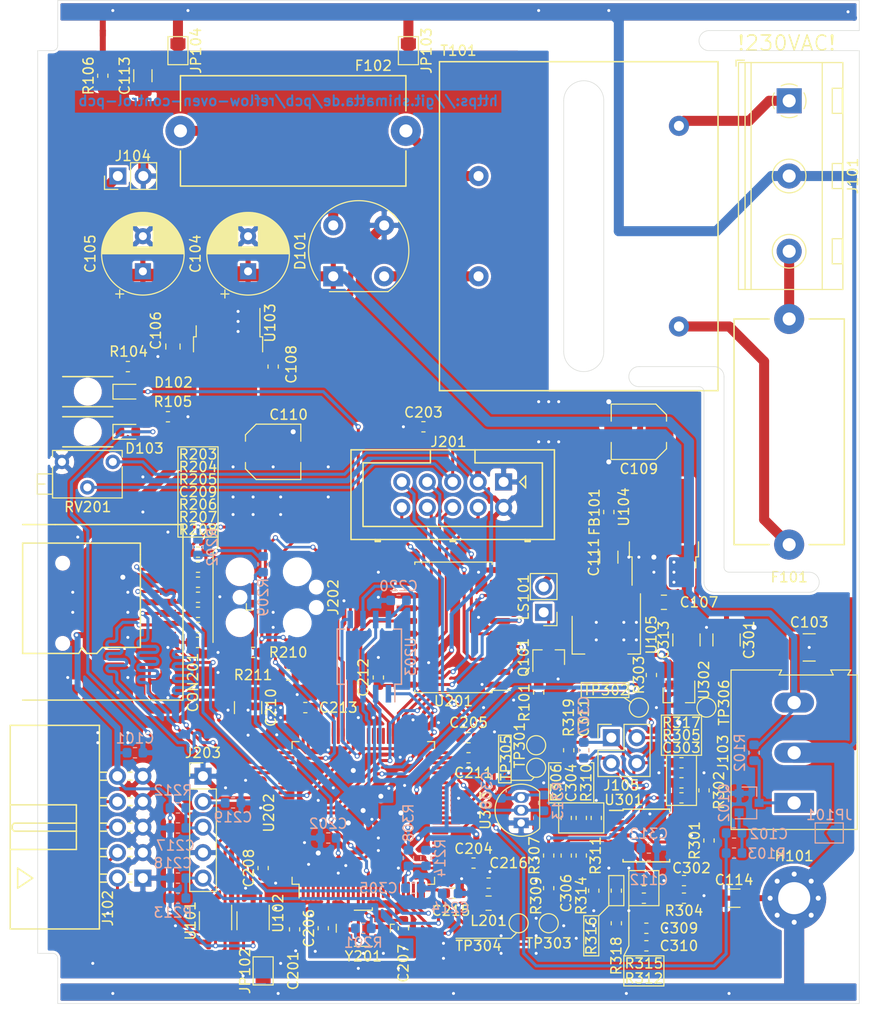
<source format=kicad_pcb>
(kicad_pcb (version 20171130) (host pcbnew 5.1.5)

  (general
    (thickness 1.6)
    (drawings 104)
    (tracks 1852)
    (zones 0)
    (modules 133)
    (nets 138)
  )

  (page A4)
  (layers
    (0 F.Cu signal)
    (31 B.Cu signal)
    (32 B.Adhes user)
    (33 F.Adhes user)
    (34 B.Paste user)
    (35 F.Paste user)
    (36 B.SilkS user)
    (37 F.SilkS user)
    (38 B.Mask user)
    (39 F.Mask user)
    (40 Dwgs.User user)
    (41 Cmts.User user)
    (42 Eco1.User user)
    (43 Eco2.User user)
    (44 Edge.Cuts user)
    (45 Margin user)
    (46 B.CrtYd user)
    (47 F.CrtYd user)
    (48 B.Fab user)
    (49 F.Fab user)
  )

  (setup
    (last_trace_width 0.3)
    (user_trace_width 0.3)
    (user_trace_width 0.4)
    (user_trace_width 0.6)
    (user_trace_width 1)
    (user_trace_width 2)
    (trace_clearance 0.2)
    (zone_clearance 0.25)
    (zone_45_only no)
    (trace_min 0.21)
    (via_size 0.5)
    (via_drill 0.3)
    (via_min_size 0.4)
    (via_min_drill 0.3)
    (user_via 0.9 0.5)
    (uvia_size 0.3)
    (uvia_drill 0.1)
    (uvias_allowed no)
    (uvia_min_size 0.2)
    (uvia_min_drill 0.1)
    (edge_width 0.05)
    (segment_width 0.2)
    (pcb_text_width 0.3)
    (pcb_text_size 1.5 1.5)
    (mod_edge_width 0.12)
    (mod_text_size 1 1)
    (mod_text_width 0.15)
    (pad_size 1.5 1.5)
    (pad_drill 0)
    (pad_to_mask_clearance 0.051)
    (solder_mask_min_width 0.25)
    (aux_axis_origin 13 13)
    (visible_elements FFFFFF7F)
    (pcbplotparams
      (layerselection 0x010fc_ffffffff)
      (usegerberextensions true)
      (usegerberattributes false)
      (usegerberadvancedattributes false)
      (creategerberjobfile true)
      (excludeedgelayer true)
      (linewidth 0.100000)
      (plotframeref false)
      (viasonmask false)
      (mode 1)
      (useauxorigin false)
      (hpglpennumber 1)
      (hpglpenspeed 20)
      (hpglpendiameter 15.000000)
      (psnegative false)
      (psa4output false)
      (plotreference true)
      (plotvalue true)
      (plotinvisibletext false)
      (padsonsilk false)
      (subtractmaskfromsilk false)
      (outputformat 1)
      (mirror false)
      (drillshape 0)
      (scaleselection 1)
      (outputdirectory "gerber/"))
  )

  (net 0 "")
  (net 1 Earth)
  (net 2 GND)
  (net 3 +8V)
  (net 4 +3V3)
  (net 5 +5V)
  (net 6 /Controller/ENC1)
  (net 7 /Controller/ENC2)
  (net 8 /Controller/VREF)
  (net 9 /Controller/SW1)
  (net 10 /Frontend/FORCE+)
  (net 11 /Frontend/FORCE-)
  (net 12 /Frontend/SENS+)
  (net 13 /Frontend/SENS-)
  (net 14 /Controller/SDIO_D1)
  (net 15 /Controller/SDIO_D0)
  (net 16 /Controller/SDIO_CLK)
  (net 17 /Controller/SDIO_CMD)
  (net 18 /Controller/SDIO_D3)
  (net 19 /Controller/SDIO_D2)
  (net 20 "Net-(D102-Pad1)")
  (net 21 /Controller/TEMP_IN)
  (net 22 /L_Trafo)
  (net 23 /L_IN)
  (net 24 /N_IN)
  (net 25 /DIGIO3)
  (net 26 /DIGIO2)
  (net 27 /DIGIO1)
  (net 28 /DIGIO0)
  (net 29 /Controller/SWDIO)
  (net 30 /Controller/SWCLK)
  (net 31 /Controller/PC_RX)
  (net 32 /Controller/PC_TX)
  (net 33 /Controller/~RST)
  (net 34 "Net-(LS101-Pad1)")
  (net 35 /Controller/LCD_VO)
  (net 36 /Controller/LCD_RS)
  (net 37 /Controller/LCD_EN)
  (net 38 /Controller/LCD_D3)
  (net 39 /Controller/LCD_D0)
  (net 40 /Controller/LCD_D2)
  (net 41 /Controller/LCD_D1)
  (net 42 /Controller/FRONTEND_TEMP)
  (net 43 /OUT0)
  (net 44 /OUT3)
  (net 45 /OUT2)
  (net 46 /OUT1)
  (net 47 /Controller/VDDA)
  (net 48 +5VL)
  (net 49 /Controller/CARD_DETECT)
  (net 50 "Net-(C102-Pad2)")
  (net 51 "Net-(C306-Pad1)")
  (net 52 "Net-(D101-Pad4)")
  (net 53 "Net-(D101-Pad2)")
  (net 54 "Net-(D103-Pad1)")
  (net 55 "Net-(F102-Pad2)")
  (net 56 "Net-(J103-Pad1)")
  (net 57 "Net-(Q101-Pad1)")
  (net 58 +3.3VA)
  (net 59 /Controller/NSS)
  (net 60 /Controller/SCK)
  (net 61 /Controller/MISO)
  (net 62 "Net-(C206-Pad1)")
  (net 63 "Net-(C207-Pad1)")
  (net 64 "Net-(C211-Pad1)")
  (net 65 "Net-(C213-Pad1)")
  (net 66 "Net-(C304-Pad1)")
  (net 67 "Net-(J202-Pad5)")
  (net 68 "Net-(J202-Pad6)")
  (net 69 "Net-(J202-Pad8)")
  (net 70 "Net-(R311-Pad1)")
  (net 71 "Net-(R314-Pad2)")
  (net 72 "Net-(U201-Pad2)")
  (net 73 "Net-(U201-Pad4)")
  (net 74 "Net-(U201-Pad6)")
  (net 75 "Net-(U201-Pad7)")
  (net 76 "Net-(U201-Pad8)")
  (net 77 "Net-(U201-Pad9)")
  (net 78 "Net-(U201-Pad15)")
  (net 79 "Net-(U201-Pad17)")
  (net 80 "Net-(U202-Pad2)")
  (net 81 "Net-(U202-Pad3)")
  (net 82 "Net-(U202-Pad4)")
  (net 83 "Net-(U202-Pad5)")
  (net 84 "Net-(U202-Pad7)")
  (net 85 "Net-(U202-Pad8)")
  (net 86 "Net-(U202-Pad9)")
  (net 87 "Net-(U202-Pad15)")
  (net 88 "Net-(U202-Pad16)")
  (net 89 "Net-(U202-Pad17)")
  (net 90 "Net-(U202-Pad18)")
  (net 91 "Net-(U202-Pad26)")
  (net 92 "Net-(U202-Pad29)")
  (net 93 "Net-(U202-Pad32)")
  (net 94 "Net-(U202-Pad33)")
  (net 95 "Net-(U202-Pad34)")
  (net 96 "Net-(U202-Pad38)")
  (net 97 "Net-(U202-Pad39)")
  (net 98 "Net-(U202-Pad40)")
  (net 99 "Net-(U202-Pad41)")
  (net 100 "Net-(U202-Pad42)")
  (net 101 "Net-(U202-Pad43)")
  (net 102 "Net-(U202-Pad44)")
  (net 103 "Net-(U202-Pad45)")
  (net 104 "Net-(U202-Pad46)")
  (net 105 "Net-(U202-Pad59)")
  (net 106 "Net-(U202-Pad60)")
  (net 107 "Net-(U202-Pad61)")
  (net 108 "Net-(U202-Pad62)")
  (net 109 "Net-(U202-Pad63)")
  (net 110 "Net-(U202-Pad64)")
  (net 111 "Net-(U202-Pad70)")
  (net 112 "Net-(U202-Pad71)")
  (net 113 "Net-(U202-Pad77)")
  (net 114 "Net-(U202-Pad81)")
  (net 115 "Net-(U202-Pad82)")
  (net 116 "Net-(U202-Pad84)")
  (net 117 "Net-(U202-Pad86)")
  (net 118 "Net-(U202-Pad95)")
  (net 119 "Net-(U202-Pad96)")
  (net 120 "Net-(U202-Pad97)")
  (net 121 "Net-(U202-Pad98)")
  (net 122 /Frontend/VREF_OP)
  (net 123 /DIGIO0_PROT)
  (net 124 /DIGIO1_PROT)
  (net 125 /DIGIO2_PROT)
  (net 126 /DIGIO3_PROT)
  (net 127 "Net-(C302-Pad2)")
  (net 128 "Net-(C302-Pad1)")
  (net 129 "Net-(C303-Pad2)")
  (net 130 "Net-(C303-Pad1)")
  (net 131 "Net-(C306-Pad2)")
  (net 132 "Net-(C309-Pad1)")
  (net 133 "Net-(R314-Pad1)")
  (net 134 /Controller/~CS~_EEPROM)
  (net 135 /Controller/SPI2_SCK)
  (net 136 /Controller/SPI2_MISO)
  (net 137 /Controller/SPI2_MOSI)

  (net_class Default "This is the default net class."
    (clearance 0.2)
    (trace_width 0.25)
    (via_dia 0.5)
    (via_drill 0.3)
    (uvia_dia 0.3)
    (uvia_drill 0.1)
    (diff_pair_width 0.21)
    (diff_pair_gap 0.25)
    (add_net +3.3VA)
    (add_net +3V3)
    (add_net +5V)
    (add_net +5VL)
    (add_net +8V)
    (add_net /Controller/CARD_DETECT)
    (add_net /Controller/ENC1)
    (add_net /Controller/ENC2)
    (add_net /Controller/FRONTEND_TEMP)
    (add_net /Controller/LCD_D0)
    (add_net /Controller/LCD_D1)
    (add_net /Controller/LCD_D2)
    (add_net /Controller/LCD_D3)
    (add_net /Controller/LCD_EN)
    (add_net /Controller/LCD_RS)
    (add_net /Controller/LCD_VO)
    (add_net /Controller/MISO)
    (add_net /Controller/NSS)
    (add_net /Controller/PC_RX)
    (add_net /Controller/PC_TX)
    (add_net /Controller/SCK)
    (add_net /Controller/SDIO_CLK)
    (add_net /Controller/SDIO_CMD)
    (add_net /Controller/SDIO_D0)
    (add_net /Controller/SDIO_D1)
    (add_net /Controller/SDIO_D2)
    (add_net /Controller/SDIO_D3)
    (add_net /Controller/SPI2_MISO)
    (add_net /Controller/SPI2_MOSI)
    (add_net /Controller/SPI2_SCK)
    (add_net /Controller/SW1)
    (add_net /Controller/SWCLK)
    (add_net /Controller/SWDIO)
    (add_net /Controller/TEMP_IN)
    (add_net /Controller/VDDA)
    (add_net /Controller/VREF)
    (add_net /Controller/~CS~_EEPROM)
    (add_net /Controller/~RST)
    (add_net /DIGIO0)
    (add_net /DIGIO0_PROT)
    (add_net /DIGIO1)
    (add_net /DIGIO1_PROT)
    (add_net /DIGIO2)
    (add_net /DIGIO2_PROT)
    (add_net /DIGIO3)
    (add_net /DIGIO3_PROT)
    (add_net /Frontend/FORCE+)
    (add_net /Frontend/FORCE-)
    (add_net /Frontend/SENS+)
    (add_net /Frontend/SENS-)
    (add_net /Frontend/VREF_OP)
    (add_net /OUT0)
    (add_net /OUT1)
    (add_net /OUT2)
    (add_net /OUT3)
    (add_net Earth)
    (add_net GND)
    (add_net "Net-(C102-Pad2)")
    (add_net "Net-(C206-Pad1)")
    (add_net "Net-(C207-Pad1)")
    (add_net "Net-(C211-Pad1)")
    (add_net "Net-(C213-Pad1)")
    (add_net "Net-(C302-Pad1)")
    (add_net "Net-(C302-Pad2)")
    (add_net "Net-(C303-Pad1)")
    (add_net "Net-(C303-Pad2)")
    (add_net "Net-(C304-Pad1)")
    (add_net "Net-(C306-Pad1)")
    (add_net "Net-(C306-Pad2)")
    (add_net "Net-(C309-Pad1)")
    (add_net "Net-(D101-Pad2)")
    (add_net "Net-(D101-Pad4)")
    (add_net "Net-(D102-Pad1)")
    (add_net "Net-(D103-Pad1)")
    (add_net "Net-(F102-Pad2)")
    (add_net "Net-(J103-Pad1)")
    (add_net "Net-(J202-Pad5)")
    (add_net "Net-(J202-Pad6)")
    (add_net "Net-(J202-Pad8)")
    (add_net "Net-(LS101-Pad1)")
    (add_net "Net-(Q101-Pad1)")
    (add_net "Net-(R311-Pad1)")
    (add_net "Net-(R314-Pad1)")
    (add_net "Net-(R314-Pad2)")
    (add_net "Net-(U201-Pad15)")
    (add_net "Net-(U201-Pad17)")
    (add_net "Net-(U201-Pad2)")
    (add_net "Net-(U201-Pad4)")
    (add_net "Net-(U201-Pad6)")
    (add_net "Net-(U201-Pad7)")
    (add_net "Net-(U201-Pad8)")
    (add_net "Net-(U201-Pad9)")
    (add_net "Net-(U202-Pad15)")
    (add_net "Net-(U202-Pad16)")
    (add_net "Net-(U202-Pad17)")
    (add_net "Net-(U202-Pad18)")
    (add_net "Net-(U202-Pad2)")
    (add_net "Net-(U202-Pad26)")
    (add_net "Net-(U202-Pad29)")
    (add_net "Net-(U202-Pad3)")
    (add_net "Net-(U202-Pad32)")
    (add_net "Net-(U202-Pad33)")
    (add_net "Net-(U202-Pad34)")
    (add_net "Net-(U202-Pad38)")
    (add_net "Net-(U202-Pad39)")
    (add_net "Net-(U202-Pad4)")
    (add_net "Net-(U202-Pad40)")
    (add_net "Net-(U202-Pad41)")
    (add_net "Net-(U202-Pad42)")
    (add_net "Net-(U202-Pad43)")
    (add_net "Net-(U202-Pad44)")
    (add_net "Net-(U202-Pad45)")
    (add_net "Net-(U202-Pad46)")
    (add_net "Net-(U202-Pad5)")
    (add_net "Net-(U202-Pad59)")
    (add_net "Net-(U202-Pad60)")
    (add_net "Net-(U202-Pad61)")
    (add_net "Net-(U202-Pad62)")
    (add_net "Net-(U202-Pad63)")
    (add_net "Net-(U202-Pad64)")
    (add_net "Net-(U202-Pad7)")
    (add_net "Net-(U202-Pad70)")
    (add_net "Net-(U202-Pad71)")
    (add_net "Net-(U202-Pad77)")
    (add_net "Net-(U202-Pad8)")
    (add_net "Net-(U202-Pad81)")
    (add_net "Net-(U202-Pad82)")
    (add_net "Net-(U202-Pad84)")
    (add_net "Net-(U202-Pad86)")
    (add_net "Net-(U202-Pad9)")
    (add_net "Net-(U202-Pad95)")
    (add_net "Net-(U202-Pad96)")
    (add_net "Net-(U202-Pad97)")
    (add_net "Net-(U202-Pad98)")
  )

  (net_class HV ""
    (clearance 2.55)
    (trace_width 1)
    (via_dia 0.5)
    (via_drill 0.3)
    (uvia_dia 0.3)
    (uvia_drill 0.1)
    (diff_pair_width 0.21)
    (diff_pair_gap 0.25)
    (add_net /L_IN)
    (add_net /L_Trafo)
    (add_net /N_IN)
  )

  (module Package_SO:SO-8_5.3x6.2mm_P1.27mm (layer B.Cu) (tedit 5A02F2D3) (tstamp 5E96AA0E)
    (at 49.1 78.42 90)
    (descr "8-Lead Plastic Small Outline, 5.3x6.2mm Body (http://www.ti.com.cn/cn/lit/ds/symlink/tl7705a.pdf)")
    (tags "SOIC 1.27")
    (path /5D77EC9D/5E9C446B)
    (attr smd)
    (fp_text reference U203 (at 0 4.13 90) (layer B.SilkS)
      (effects (font (size 1 1) (thickness 0.15)) (justify mirror))
    )
    (fp_text value 25LCxxx (at 0 -4.13 90) (layer B.Fab)
      (effects (font (size 1 1) (thickness 0.15)) (justify mirror))
    )
    (fp_line (start -2.75 2.55) (end -4.5 2.55) (layer B.SilkS) (width 0.15))
    (fp_line (start -2.75 -3.205) (end 2.75 -3.205) (layer B.SilkS) (width 0.15))
    (fp_line (start -2.75 3.205) (end 2.75 3.205) (layer B.SilkS) (width 0.15))
    (fp_line (start -2.75 -3.205) (end -2.75 -2.455) (layer B.SilkS) (width 0.15))
    (fp_line (start 2.75 -3.205) (end 2.75 -2.455) (layer B.SilkS) (width 0.15))
    (fp_line (start 2.75 3.205) (end 2.75 2.455) (layer B.SilkS) (width 0.15))
    (fp_line (start -2.75 3.205) (end -2.75 2.55) (layer B.SilkS) (width 0.15))
    (fp_line (start -4.83 -3.35) (end 4.83 -3.35) (layer B.CrtYd) (width 0.05))
    (fp_line (start -4.83 3.35) (end 4.83 3.35) (layer B.CrtYd) (width 0.05))
    (fp_line (start 4.83 3.35) (end 4.83 -3.35) (layer B.CrtYd) (width 0.05))
    (fp_line (start -4.83 3.35) (end -4.83 -3.35) (layer B.CrtYd) (width 0.05))
    (fp_line (start -2.65 2.1) (end -1.65 3.1) (layer B.Fab) (width 0.15))
    (fp_line (start -2.65 -3.1) (end -2.65 2.1) (layer B.Fab) (width 0.15))
    (fp_line (start 2.65 -3.1) (end -2.65 -3.1) (layer B.Fab) (width 0.15))
    (fp_line (start 2.65 3.1) (end 2.65 -3.1) (layer B.Fab) (width 0.15))
    (fp_line (start -1.65 3.1) (end 2.65 3.1) (layer B.Fab) (width 0.15))
    (fp_text user %R (at 0 0 90) (layer B.Fab)
      (effects (font (size 1 1) (thickness 0.15)) (justify mirror))
    )
    (pad 8 smd rect (at 3.7 1.905 90) (size 1.75 0.55) (layers B.Cu B.Paste B.Mask)
      (net 4 +3V3))
    (pad 7 smd rect (at 3.7 0.635 90) (size 1.75 0.55) (layers B.Cu B.Paste B.Mask)
      (net 4 +3V3))
    (pad 6 smd rect (at 3.7 -0.635 90) (size 1.75 0.55) (layers B.Cu B.Paste B.Mask)
      (net 135 /Controller/SPI2_SCK))
    (pad 5 smd rect (at 3.7 -1.905 90) (size 1.75 0.55) (layers B.Cu B.Paste B.Mask)
      (net 137 /Controller/SPI2_MOSI))
    (pad 4 smd rect (at -3.7 -1.905 90) (size 1.75 0.55) (layers B.Cu B.Paste B.Mask)
      (net 2 GND))
    (pad 3 smd rect (at -3.7 -0.635 90) (size 1.75 0.55) (layers B.Cu B.Paste B.Mask)
      (net 4 +3V3))
    (pad 2 smd rect (at -3.7 0.635 90) (size 1.75 0.55) (layers B.Cu B.Paste B.Mask)
      (net 136 /Controller/SPI2_MISO))
    (pad 1 smd rect (at -3.7 1.905 90) (size 1.75 0.55) (layers B.Cu B.Paste B.Mask)
      (net 134 /Controller/~CS~_EEPROM))
    (model ${KISYS3DMOD}/Package_SO.3dshapes/SO-8_5.3x6.2mm_P1.27mm.wrl
      (at (xyz 0 0 0))
      (scale (xyz 1 1 1))
      (rotate (xyz 0 0 0))
    )
  )

  (module Capacitor_SMD:C_0603_1608Metric (layer B.Cu) (tedit 5B301BBE) (tstamp 5E969A57)
    (at 52.0175 72.81 180)
    (descr "Capacitor SMD 0603 (1608 Metric), square (rectangular) end terminal, IPC_7351 nominal, (Body size source: http://www.tortai-tech.com/upload/download/2011102023233369053.pdf), generated with kicad-footprint-generator")
    (tags capacitor)
    (path /5D77EC9D/5EAAB237)
    (attr smd)
    (fp_text reference C220 (at 0 1.43) (layer B.SilkS)
      (effects (font (size 1 1) (thickness 0.15)) (justify mirror))
    )
    (fp_text value 100n (at 0 -1.43) (layer B.Fab)
      (effects (font (size 1 1) (thickness 0.15)) (justify mirror))
    )
    (fp_text user %R (at 0 0) (layer B.Fab)
      (effects (font (size 0.4 0.4) (thickness 0.06)) (justify mirror))
    )
    (fp_line (start 1.48 -0.73) (end -1.48 -0.73) (layer B.CrtYd) (width 0.05))
    (fp_line (start 1.48 0.73) (end 1.48 -0.73) (layer B.CrtYd) (width 0.05))
    (fp_line (start -1.48 0.73) (end 1.48 0.73) (layer B.CrtYd) (width 0.05))
    (fp_line (start -1.48 -0.73) (end -1.48 0.73) (layer B.CrtYd) (width 0.05))
    (fp_line (start -0.162779 -0.51) (end 0.162779 -0.51) (layer B.SilkS) (width 0.12))
    (fp_line (start -0.162779 0.51) (end 0.162779 0.51) (layer B.SilkS) (width 0.12))
    (fp_line (start 0.8 -0.4) (end -0.8 -0.4) (layer B.Fab) (width 0.1))
    (fp_line (start 0.8 0.4) (end 0.8 -0.4) (layer B.Fab) (width 0.1))
    (fp_line (start -0.8 0.4) (end 0.8 0.4) (layer B.Fab) (width 0.1))
    (fp_line (start -0.8 -0.4) (end -0.8 0.4) (layer B.Fab) (width 0.1))
    (pad 2 smd roundrect (at 0.7875 0 180) (size 0.875 0.95) (layers B.Cu B.Paste B.Mask) (roundrect_rratio 0.25)
      (net 2 GND))
    (pad 1 smd roundrect (at -0.7875 0 180) (size 0.875 0.95) (layers B.Cu B.Paste B.Mask) (roundrect_rratio 0.25)
      (net 4 +3V3))
    (model ${KISYS3DMOD}/Capacitor_SMD.3dshapes/C_0603_1608Metric.wrl
      (at (xyz 0 0 0))
      (scale (xyz 1 1 1))
      (rotate (xyz 0 0 0))
    )
  )

  (module TerminalBlock_RND:TerminalBlock_RND_205-00068_1x03_P7.50mm_Horizontal (layer F.Cu) (tedit 5B294F18) (tstamp 5DEF1386)
    (at 91 23 270)
    (descr "terminal block RND 205-00068, 3 pins, pitch 7.5mm, size 22.5x10.3mm^2, drill diamater 1.3mm, pad diameter 2.5mm, see http://cdn-reichelt.de/documents/datenblatt/C151/RND_205-00067_DB_EN.pdf, script-generated using https://github.com/pointhi/kicad-footprint-generator/scripts/TerminalBlock_RND")
    (tags "THT terminal block RND 205-00068 pitch 7.5mm size 22.5x10.3mm^2 drill 1.3mm pad 2.5mm")
    (path /5D6DCF6A)
    (fp_text reference J101 (at 7.5 -6.36 90) (layer F.SilkS)
      (effects (font (size 1 1) (thickness 0.15)))
    )
    (fp_text value "230VAC IN" (at 7.5 6.06 90) (layer F.Fab)
      (effects (font (size 1 1) (thickness 0.15)))
    )
    (fp_text user %R (at 7.5 2.85 90) (layer F.Fab)
      (effects (font (size 1 1) (thickness 0.15)))
    )
    (fp_line (start 19.25 -5.81) (end -4.25 -5.81) (layer F.CrtYd) (width 0.05))
    (fp_line (start 19.25 5.5) (end 19.25 -5.81) (layer F.CrtYd) (width 0.05))
    (fp_line (start -4.25 5.5) (end 19.25 5.5) (layer F.CrtYd) (width 0.05))
    (fp_line (start -4.25 -5.81) (end -4.25 5.5) (layer F.CrtYd) (width 0.05))
    (fp_line (start -4.05 5.3) (end -3.45 5.3) (layer F.SilkS) (width 0.12))
    (fp_line (start -4.05 4.46) (end -4.05 5.3) (layer F.SilkS) (width 0.12))
    (fp_line (start 16.25 -5.301) (end 16.25 -4.301) (layer F.SilkS) (width 0.12))
    (fp_line (start 13.75 -5.301) (end 13.75 -4.301) (layer F.SilkS) (width 0.12))
    (fp_line (start 13.75 -4.301) (end 16.25 -4.301) (layer F.SilkS) (width 0.12))
    (fp_line (start 13.75 -5.301) (end 16.25 -5.301) (layer F.SilkS) (width 0.12))
    (fp_line (start 16.25 -5.3) (end 13.75 -5.3) (layer F.Fab) (width 0.1))
    (fp_line (start 16.25 -4.3) (end 16.25 -5.3) (layer F.Fab) (width 0.1))
    (fp_line (start 13.75 -4.3) (end 16.25 -4.3) (layer F.Fab) (width 0.1))
    (fp_line (start 13.75 -5.3) (end 13.75 -4.3) (layer F.Fab) (width 0.1))
    (fp_line (start 13.799 0.076) (end 13.799 -0.076) (layer F.Fab) (width 0.1))
    (fp_line (start 14.924 0.076) (end 13.799 0.076) (layer F.Fab) (width 0.1))
    (fp_line (start 14.924 1.201) (end 14.924 0.076) (layer F.Fab) (width 0.1))
    (fp_line (start 15.076 1.201) (end 14.924 1.201) (layer F.Fab) (width 0.1))
    (fp_line (start 15.076 0.076) (end 15.076 1.201) (layer F.Fab) (width 0.1))
    (fp_line (start 16.201 0.076) (end 15.076 0.076) (layer F.Fab) (width 0.1))
    (fp_line (start 16.201 -0.076) (end 16.201 0.076) (layer F.Fab) (width 0.1))
    (fp_line (start 15.076 -0.076) (end 16.201 -0.076) (layer F.Fab) (width 0.1))
    (fp_line (start 15.076 -1.201) (end 15.076 -0.076) (layer F.Fab) (width 0.1))
    (fp_line (start 14.924 -1.201) (end 15.076 -1.201) (layer F.Fab) (width 0.1))
    (fp_line (start 14.924 -0.076) (end 14.924 -1.201) (layer F.Fab) (width 0.1))
    (fp_line (start 13.799 -0.076) (end 14.924 -0.076) (layer F.Fab) (width 0.1))
    (fp_line (start 8.75 -5.301) (end 8.75 -4.301) (layer F.SilkS) (width 0.12))
    (fp_line (start 6.25 -5.301) (end 6.25 -4.301) (layer F.SilkS) (width 0.12))
    (fp_line (start 6.25 -4.301) (end 8.75 -4.301) (layer F.SilkS) (width 0.12))
    (fp_line (start 6.25 -5.301) (end 8.75 -5.301) (layer F.SilkS) (width 0.12))
    (fp_line (start 8.75 -5.3) (end 6.25 -5.3) (layer F.Fab) (width 0.1))
    (fp_line (start 8.75 -4.3) (end 8.75 -5.3) (layer F.Fab) (width 0.1))
    (fp_line (start 6.25 -4.3) (end 8.75 -4.3) (layer F.Fab) (width 0.1))
    (fp_line (start 6.25 -5.3) (end 6.25 -4.3) (layer F.Fab) (width 0.1))
    (fp_line (start 6.299 0.076) (end 6.299 -0.076) (layer F.Fab) (width 0.1))
    (fp_line (start 7.424 0.076) (end 6.299 0.076) (layer F.Fab) (width 0.1))
    (fp_line (start 7.424 1.201) (end 7.424 0.076) (layer F.Fab) (width 0.1))
    (fp_line (start 7.576 1.201) (end 7.424 1.201) (layer F.Fab) (width 0.1))
    (fp_line (start 7.576 0.076) (end 7.576 1.201) (layer F.Fab) (width 0.1))
    (fp_line (start 8.701 0.076) (end 7.576 0.076) (layer F.Fab) (width 0.1))
    (fp_line (start 8.701 -0.076) (end 8.701 0.076) (layer F.Fab) (width 0.1))
    (fp_line (start 7.576 -0.076) (end 8.701 -0.076) (layer F.Fab) (width 0.1))
    (fp_line (start 7.576 -1.201) (end 7.576 -0.076) (layer F.Fab) (width 0.1))
    (fp_line (start 7.424 -1.201) (end 7.576 -1.201) (layer F.Fab) (width 0.1))
    (fp_line (start 7.424 -0.076) (end 7.424 -1.201) (layer F.Fab) (width 0.1))
    (fp_line (start 6.299 -0.076) (end 7.424 -0.076) (layer F.Fab) (width 0.1))
    (fp_line (start 1.25 -5.301) (end 1.25 -4.301) (layer F.SilkS) (width 0.12))
    (fp_line (start -1.25 -5.301) (end -1.25 -4.301) (layer F.SilkS) (width 0.12))
    (fp_line (start -1.25 -4.301) (end 1.25 -4.301) (layer F.SilkS) (width 0.12))
    (fp_line (start -1.25 -5.301) (end 1.25 -5.301) (layer F.SilkS) (width 0.12))
    (fp_line (start 1.25 -5.3) (end -1.25 -5.3) (layer F.Fab) (width 0.1))
    (fp_line (start 1.25 -4.3) (end 1.25 -5.3) (layer F.Fab) (width 0.1))
    (fp_line (start -1.25 -4.3) (end 1.25 -4.3) (layer F.Fab) (width 0.1))
    (fp_line (start -1.25 -5.3) (end -1.25 -4.3) (layer F.Fab) (width 0.1))
    (fp_line (start -1.201 0.076) (end -1.201 -0.076) (layer F.Fab) (width 0.1))
    (fp_line (start -0.076 0.076) (end -1.201 0.076) (layer F.Fab) (width 0.1))
    (fp_line (start -0.076 1.201) (end -0.076 0.076) (layer F.Fab) (width 0.1))
    (fp_line (start 0.076 1.201) (end -0.076 1.201) (layer F.Fab) (width 0.1))
    (fp_line (start 0.076 0.076) (end 0.076 1.201) (layer F.Fab) (width 0.1))
    (fp_line (start 1.201 0.076) (end 0.076 0.076) (layer F.Fab) (width 0.1))
    (fp_line (start 1.201 -0.076) (end 1.201 0.076) (layer F.Fab) (width 0.1))
    (fp_line (start 0.076 -0.076) (end 1.201 -0.076) (layer F.Fab) (width 0.1))
    (fp_line (start 0.076 -1.201) (end 0.076 -0.076) (layer F.Fab) (width 0.1))
    (fp_line (start -0.076 -1.201) (end 0.076 -1.201) (layer F.Fab) (width 0.1))
    (fp_line (start -0.076 -0.076) (end -0.076 -1.201) (layer F.Fab) (width 0.1))
    (fp_line (start -1.201 -0.076) (end -0.076 -0.076) (layer F.Fab) (width 0.1))
    (fp_line (start 18.811 -5.36) (end 18.811 5.06) (layer F.SilkS) (width 0.12))
    (fp_line (start -3.81 -5.36) (end -3.81 5.06) (layer F.SilkS) (width 0.12))
    (fp_line (start -3.81 5.06) (end 18.811 5.06) (layer F.SilkS) (width 0.12))
    (fp_line (start -3.81 -5.36) (end 18.811 -5.36) (layer F.SilkS) (width 0.12))
    (fp_line (start -3.81 -3.301) (end 18.811 -3.301) (layer F.SilkS) (width 0.12))
    (fp_line (start -3.75 -3.3) (end 18.75 -3.3) (layer F.Fab) (width 0.1))
    (fp_line (start -3.81 3.8) (end 18.811 3.8) (layer F.SilkS) (width 0.12))
    (fp_line (start -3.75 3.8) (end 18.75 3.8) (layer F.Fab) (width 0.1))
    (fp_line (start -3.81 4.4) (end 18.811 4.4) (layer F.SilkS) (width 0.12))
    (fp_line (start -3.75 4.4) (end 18.75 4.4) (layer F.Fab) (width 0.1))
    (fp_line (start -3.75 4.4) (end -3.75 -5.3) (layer F.Fab) (width 0.1))
    (fp_line (start -3.15 5) (end -3.75 4.4) (layer F.Fab) (width 0.1))
    (fp_line (start 18.75 5) (end -3.15 5) (layer F.Fab) (width 0.1))
    (fp_line (start 18.75 -5.3) (end 18.75 5) (layer F.Fab) (width 0.1))
    (fp_line (start -3.75 -5.3) (end 18.75 -5.3) (layer F.Fab) (width 0.1))
    (fp_circle (center 15 0) (end 16.68 0) (layer F.SilkS) (width 0.12))
    (fp_circle (center 15 0) (end 16.5 0) (layer F.Fab) (width 0.1))
    (fp_circle (center 7.5 0) (end 9.18 0) (layer F.SilkS) (width 0.12))
    (fp_circle (center 7.5 0) (end 9 0) (layer F.Fab) (width 0.1))
    (fp_circle (center 0 0) (end 1.5 0) (layer F.Fab) (width 0.1))
    (fp_arc (start 0 0) (end -0.789 1.484) (angle -29) (layer F.SilkS) (width 0.12))
    (fp_arc (start 0 0) (end -1.484 -0.789) (angle -56) (layer F.SilkS) (width 0.12))
    (fp_arc (start 0 0) (end 0.789 -1.484) (angle -56) (layer F.SilkS) (width 0.12))
    (fp_arc (start 0 0) (end 1.484 0.789) (angle -56) (layer F.SilkS) (width 0.12))
    (fp_arc (start 0 0) (end 0 1.68) (angle -28) (layer F.SilkS) (width 0.12))
    (pad 3 thru_hole circle (at 15 0 270) (size 2.5 2.5) (drill 1.3) (layers *.Cu *.Mask)
      (net 23 /L_IN))
    (pad 2 thru_hole circle (at 7.5 0 270) (size 2.5 2.5) (drill 1.3) (layers *.Cu *.Mask)
      (net 1 Earth))
    (pad 1 thru_hole rect (at 0 0 270) (size 2.5 2.5) (drill 1.3) (layers *.Cu *.Mask)
      (net 24 /N_IN))
    (model ${KISYS3DMOD}/TerminalBlock_RND.3dshapes/TerminalBlock_RND_205-00068_1x03_P7.50mm_Horizontal.wrl
      (at (xyz 0 0 0))
      (scale (xyz 1 1 1))
      (rotate (xyz 0 0 0))
    )
  )

  (module proz_unknown:1271.1001 (layer F.Cu) (tedit 5E866345) (tstamp 5E0E4506)
    (at 21 56 180)
    (path /5E220866)
    (fp_text reference FID102 (at 0.5 8 180) (layer F.SilkS) hide
      (effects (font (size 1 1) (thickness 0.15)))
    )
    (fp_text value LightGuide (at 4.1 -2.5 180) (layer F.Fab) hide
      (effects (font (size 1 1) (thickness 0.15)))
    )
    (fp_line (start -1.8 1.2) (end -1.8 -1.2) (layer F.CrtYd) (width 0.12))
    (fp_line (start -6 1.2) (end -1.8 1.2) (layer F.CrtYd) (width 0.12))
    (fp_line (start -6 -1.2) (end -6 1.2) (layer F.CrtYd) (width 0.12))
    (fp_line (start -1.8 -1.2) (end -6 -1.2) (layer F.CrtYd) (width 0.12))
    (fp_line (start -1.5 1.5) (end -1.5 -1.5) (layer F.CrtYd) (width 0.12))
    (fp_line (start 1.5 -1.5) (end 1.5 1.5) (layer F.CrtYd) (width 0.12))
    (fp_line (start -6.3 -1.5) (end -6.3 1.5) (layer F.CrtYd) (width 0.12))
    (fp_line (start 8.1 -1.5) (end -6.3 -1.5) (layer F.CrtYd) (width 0.12))
    (fp_line (start 8.1 1.5) (end 8.1 -1.5) (layer F.CrtYd) (width 0.12))
    (fp_line (start -6.3 1.5) (end 8.1 1.5) (layer F.CrtYd) (width 0.12))
    (fp_line (start -2.5 -1.5) (end 2.5 -1.5) (layer F.SilkS) (width 0.15))
    (fp_line (start -2.5 1.5) (end 2.5 1.5) (layer F.SilkS) (width 0.15))
    (pad "" np_thru_hole circle (at 0 0 180) (size 2.3 2.3) (drill 2.3) (layers *.Cu *.Mask))
    (model ${KIPRJMOD}/lightguide.x3d
      (at (xyz 0 0 0))
      (scale (xyz 1 1 1))
      (rotate (xyz 0 0 0))
    )
  )

  (module TestPoint:TestPoint_Pad_D1.5mm (layer F.Cu) (tedit 5E4C3C37) (tstamp 5E4CFE9F)
    (at 82.75 83.5)
    (descr "SMD pad as test Point, diameter 1.5mm")
    (tags "test point SMD pad")
    (path /5D8C5188/5E5AA625)
    (attr virtual)
    (fp_text reference TP306 (at 1.75 -0.5 90) (layer F.SilkS)
      (effects (font (size 1 1) (thickness 0.15)))
    )
    (fp_text value GND (at 0 1.75) (layer F.Fab)
      (effects (font (size 1 1) (thickness 0.15)))
    )
    (fp_circle (center 0 0) (end 0 0.95) (layer F.SilkS) (width 0.12))
    (fp_circle (center 0 0) (end 1.25 0) (layer F.CrtYd) (width 0.05))
    (fp_text user %R (at 1.25 2.25) (layer F.Fab)
      (effects (font (size 1 1) (thickness 0.15)))
    )
    (pad 1 smd circle (at 0 0) (size 1.5 1.5) (layers F.Cu F.Mask)
      (net 2 GND) (zone_connect 2))
  )

  (module TestPoint:TestPoint_Pad_D1.5mm (layer F.Cu) (tedit 5E4C3C60) (tstamp 5E4CFE97)
    (at 65.75 89.5)
    (descr "SMD pad as test Point, diameter 1.5mm")
    (tags "test point SMD pad")
    (path /5D8C5188/5E59C2BA)
    (attr virtual)
    (fp_text reference TP305 (at -3 -1 90) (layer F.SilkS)
      (effects (font (size 1 1) (thickness 0.15)))
    )
    (fp_text value GND (at 0 1.75) (layer F.Fab)
      (effects (font (size 1 1) (thickness 0.15)))
    )
    (fp_circle (center 0 0) (end 0 0.95) (layer F.SilkS) (width 0.12))
    (fp_circle (center 0 0) (end 1.25 0) (layer F.CrtYd) (width 0.05))
    (fp_text user %R (at 0 -1.65) (layer F.Fab)
      (effects (font (size 1 1) (thickness 0.15)))
    )
    (pad 1 smd circle (at 0 0) (size 1.5 1.5) (layers F.Cu F.Mask)
      (net 2 GND) (zone_connect 2))
  )

  (module TestPoint:TestPoint_Pad_D1.5mm (layer F.Cu) (tedit 5E4C3C13) (tstamp 5E4CFE8F)
    (at 64 105)
    (descr "SMD pad as test Point, diameter 1.5mm")
    (tags "test point SMD pad")
    (path /5D8C5188/5E5831F5)
    (attr virtual)
    (fp_text reference TP304 (at -4 2.25) (layer F.SilkS)
      (effects (font (size 1 1) (thickness 0.15)))
    )
    (fp_text value GND (at 0 1.75) (layer F.Fab)
      (effects (font (size 1 1) (thickness 0.15)))
    )
    (fp_circle (center 0 0) (end 0 0.95) (layer F.SilkS) (width 0.12))
    (fp_circle (center 0 0) (end 1.25 0) (layer F.CrtYd) (width 0.05))
    (fp_text user %R (at 0 -1.65) (layer F.Fab)
      (effects (font (size 1 1) (thickness 0.15)))
    )
    (pad 1 smd circle (at 0 0) (size 1.5 1.5) (layers F.Cu F.Mask)
      (net 2 GND) (zone_connect 2))
  )

  (module shimatta_artwork:shimatta_kanji_20mm_solder_mask (layer B.Cu) (tedit 0) (tstamp 5E4C6208)
    (at 41.5 29.75 180)
    (fp_text reference G*** (at 0 0) (layer B.SilkS) hide
      (effects (font (size 1.524 1.524) (thickness 0.3)) (justify mirror))
    )
    (fp_text value LOGO (at 0.75 0) (layer B.SilkS) hide
      (effects (font (size 1.524 1.524) (thickness 0.3)) (justify mirror))
    )
    (fp_poly (pts (xy 9.428791 1.753801) (xy 9.567761 1.731641) (xy 9.667206 1.700045) (xy 9.761697 1.645722)
      (xy 9.822989 1.576357) (xy 9.855813 1.486306) (xy 9.858368 1.471966) (xy 9.862124 1.413942)
      (xy 9.846144 1.369373) (xy 9.819335 1.333673) (xy 9.781378 1.29583) (xy 9.735384 1.267393)
      (xy 9.673178 1.245282) (xy 9.586585 1.22642) (xy 9.495693 1.211812) (xy 9.397389 1.192146)
      (xy 9.273374 1.159472) (xy 9.133481 1.117016) (xy 8.987545 1.068002) (xy 8.845399 1.015655)
      (xy 8.716878 0.963201) (xy 8.66136 0.938204) (xy 8.588402 0.904309) (xy 8.53008 0.87777)
      (xy 8.494468 0.862231) (xy 8.487445 0.859693) (xy 8.474447 0.874529) (xy 8.460842 0.897485)
      (xy 8.444687 0.930782) (xy 8.440616 0.943057) (xy 8.456761 0.954676) (xy 8.501708 0.982387)
      (xy 8.57022 1.023082) (xy 8.657065 1.073654) (xy 8.757007 1.130996) (xy 8.763 1.13441)
      (xy 8.863594 1.192303) (xy 8.951369 1.243987) (xy 9.021081 1.286279) (xy 9.067485 1.315993)
      (xy 9.085336 1.329944) (xy 9.085385 1.330186) (xy 9.067291 1.336709) (xy 9.018671 1.344245)
      (xy 8.948012 1.351635) (xy 8.900733 1.355366) (xy 8.814954 1.359677) (xy 8.732203 1.359467)
      (xy 8.645159 1.353943) (xy 8.546496 1.342311) (xy 8.428892 1.323781) (xy 8.285022 1.297558)
      (xy 8.181769 1.277551) (xy 8.087012 1.260086) (xy 8.005697 1.247289) (xy 7.945677 1.240239)
      (xy 7.914804 1.240013) (xy 7.913115 1.240669) (xy 7.898633 1.267289) (xy 7.893539 1.306485)
      (xy 7.896969 1.33375) (xy 7.911797 1.356509) (xy 7.94483 1.38016) (xy 8.002873 1.410101)
      (xy 8.054731 1.434343) (xy 8.259047 1.524345) (xy 8.450867 1.601035) (xy 8.623126 1.661725)
      (xy 8.754126 1.700075) (xy 8.923632 1.734862) (xy 9.098237 1.755411) (xy 9.269453 1.761724)
      (xy 9.428791 1.753801)) (layer B.Mask) (width 0.01))
    (fp_poly (pts (xy 3.301209 1.629772) (xy 3.455957 1.617452) (xy 3.586106 1.595662) (xy 3.620461 1.586813)
      (xy 3.799648 1.524806) (xy 3.949231 1.448506) (xy 4.077466 1.353305) (xy 4.132385 1.301052)
      (xy 4.252335 1.152355) (xy 4.336366 0.989866) (xy 4.383796 0.816683) (xy 4.393941 0.635903)
      (xy 4.366121 0.450625) (xy 4.339226 0.361417) (xy 4.262261 0.200227) (xy 4.150017 0.051266)
      (xy 4.004678 -0.084345) (xy 3.828431 -0.205486) (xy 3.62346 -0.311038) (xy 3.39195 -0.399881)
      (xy 3.136087 -0.470894) (xy 2.858055 -0.522959) (xy 2.56004 -0.554955) (xy 2.54977 -0.555664)
      (xy 2.452095 -0.562584) (xy 2.352045 -0.570151) (xy 2.268301 -0.576945) (xy 2.254251 -0.578165)
      (xy 2.188341 -0.583117) (xy 2.151245 -0.581066) (xy 2.132887 -0.568837) (xy 2.123191 -0.543254)
      (xy 2.121415 -0.536295) (xy 2.114131 -0.495637) (xy 2.115569 -0.476534) (xy 2.13681 -0.470214)
      (xy 2.187543 -0.459437) (xy 2.258697 -0.446062) (xy 2.29725 -0.439298) (xy 2.600453 -0.375807)
      (xy 2.872729 -0.294923) (xy 3.113188 -0.197142) (xy 3.32094 -0.082957) (xy 3.495097 0.047136)
      (xy 3.634767 0.192644) (xy 3.739062 0.353072) (xy 3.745332 0.365489) (xy 3.799796 0.510355)
      (xy 3.824701 0.659415) (xy 3.821806 0.807143) (xy 3.792865 0.948013) (xy 3.739637 1.0765)
      (xy 3.663877 1.187078) (xy 3.567342 1.274223) (xy 3.451789 1.332407) (xy 3.436387 1.337282)
      (xy 3.329785 1.358) (xy 3.20153 1.366318) (xy 3.067026 1.362231) (xy 2.941678 1.345736)
      (xy 2.904282 1.337402) (xy 2.791716 1.300662) (xy 2.655402 1.242376) (xy 2.501756 1.165846)
      (xy 2.337192 1.074371) (xy 2.168124 0.971251) (xy 2.077079 0.911797) (xy 1.982701 0.849482)
      (xy 1.897066 0.794483) (xy 1.826482 0.750731) (xy 1.777255 0.722158) (xy 1.758369 0.713125)
      (xy 1.705349 0.713823) (xy 1.63319 0.738937) (xy 1.548908 0.783847) (xy 1.459517 0.843935)
      (xy 1.372034 0.914582) (xy 1.293475 0.991171) (xy 1.242341 1.052831) (xy 1.177176 1.155524)
      (xy 1.145756 1.240689) (xy 1.147669 1.309786) (xy 1.161677 1.339812) (xy 1.188745 1.371855)
      (xy 1.220071 1.383574) (xy 1.263202 1.374056) (xy 1.325686 1.342389) (xy 1.372393 1.314365)
      (xy 1.441864 1.275343) (xy 1.503115 1.252904) (xy 1.564969 1.2473) (xy 1.636248 1.25878)
      (xy 1.725773 1.287594) (xy 1.825982 1.32721) (xy 2.072117 1.421167) (xy 2.322841 1.502936)
      (xy 2.562838 1.567664) (xy 2.638504 1.584763) (xy 2.79051 1.610116) (xy 2.958372 1.626082)
      (xy 3.131976 1.632641) (xy 3.301209 1.629772)) (layer B.Mask) (width 0.01))
    (fp_poly (pts (xy -7.16573 3.644015) (xy -7.030481 3.628399) (xy -6.898306 3.608454) (xy -6.778602 3.585917)
      (xy -6.680766 3.562522) (xy -6.623226 3.543826) (xy -6.552282 3.503627) (xy -6.518969 3.457096)
      (xy -6.523039 3.407494) (xy -6.564241 3.35808) (xy -6.640956 3.312726) (xy -6.72123 3.276527)
      (xy -6.72123 1.953846) (xy -6.101652 1.953846) (xy -5.908326 2.177929) (xy -5.839612 2.256002)
      (xy -5.778657 2.322318) (xy -5.730438 2.371689) (xy -5.69993 2.398925) (xy -5.692898 2.402621)
      (xy -5.671923 2.389825) (xy -5.628642 2.354137) (xy -5.568405 2.300274) (xy -5.496558 2.232952)
      (xy -5.455081 2.19292) (xy -5.35528 2.092389) (xy -5.284164 2.012661) (xy -5.239564 1.950558)
      (xy -5.219311 1.902903) (xy -5.221236 1.866519) (xy -5.225852 1.857265) (xy -5.248293 1.85113)
      (xy -5.307629 1.846089) (xy -5.404272 1.842132) (xy -5.538636 1.839247) (xy -5.711135 1.837422)
      (xy -5.922182 1.836647) (xy -5.979922 1.836616) (xy -6.72123 1.836616) (xy -6.72123 -0.566615)
      (xy -6.259971 -0.566615) (xy -6.067574 -0.351692) (xy -5.999081 -0.276106) (xy -5.939554 -0.212155)
      (xy -5.893885 -0.164964) (xy -5.866969 -0.139654) (xy -5.862279 -0.136769) (xy -5.839937 -0.14918)
      (xy -5.795385 -0.182731) (xy -5.73498 -0.231894) (xy -5.665077 -0.291144) (xy -5.592032 -0.354955)
      (xy -5.522202 -0.417801) (xy -5.461942 -0.474155) (xy -5.417609 -0.518492) (xy -5.400017 -0.538674)
      (xy -5.367005 -0.588512) (xy -5.35926 -0.622387) (xy -5.366651 -0.641654) (xy -5.372793 -0.647595)
      (xy -5.384916 -0.652791) (xy -5.405554 -0.657303) (xy -5.437241 -0.661191) (xy -5.48251 -0.664515)
      (xy -5.543894 -0.667336) (xy -5.623926 -0.669713) (xy -5.725141 -0.671708) (xy -5.85007 -0.67338)
      (xy -6.001248 -0.67479) (xy -6.181207 -0.675998) (xy -6.392482 -0.677065) (xy -6.637605 -0.67805)
      (xy -6.919109 -0.679015) (xy -6.938394 -0.679077) (xy -7.220887 -0.67997) (xy -7.466876 -0.680669)
      (xy -7.678931 -0.681118) (xy -7.859624 -0.681261) (xy -8.011528 -0.681044) (xy -8.137214 -0.680411)
      (xy -8.239254 -0.679306) (xy -8.32022 -0.677674) (xy -8.382682 -0.67546) (xy -8.429214 -0.672608)
      (xy -8.462386 -0.669064) (xy -8.484771 -0.664771) (xy -8.49894 -0.659674) (xy -8.507465 -0.653718)
      (xy -8.512918 -0.646848) (xy -8.513997 -0.64515) (xy -8.533273 -0.606511) (xy -8.538307 -0.586419)
      (xy -8.518898 -0.580182) (xy -8.461154 -0.575092) (xy -8.365801 -0.571172) (xy -8.233566 -0.568445)
      (xy -8.065175 -0.566936) (xy -7.922846 -0.566615) (xy -7.307384 -0.566615) (xy -7.307384 1.836616)
      (xy -8.514275 1.836616) (xy -8.54583 1.884774) (xy -8.568455 1.922492) (xy -8.577384 1.94339)
      (xy -8.558611 1.94591) (xy -8.505349 1.948213) (xy -8.422187 1.950221) (xy -8.313714 1.951859)
      (xy -8.184518 1.953052) (xy -8.039187 1.953724) (xy -7.942384 1.953846) (xy -7.307384 1.953846)
      (xy -7.307384 3.657659) (xy -7.16573 3.644015)) (layer B.Mask) (width 0.01))
    (fp_poly (pts (xy 7.808064 0.395873) (xy 7.820909 0.35155) (xy 7.81349 0.27581) (xy 7.803742 0.231615)
      (xy 7.785801 0.109096) (xy 7.79887 0.006839) (xy 7.843916 -0.079884) (xy 7.874635 -0.11486)
      (xy 7.967303 -0.181671) (xy 8.093926 -0.23155) (xy 8.253218 -0.264447) (xy 8.443892 -0.280312)
      (xy 8.664663 -0.279096) (xy 8.914245 -0.260749) (xy 9.19135 -0.225221) (xy 9.47304 -0.176639)
      (xy 9.611859 -0.155568) (xy 9.723564 -0.15229) (xy 9.816229 -0.167606) (xy 9.89793 -0.202316)
      (xy 9.929424 -0.22186) (xy 9.997696 -0.283212) (xy 10.032198 -0.356505) (xy 10.037036 -0.450516)
      (xy 10.036934 -0.451773) (xy 10.019551 -0.537125) (xy 9.981122 -0.60896) (xy 9.919239 -0.66821)
      (xy 9.831497 -0.71581) (xy 9.715488 -0.752696) (xy 9.568805 -0.779801) (xy 9.389042 -0.79806)
      (xy 9.173792 -0.808407) (xy 9.114693 -0.809856) (xy 8.994114 -0.811858) (xy 8.883467 -0.812804)
      (xy 8.790078 -0.812701) (xy 8.721276 -0.811557) (xy 8.684846 -0.809444) (xy 8.638883 -0.803365)
      (xy 8.56704 -0.794119) (xy 8.482217 -0.783361) (xy 8.450385 -0.779361) (xy 8.230894 -0.738915)
      (xy 8.04091 -0.676709) (xy 7.881353 -0.593495) (xy 7.753145 -0.490023) (xy 7.657211 -0.367045)
      (xy 7.59447 -0.225311) (xy 7.565847 -0.065574) (xy 7.565408 -0.058531) (xy 7.562448 0.025892)
      (xy 7.566924 0.087191) (xy 7.581292 0.141001) (xy 7.605759 0.198179) (xy 7.643881 0.268184)
      (xy 7.687847 0.332317) (xy 7.730734 0.381887) (xy 7.765619 0.408201) (xy 7.774706 0.410308)
      (xy 7.808064 0.395873)) (layer B.Mask) (width 0.01))
    (fp_poly (pts (xy 7.338145 3.474443) (xy 7.446892 3.440014) (xy 7.562991 3.388053) (xy 7.677402 3.323667)
      (xy 7.781082 3.251965) (xy 7.864989 3.178057) (xy 7.920082 3.10705) (xy 7.921507 3.104439)
      (xy 7.959244 3.03404) (xy 7.81893 2.730595) (xy 7.772867 2.630313) (xy 7.733158 2.542594)
      (xy 7.702487 2.473468) (xy 7.683536 2.428966) (xy 7.678616 2.415191) (xy 7.695962 2.405068)
      (xy 7.743645 2.406271) (xy 7.815129 2.417185) (xy 7.903879 2.436192) (xy 8.00336 2.461677)
      (xy 8.107037 2.492023) (xy 8.208376 2.525615) (xy 8.30084 2.560835) (xy 8.344716 2.579933)
      (xy 8.438434 2.621079) (xy 8.508671 2.645305) (xy 8.566225 2.654449) (xy 8.621897 2.650345)
      (xy 8.679355 2.636833) (xy 8.767704 2.597385) (xy 8.837863 2.537316) (xy 8.884673 2.464285)
      (xy 8.902974 2.385949) (xy 8.892236 2.320845) (xy 8.849581 2.26) (xy 8.770149 2.200807)
      (xy 8.656228 2.144019) (xy 8.510109 2.090391) (xy 8.334081 2.040674) (xy 8.130434 1.995624)
      (xy 7.901456 1.955991) (xy 7.699682 1.928463) (xy 7.496055 1.903717) (xy 7.064105 0.624589)
      (xy 6.991253 0.40925) (xy 6.921584 0.204081) (xy 6.856174 0.012201) (xy 6.796095 -0.163273)
      (xy 6.742424 -0.319225) (xy 6.696235 -0.452538) (xy 6.658603 -0.560093) (xy 6.630602 -0.638775)
      (xy 6.613307 -0.685467) (xy 6.608432 -0.696984) (xy 6.548196 -0.768353) (xy 6.468858 -0.809727)
      (xy 6.379028 -0.81866) (xy 6.287319 -0.792703) (xy 6.281659 -0.789834) (xy 6.183737 -0.719536)
      (xy 6.117645 -0.627018) (xy 6.082975 -0.511562) (xy 6.077082 -0.429846) (xy 6.088269 -0.329409)
      (xy 6.12395 -0.222844) (xy 6.186639 -0.104136) (xy 6.259078 0.005238) (xy 6.317058 0.092554)
      (xy 6.37418 0.190956) (xy 6.432946 0.305617) (xy 6.495859 0.44171) (xy 6.565422 0.604407)
      (xy 6.644137 0.798883) (xy 6.649058 0.811302) (xy 6.698576 0.937705) (xy 6.750645 1.072924)
      (xy 6.803388 1.211851) (xy 6.854927 1.349379) (xy 6.903383 1.480396) (xy 6.94688 1.599796)
      (xy 6.983539 1.702469) (xy 7.011482 1.783306) (xy 7.028831 1.837198) (xy 7.033846 1.858104)
      (xy 7.015345 1.865235) (xy 6.963909 1.870215) (xy 6.885638 1.872683) (xy 6.792451 1.87238)
      (xy 6.689343 1.871214) (xy 6.615634 1.872673) (xy 6.561671 1.878103) (xy 6.517798 1.888851)
      (xy 6.474359 1.906264) (xy 6.44321 1.921096) (xy 6.324196 1.997966) (xy 6.220716 2.100695)
      (xy 6.142416 2.218832) (xy 6.1184 2.273068) (xy 6.087796 2.371327) (xy 6.076374 2.446686)
      (xy 6.082596 2.496419) (xy 6.104926 2.5178) (xy 6.141826 2.508101) (xy 6.19176 2.464595)
      (xy 6.212598 2.440172) (xy 6.281896 2.36957) (xy 6.361104 2.322749) (xy 6.458762 2.296368)
      (xy 6.583409 2.287084) (xy 6.604 2.286959) (xy 6.716122 2.289109) (xy 6.828914 2.294912)
      (xy 6.935173 2.303596) (xy 7.027694 2.314386) (xy 7.099275 2.326512) (xy 7.142712 2.339199)
      (xy 7.151763 2.345725) (xy 7.1613 2.373411) (xy 7.176626 2.431585) (xy 7.196021 2.512388)
      (xy 7.217765 2.607958) (xy 7.240139 2.710436) (xy 7.261423 2.81196) (xy 7.279899 2.904671)
      (xy 7.293846 2.980708) (xy 7.301117 3.028483) (xy 7.305167 3.07497) (xy 7.300115 3.108973)
      (xy 7.280462 3.141407) (xy 7.240706 3.183187) (xy 7.206953 3.215357) (xy 7.150084 3.267171)
      (xy 7.09965 3.309796) (xy 7.066126 3.334399) (xy 7.06502 3.335032) (xy 7.038815 3.363839)
      (xy 7.044428 3.397789) (xy 7.075931 3.431923) (xy 7.127394 3.461282) (xy 7.192887 3.480906)
      (xy 7.245794 3.486229) (xy 7.338145 3.474443)) (layer B.Mask) (width 0.01))
    (fp_poly (pts (xy -8.900627 3.686148) (xy -8.842414 3.668288) (xy -8.764568 3.642197) (xy -8.675465 3.610881)
      (xy -8.583481 3.577349) (xy -8.496994 3.544605) (xy -8.42438 3.515659) (xy -8.374017 3.493516)
      (xy -8.369508 3.491277) (xy -8.277195 3.438216) (xy -8.22267 3.390903) (xy -8.205385 3.347504)
      (xy -8.224792 3.306186) (xy -8.280344 3.265118) (xy -8.298961 3.255113) (xy -8.337113 3.234353)
      (xy -8.366557 3.21267) (xy -8.391987 3.183218) (xy -8.418101 3.139156) (xy -8.449593 3.073639)
      (xy -8.491159 2.979825) (xy -8.496937 2.966591) (xy -8.548331 2.852563) (xy -8.610388 2.720528)
      (xy -8.675268 2.586898) (xy -8.734797 2.468728) (xy -8.867489 2.21184) (xy -8.771283 2.152035)
      (xy -8.705668 2.103264) (xy -8.677637 2.059887) (xy -8.68668 2.018576) (xy -8.732288 1.976008)
      (xy -8.743219 1.96868) (xy -8.811362 1.924539) (xy -8.811738 0.517769) (xy -8.812113 -0.889)
      (xy -8.875479 -0.932013) (xy -8.977934 -0.988548) (xy -9.088107 -1.027523) (xy -9.195323 -1.046531)
      (xy -9.288907 -1.043165) (xy -9.32473 -1.033329) (xy -9.378461 -1.012743) (xy -9.378461 1.510364)
      (xy -9.568961 1.326369) (xy -9.685083 1.216199) (xy -9.784302 1.126131) (xy -9.86423 1.058185)
      (xy -9.92248 1.014379) (xy -9.956663 0.99673) (xy -9.95935 0.996462) (xy -9.988083 1.009886)
      (xy -10.000622 1.022071) (xy -10.00528 1.043101) (xy -9.992716 1.079674) (xy -9.960495 1.137038)
      (xy -9.914008 1.208794) (xy -9.717402 1.5262) (xy -9.533424 1.87007) (xy -9.367953 2.228378)
      (xy -9.226866 2.589099) (xy -9.196588 2.676769) (xy -9.157165 2.800379) (xy -9.115688 2.941245)
      (xy -9.07447 3.09045) (xy -9.035823 3.239075) (xy -9.002058 3.3782) (xy -8.975488 3.498907)
      (xy -8.958423 3.592278) (xy -8.957301 3.599962) (xy -8.947157 3.653955) (xy -8.93604 3.687421)
      (xy -8.930828 3.692769) (xy -8.900627 3.686148)) (layer B.Mask) (width 0.01))
    (fp_poly (pts (xy -3.838788 3.688729) (xy -3.763989 3.677918) (xy -3.672419 3.662305) (xy -3.574363 3.643857)
      (xy -3.48011 3.624543) (xy -3.399947 3.60633) (xy -3.344161 3.591186) (xy -3.331315 3.58657)
      (xy -3.283233 3.56018) (xy -3.253133 3.532073) (xy -3.250693 3.527326) (xy -3.253676 3.486941)
      (xy -3.283652 3.446101) (xy -3.321955 3.42193) (xy -3.347355 3.402506) (xy -3.390898 3.360148)
      (xy -3.445625 3.301872) (xy -3.484542 3.258039) (xy -3.616047 3.106616) (xy -1.188916 3.106616)
      (xy -0.994443 3.287346) (xy -0.921758 3.354128) (xy -0.85857 3.410747) (xy -0.810709 3.452087)
      (xy -0.784001 3.473031) (xy -0.781309 3.474482) (xy -0.757945 3.465597) (xy -0.712937 3.435671)
      (xy -0.653194 3.390341) (xy -0.585627 3.335241) (xy -0.517146 3.276008) (xy -0.454661 3.218278)
      (xy -0.405081 3.167687) (xy -0.404892 3.167477) (xy -0.364427 3.117627) (xy -0.338018 3.075387)
      (xy -0.332154 3.05723) (xy -0.345696 3.029063) (xy -0.38818 3.008895) (xy -0.462393 2.996103)
      (xy -0.571123 2.990066) (xy -0.636272 2.989385) (xy -0.840154 2.989385) (xy -0.840154 2.637693)
      (xy -0.839955 2.512617) (xy -0.838973 2.421319) (xy -0.836633 2.358498) (xy -0.832357 2.318856)
      (xy -0.82557 2.297091) (xy -0.815693 2.287906) (xy -0.802152 2.286001) (xy -0.801892 2.286)
      (xy -0.773311 2.298192) (xy -0.722344 2.331537) (xy -0.655775 2.381192) (xy -0.580392 2.442311)
      (xy -0.566873 2.453762) (xy -0.370116 2.621524) (xy -0.20152 2.487954) (xy -0.101103 2.405863)
      (xy -0.030828 2.341836) (xy 0.011944 2.292668) (xy 0.029851 2.255153) (xy 0.025534 2.226085)
      (xy 0.020288 2.218518) (xy 0.006592 2.208305) (xy -0.018542 2.20062) (xy -0.060041 2.195127)
      (xy -0.122832 2.19149) (xy -0.211843 2.189373) (xy -0.332 2.18844) (xy -0.422469 2.188308)
      (xy -0.840154 2.188308) (xy -0.840154 1.593302) (xy -0.685062 1.747483) (xy -0.529971 1.901665)
      (xy -0.416892 1.825179) (xy -0.334867 1.765382) (xy -0.256268 1.70045) (xy -0.186709 1.635942)
      (xy -0.131801 1.577421) (xy -0.097158 1.530448) (xy -0.088391 1.500584) (xy -0.088624 1.499911)
      (xy -0.098691 1.482757) (xy -0.117225 1.469664) (xy -0.149019 1.460093) (xy -0.198863 1.453502)
      (xy -0.271551 1.449351) (xy -0.371876 1.4471) (xy -0.504628 1.446209) (xy -0.565638 1.446113)
      (xy -0.700559 1.445507) (xy -0.800136 1.443739) (xy -0.868095 1.440561) (xy -0.908159 1.435727)
      (xy -0.924051 1.428988) (xy -0.922215 1.4224) (xy -0.89994 1.378095) (xy -0.914959 1.330448)
      (xy -0.957384 1.289539) (xy -1.016 1.247801) (xy -1.016 0.840154) (xy -0.954763 0.840154)
      (xy -0.922588 0.845115) (xy -0.885404 0.862752) (xy -0.837186 0.897197) (xy -0.771906 0.952581)
      (xy -0.712938 1.005923) (xy -0.532349 1.171691) (xy -0.437136 1.100731) (xy -0.362212 1.041551)
      (xy -0.288135 0.97735) (xy -0.223006 0.915706) (xy -0.174925 0.864198) (xy -0.154843 0.836626)
      (xy -0.150378 0.797665) (xy -0.167511 0.773126) (xy -0.183248 0.762647) (xy -0.210018 0.754793)
      (xy -0.252898 0.749212) (xy -0.316961 0.745549) (xy -0.407281 0.743451) (xy -0.528932 0.742563)
      (xy -0.607088 0.742462) (xy -1.016 0.742462) (xy -1.016 0) (xy -0.777399 0)
      (xy -0.593867 0.168471) (xy -0.410335 0.336941) (xy -0.301582 0.271047) (xy -0.201402 0.206185)
      (xy -0.109722 0.139119) (xy -0.033314 0.075413) (xy 0.021051 0.020627) (xy 0.044043 -0.012866)
      (xy 0.055086 -0.042142) (xy 0.056136 -0.065393) (xy 0.043528 -0.083305) (xy 0.013598 -0.096568)
      (xy -0.037319 -0.10587) (xy -0.11289 -0.111899) (xy -0.216779 -0.115343) (xy -0.352651 -0.11689)
      (xy -0.511734 -0.117231) (xy -1.016 -0.117231) (xy -1.016 -0.933208) (xy -1.087506 -0.987749)
      (xy -1.185199 -1.046446) (xy -1.289837 -1.082616) (xy -1.390375 -1.093543) (xy -1.465384 -1.080594)
      (xy -1.489548 -1.069612) (xy -1.508164 -1.052924) (xy -1.52195 -1.025778) (xy -1.531624 -0.983425)
      (xy -1.537903 -0.921114) (xy -1.541504 -0.834094) (xy -1.543143 -0.717615) (xy -1.543538 -0.566926)
      (xy -1.543538 -0.117231) (xy -2.789505 -0.117231) (xy -2.82106 -0.069072) (xy -2.843686 -0.031355)
      (xy -2.852615 -0.010456) (xy -2.834363 -0.00634) (xy -2.784749 -0.002986) (xy -2.711487 -0.000754)
      (xy -2.627923 0) (xy -2.40323 0) (xy -2.40323 0.742462) (xy -1.914769 0.742462)
      (xy -1.914769 0) (xy -1.543538 0) (xy -1.543538 0.742462) (xy -1.914769 0.742462)
      (xy -2.40323 0.742462) (xy -2.40323 1.051715) (xy -2.139645 0.945934) (xy -2.033634 0.903981)
      (xy -1.954204 0.874855) (xy -1.891918 0.856232) (xy -1.837336 0.845789) (xy -1.781019 0.841205)
      (xy -1.713529 0.840155) (xy -1.709799 0.840154) (xy -1.543538 0.840154) (xy -1.543538 1.445846)
      (xy -3.269734 1.445846) (xy -3.22478 1.397994) (xy -3.193696 1.350921) (xy -3.198734 1.311521)
      (xy -3.241062 1.276826) (xy -3.279299 1.259217) (xy -3.347723 1.215489) (xy -3.4213 1.139132)
      (xy -3.495173 1.035289) (xy -3.50324 1.022193) (xy -3.50304 1.010874) (xy -3.482699 1.003292)
      (xy -3.43701 0.998804) (xy -3.360771 0.996771) (xy -3.294315 0.996462) (xy -3.069766 0.996462)
      (xy -2.950823 1.106582) (xy -2.895677 1.15606) (xy -2.852243 1.192072) (xy -2.827588 1.208869)
      (xy -2.824715 1.209159) (xy -2.775384 1.154537) (xy -2.715674 1.084446) (xy -2.65204 1.006947)
      (xy -2.590935 0.9301) (xy -2.538814 0.861967) (xy -2.50213 0.810608) (xy -2.490487 0.791713)
      (xy -2.452077 0.719495) (xy -2.542253 0.638171) (xy -2.598689 0.57774) (xy -2.65799 0.499338)
      (xy -2.704546 0.424704) (xy -2.842318 0.207282) (xy -3.014183 -0.00561) (xy -3.215158 -0.209415)
      (xy -3.44026 -0.399573) (xy -3.684505 -0.571526) (xy -3.942909 -0.720716) (xy -3.974162 -0.736637)
      (xy -4.088406 -0.791489) (xy -4.208145 -0.844587) (xy -4.327462 -0.893763) (xy -4.440437 -0.936849)
      (xy -4.541154 -0.971675) (xy -4.623693 -0.996074) (xy -4.682137 -1.007877) (xy -4.709202 -1.005963)
      (xy -4.726996 -0.984631) (xy -4.71758 -0.956615) (xy -4.678522 -0.919173) (xy -4.607392 -0.86956)
      (xy -4.56464 -0.842757) (xy -4.403132 -0.737602) (xy -4.233187 -0.616258) (xy -4.067544 -0.488347)
      (xy -3.91894 -0.36349) (xy -3.863308 -0.313004) (xy -3.787703 -0.240715) (xy -3.739805 -0.190202)
      (xy -3.71731 -0.15821) (xy -3.717915 -0.141484) (xy -3.738587 -0.136769) (xy -3.78107 -0.117287)
      (xy -3.820654 -0.058853) (xy -3.857328 0.038514) (xy -3.871525 0.089701) (xy -3.906815 0.207959)
      (xy -3.947742 0.313481) (xy -3.990003 0.395869) (xy -4.010335 0.425196) (xy -4.029312 0.433861)
      (xy -4.061027 0.420594) (xy -4.112434 0.382371) (xy -4.11651 0.379044) (xy -4.166128 0.339461)
      (xy -4.23756 0.283857) (xy -4.321297 0.219579) (xy -4.407831 0.15397) (xy -4.408814 0.15323)
      (xy -4.496386 0.088548) (xy -4.558755 0.045947) (xy -4.600856 0.02263) (xy -4.627622 0.015805)
      (xy -4.642198 0.021044) (xy -4.665668 0.047567) (xy -4.669692 0.058518) (xy -4.658211 0.07954)
      (xy -4.627685 0.122519) (xy -4.583988 0.179311) (xy -4.569226 0.197779) (xy -4.448299 0.358015)
      (xy -4.322846 0.542513) (xy -4.294865 0.58749) (xy -3.890508 0.58749) (xy -3.8356 0.575698)
      (xy -3.688792 0.528463) (xy -3.57184 0.456138) (xy -3.484484 0.358533) (xy -3.448301 0.292551)
      (xy -3.426045 0.245503) (xy -3.410989 0.217928) (xy -3.408245 0.214923) (xy -3.396203 0.230153)
      (xy -3.368988 0.270413) (xy -3.33208 0.327556) (xy -3.325327 0.338219) (xy -3.293209 0.392001)
      (xy -3.252585 0.464244) (xy -3.207346 0.547503) (xy -3.16138 0.634332) (xy -3.118577 0.717286)
      (xy -3.082827 0.788919) (xy -3.058019 0.841786) (xy -3.048042 0.86844) (xy -3.048 0.869107)
      (xy -3.066402 0.872598) (xy -3.117068 0.875439) (xy -3.193188 0.877413) (xy -3.287952 0.878303)
      (xy -3.336192 0.878288) (xy -3.624384 0.877345) (xy -3.757446 0.732417) (xy -3.890508 0.58749)
      (xy -4.294865 0.58749) (xy -4.200895 0.738532) (xy -4.090472 0.933328) (xy -4.023013 1.064846)
      (xy -3.97584 1.163558) (xy -3.934287 1.253751) (xy -3.901728 1.327848) (xy -3.881541 1.378276)
      (xy -3.877172 1.392116) (xy -3.864379 1.445846) (xy -4.158466 1.445846) (xy -4.271732 1.446123)
      (xy -4.352365 1.447527) (xy -4.406807 1.45092) (xy -4.4415 1.457166) (xy -4.462888 1.467125)
      (xy -4.477412 1.481661) (xy -4.482969 1.489271) (xy -4.505622 1.526694) (xy -4.513384 1.547886)
      (xy -4.494954 1.553092) (xy -4.444093 1.557529) (xy -4.367445 1.560864) (xy -4.271653 1.562764)
      (xy -4.210538 1.563077) (xy -3.907692 1.563077) (xy -3.907692 2.187546) (xy -3.968842 2.188308)
      (xy -3.399692 2.188308) (xy -3.399692 1.563077) (xy -3.048 1.563077) (xy -3.048 2.188308)
      (xy -2.559538 2.188308) (xy -2.559538 1.563077) (xy -2.207846 1.563077) (xy -2.207846 2.188308)
      (xy -1.699846 2.188308) (xy -1.699846 1.563077) (xy -1.348154 1.563077) (xy -1.348154 2.188308)
      (xy -1.699846 2.188308) (xy -2.207846 2.188308) (xy -2.559538 2.188308) (xy -3.048 2.188308)
      (xy -3.399692 2.188308) (xy -3.968842 2.188308) (xy -4.330287 2.192812) (xy -4.469152 2.194669)
      (xy -4.574135 2.196694) (xy -4.650431 2.199452) (xy -4.703234 2.203508) (xy -4.737736 2.209429)
      (xy -4.759132 2.217781) (xy -4.772614 2.229129) (xy -4.782055 2.242039) (xy -4.811228 2.286)
      (xy -3.907692 2.286) (xy -3.907692 2.836336) (xy -3.961423 2.79507) (xy -4.064957 2.719143)
      (xy -4.180423 2.640194) (xy -4.292172 2.568698) (xy -4.358004 2.529707) (xy -4.419838 2.496305)
      (xy -4.458074 2.481376) (xy -4.482205 2.482607) (xy -4.499373 2.495286) (xy -4.510649 2.512321)
      (xy -4.509243 2.534879) (xy -4.492101 2.569936) (xy -4.456172 2.624472) (xy -4.421402 2.673524)
      (xy -4.28025 2.887249) (xy -4.222753 2.989385) (xy -3.399692 2.989385) (xy -3.399692 2.286)
      (xy -3.048 2.286) (xy -3.048 2.989385) (xy -2.559538 2.989385) (xy -2.559538 2.286)
      (xy -2.207846 2.286) (xy -2.207846 2.989385) (xy -1.699846 2.989385) (xy -1.699846 2.286)
      (xy -1.348154 2.286) (xy -1.348154 2.989385) (xy -1.699846 2.989385) (xy -2.207846 2.989385)
      (xy -2.559538 2.989385) (xy -3.048 2.989385) (xy -3.399692 2.989385) (xy -4.222753 2.989385)
      (xy -4.152701 3.113822) (xy -4.044642 3.341792) (xy -3.961957 3.559708) (xy -3.955336 3.580423)
      (xy -3.929027 3.650578) (xy -3.904108 3.686149) (xy -3.886527 3.692769) (xy -3.838788 3.688729)) (layer B.Mask) (width 0.01))
    (fp_poly (pts (xy -1.604197 -2.140316) (xy -1.583691 -2.16207) (xy -1.554825 -2.222457) (xy -1.564969 -2.280657)
      (xy -1.606016 -2.329961) (xy -1.663091 -2.36061) (xy -1.720121 -2.352623) (xy -1.769119 -2.316196)
      (xy -1.807529 -2.267479) (xy -1.812513 -2.223649) (xy -1.784674 -2.172211) (xy -1.776582 -2.161635)
      (xy -1.722409 -2.118489) (xy -1.66201 -2.111389) (xy -1.604197 -2.140316)) (layer B.Mask) (width 0.01))
    (fp_poly (pts (xy 0.160595 -2.6382) (xy 0.251543 -2.690716) (xy 0.305155 -2.746376) (xy 0.361462 -2.82013)
      (xy 0.367629 -3.172955) (xy 0.370974 -3.300648) (xy 0.375998 -3.407347) (xy 0.382346 -3.488043)
      (xy 0.389663 -3.537727) (xy 0.394445 -3.550659) (xy 0.426962 -3.567806) (xy 0.477705 -3.575506)
      (xy 0.481085 -3.575538) (xy 0.527206 -3.580264) (xy 0.545304 -3.598525) (xy 0.547077 -3.614615)
      (xy 0.545112 -3.629818) (xy 0.535291 -3.640467) (xy 0.511727 -3.647369) (xy 0.468532 -3.651332)
      (xy 0.399817 -3.653165) (xy 0.299695 -3.653676) (xy 0.262337 -3.653692) (xy 0.15131 -3.653332)
      (xy 0.073694 -3.65179) (xy 0.023827 -3.648375) (xy -0.003954 -3.642395) (xy -0.015312 -3.633159)
      (xy -0.01591 -3.619977) (xy -0.015862 -3.619724) (xy 0.006549 -3.589103) (xy 0.029532 -3.579886)
      (xy 0.081349 -3.570807) (xy 0.113572 -3.564328) (xy 0.158759 -3.55464) (xy 0.152649 -3.205149)
      (xy 0.150261 -3.080141) (xy 0.147568 -2.98807) (xy 0.14375 -2.922802) (xy 0.137985 -2.8782)
      (xy 0.129454 -2.848129) (xy 0.117336 -2.826454) (xy 0.10081 -2.807038) (xy 0.099171 -2.80529)
      (xy 0.036578 -2.76357) (xy -0.03513 -2.754361) (xy -0.107809 -2.775113) (xy -0.173313 -2.82328)
      (xy -0.2235 -2.896312) (xy -0.228621 -2.907851) (xy -0.242194 -2.959545) (xy -0.253632 -3.038622)
      (xy -0.26248 -3.135114) (xy -0.268284 -3.239052) (xy -0.270591 -3.340469) (xy -0.268945 -3.429395)
      (xy -0.262895 -3.495863) (xy -0.256582 -3.521807) (xy -0.234312 -3.559407) (xy -0.198201 -3.573968)
      (xy -0.16656 -3.575538) (xy -0.119225 -3.579843) (xy -0.100025 -3.59668) (xy -0.097692 -3.614615)
      (xy -0.099721 -3.630078) (xy -0.109812 -3.640817) (xy -0.13397 -3.64769) (xy -0.178201 -3.651554)
      (xy -0.248509 -3.653267) (xy -0.350899 -3.653687) (xy -0.37123 -3.653692) (xy -0.479474 -3.653402)
      (xy -0.554647 -3.651961) (xy -0.602754 -3.648509) (xy -0.629802 -3.642191) (xy -0.641794 -3.632147)
      (xy -0.644737 -3.61752) (xy -0.644769 -3.614615) (xy -0.637027 -3.587576) (xy -0.60689 -3.57675)
      (xy -0.577072 -3.575538) (xy -0.518134 -3.565276) (xy -0.489149 -3.537746) (xy -0.480668 -3.501652)
      (xy -0.474584 -3.435556) (xy -0.470888 -3.348461) (xy -0.46957 -3.249366) (xy -0.470621 -3.147275)
      (xy -0.474029 -3.051188) (xy -0.479786 -2.970106) (xy -0.487881 -2.913031) (xy -0.489839 -2.905077)
      (xy -0.526769 -2.821499) (xy -0.581001 -2.770807) (xy -0.645739 -2.754923) (xy -0.735999 -2.772852)
      (xy -0.809609 -2.825537) (xy -0.857691 -2.897328) (xy -0.874128 -2.935653) (xy -0.885556 -2.976451)
      (xy -0.892851 -3.027644) (xy -0.896891 -3.097155) (xy -0.898551 -3.192908) (xy -0.898769 -3.268719)
      (xy -0.898957 -3.381092) (xy -0.897858 -3.460528) (xy -0.89298 -3.513147) (xy -0.881827 -3.545071)
      (xy -0.861906 -3.56242) (xy -0.830724 -3.571314) (xy -0.785786 -3.577876) (xy -0.771993 -3.579886)
      (xy -0.737045 -3.599604) (xy -0.726599 -3.619724) (xy -0.727068 -3.632977) (xy -0.738204 -3.642272)
      (xy -0.765671 -3.648299) (xy -0.815131 -3.651751) (xy -0.892246 -3.653318) (xy -1.002681 -3.653692)
      (xy -1.004798 -3.653692) (xy -1.115579 -3.653422) (xy -1.193172 -3.652075) (xy -1.243464 -3.648841)
      (xy -1.272345 -3.642913) (xy -1.285701 -3.633483) (xy -1.289421 -3.619742) (xy -1.289538 -3.614615)
      (xy -1.281558 -3.587305) (xy -1.250719 -3.576588) (xy -1.223546 -3.575538) (xy -1.171735 -3.568031)
      (xy -1.136293 -3.549836) (xy -1.135183 -3.548583) (xy -1.126419 -3.520919) (xy -1.120558 -3.461291)
      (xy -1.117515 -3.367712) (xy -1.117204 -3.238197) (xy -1.118137 -3.152929) (xy -1.123461 -2.784231)
      (xy -1.2065 -2.778222) (xy -1.259273 -2.771553) (xy -1.283456 -2.75743) (xy -1.289521 -2.729362)
      (xy -1.289538 -2.72677) (xy -1.283524 -2.697315) (xy -1.26157 -2.677357) (xy -1.217814 -2.665198)
      (xy -1.146392 -2.659141) (xy -1.050192 -2.657497) (xy -0.898769 -2.657231) (xy -0.898769 -2.796998)
      (xy -0.84595 -2.734227) (xy -0.763361 -2.663556) (xy -0.667196 -2.625176) (xy -0.56548 -2.618811)
      (xy -0.466237 -2.644187) (xy -0.377492 -2.701029) (xy -0.331335 -2.751852) (xy -0.288541 -2.809733)
      (xy -0.232075 -2.745421) (xy -0.144368 -2.670997) (xy -0.044757 -2.628328) (xy 0.059363 -2.6174)
      (xy 0.160595 -2.6382)) (layer B.Mask) (width 0.01))
    (fp_poly (pts (xy -1.582615 -3.083342) (xy -1.58228 -3.233448) (xy -1.580547 -3.349095) (xy -1.576328 -3.434903)
      (xy -1.568531 -3.495488) (xy -1.556067 -3.535469) (xy -1.537846 -3.559462) (xy -1.512778 -3.572087)
      (xy -1.479772 -3.577961) (xy -1.465544 -3.579329) (xy -1.411112 -3.592934) (xy -1.390842 -3.6195)
      (xy -1.391255 -3.63262) (xy -1.401988 -3.641894) (xy -1.428615 -3.647979) (xy -1.476706 -3.651534)
      (xy -1.551833 -3.653217) (xy -1.659566 -3.653686) (xy -1.680307 -3.653692) (xy -1.793804 -3.653357)
      (xy -1.873798 -3.651914) (xy -1.92586 -3.648705) (xy -1.955563 -3.64307) (xy -1.968476 -3.634354)
      (xy -1.970172 -3.621896) (xy -1.969772 -3.6195) (xy -1.94684 -3.591502) (xy -1.89507 -3.579329)
      (xy -1.854041 -3.573348) (xy -1.823876 -3.56009) (xy -1.802917 -3.534231) (xy -1.789507 -3.490442)
      (xy -1.781989 -3.423396) (xy -1.778706 -3.327767) (xy -1.778 -3.203015) (xy -1.778767 -3.0925)
      (xy -1.780883 -2.991401) (xy -1.784064 -2.908196) (xy -1.788029 -2.851364) (xy -1.790211 -2.835519)
      (xy -1.800191 -2.798932) (xy -1.818621 -2.780954) (xy -1.85709 -2.775001) (xy -1.897673 -2.774461)
      (xy -1.954825 -2.772684) (xy -1.983001 -2.764085) (xy -1.992252 -2.743769) (xy -1.992923 -2.728057)
      (xy -1.985342 -2.69869) (xy -1.959152 -2.6783) (xy -1.909184 -2.665512) (xy -1.830268 -2.658951)
      (xy -1.726711 -2.657231) (xy -1.582615 -2.657231) (xy -1.582615 -3.083342)) (layer B.Mask) (width 0.01))
    (fp_poly (pts (xy -2.91123 -2.430945) (xy -2.901461 -2.796672) (xy -2.842846 -2.734314) (xy -2.752705 -2.662809)
      (xy -2.653214 -2.624266) (xy -2.551077 -2.617008) (xy -2.453001 -2.63936) (xy -2.365692 -2.689645)
      (xy -2.295854 -2.76619) (xy -2.250195 -2.867316) (xy -2.246092 -2.883435) (xy -2.239748 -2.930158)
      (xy -2.234338 -3.006749) (xy -2.230311 -3.104) (xy -2.228116 -3.212704) (xy -2.22785 -3.257666)
      (xy -2.227868 -3.372491) (xy -2.22676 -3.454252) (xy -2.222159 -3.508944) (xy -2.211699 -3.542561)
      (xy -2.193012 -3.561095) (xy -2.163733 -3.570542) (xy -2.121493 -3.576895) (xy -2.100609 -3.579886)
      (xy -2.06566 -3.599604) (xy -2.055215 -3.619724) (xy -2.055683 -3.632977) (xy -2.066819 -3.642272)
      (xy -2.094286 -3.648299) (xy -2.143746 -3.651751) (xy -2.220862 -3.653318) (xy -2.331296 -3.653692)
      (xy -2.333413 -3.653692) (xy -2.444194 -3.653422) (xy -2.521787 -3.652075) (xy -2.57208 -3.648841)
      (xy -2.60096 -3.642913) (xy -2.614317 -3.633483) (xy -2.618036 -3.619742) (xy -2.618154 -3.614615)
      (xy -2.609948 -3.587056) (xy -2.578457 -3.576447) (xy -2.553677 -3.575538) (xy -2.5133 -3.573452)
      (xy -2.48406 -3.563589) (xy -2.464167 -3.540546) (xy -2.451834 -3.498918) (xy -2.445274 -3.433301)
      (xy -2.4427 -3.338291) (xy -2.442307 -3.238849) (xy -2.444045 -3.100024) (xy -2.45012 -2.994317)
      (xy -2.461822 -2.915887) (xy -2.480444 -2.858894) (xy -2.507278 -2.817497) (xy -2.542283 -2.786784)
      (xy -2.613761 -2.758645) (xy -2.692497 -2.763385) (xy -2.769991 -2.798125) (xy -2.837745 -2.859986)
      (xy -2.862384 -2.895227) (xy -2.87811 -2.926302) (xy -2.889459 -2.963869) (xy -2.897366 -3.015172)
      (xy -2.902763 -3.087453) (xy -2.906584 -3.187955) (xy -2.90819 -3.250861) (xy -2.910513 -3.370015)
      (xy -2.90986 -3.455655) (xy -2.904363 -3.513325) (xy -2.892152 -3.548574) (xy -2.871359 -3.566947)
      (xy -2.840114 -3.57399) (xy -2.798884 -3.575239) (xy -2.753791 -3.580646) (xy -2.736686 -3.600511)
      (xy -2.735384 -3.614615) (xy -2.737349 -3.629818) (xy -2.74717 -3.640467) (xy -2.770734 -3.647369)
      (xy -2.81393 -3.651332) (xy -2.882644 -3.653165) (xy -2.982766 -3.653676) (xy -3.020125 -3.653692)
      (xy -3.131152 -3.653332) (xy -3.208767 -3.65179) (xy -3.258634 -3.648375) (xy -3.286416 -3.642395)
      (xy -3.297774 -3.633159) (xy -3.298371 -3.619977) (xy -3.298323 -3.619724) (xy -3.275912 -3.589103)
      (xy -3.252929 -3.579886) (xy -3.200774 -3.570769) (xy -3.169862 -3.564573) (xy -3.125648 -3.555128)
      (xy -3.130786 -2.876603) (xy -3.135923 -2.198077) (xy -3.22873 -2.192122) (xy -3.2852 -2.186309)
      (xy -3.312659 -2.174677) (xy -3.321171 -2.151626) (xy -3.321538 -2.140481) (xy -3.318178 -2.112275)
      (xy -3.303776 -2.09318) (xy -3.271855 -2.081173) (xy -3.215934 -2.074236) (xy -3.129534 -2.070346)
      (xy -3.093615 -2.069396) (xy -2.921 -2.065219) (xy -2.91123 -2.430945)) (layer B.Mask) (width 0.01))
    (fp_poly (pts (xy 4.134035 -2.624029) (xy 4.182149 -2.635312) (xy 4.230186 -2.656367) (xy 4.238703 -2.660758)
      (xy 4.295999 -2.692909) (xy 4.338535 -2.725226) (xy 4.368629 -2.76404) (xy 4.388598 -2.815684)
      (xy 4.400759 -2.886491) (xy 4.407429 -2.982792) (xy 4.410925 -3.11092) (xy 4.411305 -3.13242)
      (xy 4.413773 -3.268998) (xy 4.416709 -3.371269) (xy 4.421345 -3.443996) (xy 4.428912 -3.491941)
      (xy 4.440642 -3.519868) (xy 4.457766 -3.532538) (xy 4.481517 -3.534714) (xy 4.513124 -3.531159)
      (xy 4.514366 -3.530992) (xy 4.574801 -3.528252) (xy 4.602733 -3.542499) (xy 4.601888 -3.576081)
      (xy 4.599004 -3.584267) (xy 4.565512 -3.623526) (xy 4.505057 -3.654325) (xy 4.429621 -3.671409)
      (xy 4.396191 -3.673231) (xy 4.330445 -3.665009) (xy 4.281674 -3.635069) (xy 4.268221 -3.621531)
      (xy 4.236391 -3.582692) (xy 4.220665 -3.554692) (xy 4.220308 -3.552152) (xy 4.206786 -3.551941)
      (xy 4.172559 -3.571718) (xy 4.151963 -3.586602) (xy 4.037525 -3.652649) (xy 3.913524 -3.687153)
      (xy 3.788526 -3.689048) (xy 3.6711 -3.657264) (xy 3.653241 -3.648807) (xy 3.575561 -3.590347)
      (xy 3.530853 -3.512415) (xy 3.52127 -3.419334) (xy 3.525138 -3.391337) (xy 3.525834 -3.389277)
      (xy 3.751385 -3.389277) (xy 3.765893 -3.476624) (xy 3.806381 -3.537453) (xy 3.868297 -3.569636)
      (xy 3.947088 -3.571042) (xy 4.038201 -3.539541) (xy 4.054231 -3.530961) (xy 4.131154 -3.469167)
      (xy 4.179087 -3.385009) (xy 4.199659 -3.275234) (xy 4.200739 -3.238127) (xy 4.20077 -3.125409)
      (xy 4.147039 -3.137413) (xy 4.005283 -3.173125) (xy 3.898886 -3.210039) (xy 3.824142 -3.250513)
      (xy 3.777351 -3.296903) (xy 3.75481 -3.351567) (xy 3.751385 -3.389277) (xy 3.525834 -3.389277)
      (xy 3.550482 -3.316353) (xy 3.598369 -3.251214) (xy 3.671884 -3.194174) (xy 3.77411 -3.143485)
      (xy 3.908131 -3.0974) (xy 4.077031 -3.054171) (xy 4.147039 -3.038956) (xy 4.182239 -3.02674)
      (xy 4.197497 -3.001436) (xy 4.20077 -2.951207) (xy 4.190307 -2.855209) (xy 4.157338 -2.787629)
      (xy 4.104887 -2.746089) (xy 4.026609 -2.722112) (xy 3.934077 -2.717321) (xy 3.847506 -2.732499)
      (xy 3.83837 -2.735741) (xy 3.801509 -2.756724) (xy 3.794777 -2.787791) (xy 3.798021 -2.804125)
      (xy 3.812669 -2.863271) (xy 3.821682 -2.899549) (xy 3.816621 -2.950785) (xy 3.783408 -2.996248)
      (xy 3.732546 -3.024438) (xy 3.703957 -3.028461) (xy 3.655872 -3.011601) (xy 3.611064 -2.969855)
      (xy 3.581322 -2.916476) (xy 3.575612 -2.884172) (xy 3.592791 -2.818384) (xy 3.638481 -2.750973)
      (xy 3.704233 -2.693009) (xy 3.735965 -2.674057) (xy 3.80207 -2.647582) (xy 3.883198 -2.631325)
      (xy 3.985846 -2.623066) (xy 4.072911 -2.620589) (xy 4.134035 -2.624029)) (layer B.Mask) (width 0.01))
    (fp_poly (pts (xy 2.977889 -2.220577) (xy 2.989051 -2.233889) (xy 2.996212 -2.264192) (xy 3.000678 -2.318126)
      (xy 3.003756 -2.402331) (xy 3.004679 -2.437423) (xy 3.010203 -2.657231) (xy 3.165871 -2.657231)
      (xy 3.2432 -2.657756) (xy 3.289442 -2.661005) (xy 3.312586 -2.669483) (xy 3.320621 -2.685697)
      (xy 3.321539 -2.706077) (xy 3.319873 -2.730302) (xy 3.309561 -2.744808) (xy 3.282629 -2.752086)
      (xy 3.231105 -2.754626) (xy 3.165231 -2.754923) (xy 3.008923 -2.754923) (xy 3.008923 -3.116384)
      (xy 3.009198 -3.244484) (xy 3.0104 -3.339342) (xy 3.0131 -3.40679) (xy 3.017865 -3.452661)
      (xy 3.025266 -3.482788) (xy 3.035872 -3.503005) (xy 3.048 -3.516923) (xy 3.10635 -3.552186)
      (xy 3.168114 -3.552519) (xy 3.223333 -3.519711) (xy 3.251566 -3.480363) (xy 3.27189 -3.427198)
      (xy 3.288956 -3.360597) (xy 3.291638 -3.345961) (xy 3.303463 -3.293252) (xy 3.320872 -3.269071)
      (xy 3.351893 -3.262946) (xy 3.355285 -3.262923) (xy 3.38444 -3.265205) (xy 3.397578 -3.278679)
      (xy 3.398595 -3.313283) (xy 3.393567 -3.360604) (xy 3.365773 -3.486881) (xy 3.315386 -3.581707)
      (xy 3.241303 -3.646267) (xy 3.142419 -3.681748) (xy 3.088355 -3.688628) (xy 3.01614 -3.689982)
      (xy 2.964142 -3.679081) (xy 2.914397 -3.651992) (xy 2.911231 -3.64986) (xy 2.874127 -3.62076)
      (xy 2.845838 -3.586644) (xy 2.825182 -3.542043) (xy 2.810978 -3.481493) (xy 2.802044 -3.399525)
      (xy 2.797199 -3.290672) (xy 2.79526 -3.149469) (xy 2.795103 -3.112623) (xy 2.794 -2.75717)
      (xy 2.710962 -2.751162) (xy 2.655959 -2.743228) (xy 2.629795 -2.72651) (xy 2.623153 -2.706077)
      (xy 2.631409 -2.674445) (xy 2.668702 -2.64438) (xy 2.700291 -2.627923) (xy 2.771841 -2.584089)
      (xy 2.824234 -2.526111) (xy 2.863446 -2.445303) (xy 2.891324 -2.350359) (xy 2.91104 -2.278076)
      (xy 2.928744 -2.236994) (xy 2.948357 -2.219688) (xy 2.96142 -2.217615) (xy 2.977889 -2.220577)) (layer B.Mask) (width 0.01))
    (fp_poly (pts (xy 2.134779 -2.216303) (xy 2.147307 -2.228949) (xy 2.155214 -2.256355) (xy 2.159977 -2.305421)
      (xy 2.163072 -2.383045) (xy 2.164525 -2.437423) (xy 2.170049 -2.657231) (xy 2.327076 -2.657231)
      (xy 2.404733 -2.6578) (xy 2.450924 -2.660989) (xy 2.47326 -2.669015) (xy 2.47935 -2.684097)
      (xy 2.477859 -2.701192) (xy 2.471647 -2.723494) (xy 2.455225 -2.737184) (xy 2.420203 -2.744904)
      (xy 2.358189 -2.749299) (xy 2.320193 -2.75086) (xy 2.16877 -2.756567) (xy 2.16877 -3.112859)
      (xy 2.169342 -3.245244) (xy 2.171343 -3.344145) (xy 2.175197 -3.415141) (xy 2.181328 -3.46381)
      (xy 2.19016 -3.495732) (xy 2.199185 -3.512575) (xy 2.243766 -3.548597) (xy 2.297876 -3.553845)
      (xy 2.352703 -3.532052) (xy 2.399437 -3.486951) (xy 2.429266 -3.422273) (xy 2.43109 -3.414346)
      (xy 2.443721 -3.353742) (xy 2.452449 -3.311769) (xy 2.471087 -3.273712) (xy 2.512304 -3.262927)
      (xy 2.513582 -3.262923) (xy 2.543027 -3.264893) (xy 2.556494 -3.277318) (xy 2.557615 -3.309964)
      (xy 2.551165 -3.363995) (xy 2.520761 -3.487567) (xy 2.465044 -3.582903) (xy 2.382053 -3.653097)
      (xy 2.36024 -3.665318) (xy 2.291732 -3.686001) (xy 2.208022 -3.691374) (xy 2.128819 -3.681235)
      (xy 2.092499 -3.668058) (xy 2.047491 -3.634999) (xy 2.004847 -3.589185) (xy 2.004576 -3.588822)
      (xy 1.990478 -3.567274) (xy 1.979874 -3.541935) (xy 1.97215 -3.506993) (xy 1.96669 -3.456633)
      (xy 1.962881 -3.385044) (xy 1.960108 -3.286412) (xy 1.957757 -3.154925) (xy 1.957592 -3.144322)
      (xy 1.951569 -2.754923) (xy 1.864785 -2.754923) (xy 1.810898 -2.752753) (xy 1.785539 -2.74247)
      (xy 1.778236 -2.718408) (xy 1.778 -2.707988) (xy 1.78917 -2.669501) (xy 1.828657 -2.643689)
      (xy 1.84066 -2.63921) (xy 1.916877 -2.59926) (xy 1.975812 -2.536169) (xy 2.020275 -2.445345)
      (xy 2.053082 -2.322197) (xy 2.060796 -2.279902) (xy 2.072651 -2.231189) (xy 2.090988 -2.211978)
      (xy 2.116152 -2.211517) (xy 2.134779 -2.216303)) (layer B.Mask) (width 0.01))
    (fp_poly (pts (xy 1.281889 -2.625235) (xy 1.35408 -2.639007) (xy 1.418751 -2.666585) (xy 1.481804 -2.707759)
      (xy 1.490849 -2.715425) (xy 1.553308 -2.771207) (xy 1.563564 -3.129411) (xy 1.567715 -3.245141)
      (xy 1.572994 -3.348271) (xy 1.57893 -3.432072) (xy 1.585051 -3.489815) (xy 1.59052 -3.514271)
      (xy 1.621864 -3.532029) (xy 1.682841 -3.530784) (xy 1.732532 -3.52706) (xy 1.754343 -3.53598)
      (xy 1.758462 -3.554831) (xy 1.740226 -3.602654) (xy 1.689967 -3.640684) (xy 1.614362 -3.664558)
      (xy 1.584271 -3.668656) (xy 1.521456 -3.671511) (xy 1.480693 -3.661986) (xy 1.445805 -3.635793)
      (xy 1.440421 -3.630505) (xy 1.405182 -3.590236) (xy 1.384448 -3.557311) (xy 1.383959 -3.555952)
      (xy 1.369919 -3.545603) (xy 1.338585 -3.559455) (xy 1.298034 -3.588839) (xy 1.237128 -3.630119)
      (xy 1.174901 -3.662931) (xy 1.154739 -3.670815) (xy 1.067219 -3.688301) (xy 0.969072 -3.690589)
      (xy 0.877577 -3.678236) (xy 0.82469 -3.660184) (xy 0.744988 -3.605701) (xy 0.69927 -3.534893)
      (xy 0.683885 -3.441954) (xy 0.683846 -3.43619) (xy 0.686252 -3.401029) (xy 0.911215 -3.401029)
      (xy 0.915671 -3.46142) (xy 0.938699 -3.50419) (xy 0.96608 -3.530724) (xy 1.014251 -3.563687)
      (xy 1.064001 -3.572515) (xy 1.100877 -3.569299) (xy 1.16548 -3.552873) (xy 1.221927 -3.526276)
      (xy 1.228025 -3.522031) (xy 1.291206 -3.464621) (xy 1.331243 -3.399056) (xy 1.354073 -3.313462)
      (xy 1.361257 -3.255587) (xy 1.367045 -3.18541) (xy 1.366887 -3.146315) (xy 1.359234 -3.130556)
      (xy 1.342538 -3.130386) (xy 1.336539 -3.131936) (xy 1.296977 -3.141887) (xy 1.235589 -3.156274)
      (xy 1.191846 -3.166146) (xy 1.073844 -3.199818) (xy 0.990757 -3.242205) (xy 0.938825 -3.296458)
      (xy 0.914285 -3.365723) (xy 0.911215 -3.401029) (xy 0.686252 -3.401029) (xy 0.688232 -3.372117)
      (xy 0.706532 -3.323776) (xy 0.746465 -3.27193) (xy 0.752394 -3.265315) (xy 0.812501 -3.210537)
      (xy 0.889162 -3.163405) (xy 0.987601 -3.121827) (xy 1.113046 -3.083712) (xy 1.270722 -3.046968)
      (xy 1.326119 -3.035696) (xy 1.352917 -3.027456) (xy 1.364665 -3.00962) (xy 1.364603 -2.971489)
      (xy 1.35919 -2.926418) (xy 1.348005 -2.861639) (xy 1.334451 -2.809178) (xy 1.327644 -2.792185)
      (xy 1.289845 -2.757473) (xy 1.22536 -2.73215) (xy 1.146124 -2.719638) (xy 1.080054 -2.721162)
      (xy 1.001244 -2.738478) (xy 0.956495 -2.767989) (xy 0.947455 -2.80826) (xy 0.955478 -2.829513)
      (xy 0.975273 -2.895593) (xy 0.966716 -2.954334) (xy 0.936558 -2.99953) (xy 0.891551 -3.024976)
      (xy 0.838446 -3.024465) (xy 0.783995 -2.991793) (xy 0.781539 -2.989384) (xy 0.746802 -2.930557)
      (xy 0.744258 -2.86267) (xy 0.770445 -2.792651) (xy 0.821898 -2.727426) (xy 0.895153 -2.673923)
      (xy 0.951683 -2.649098) (xy 1.050558 -2.627276) (xy 1.167021 -2.619162) (xy 1.281889 -2.625235)) (layer B.Mask) (width 0.01))
    (fp_poly (pts (xy -3.948741 -2.077681) (xy -3.842571 -2.106575) (xy -3.745245 -2.159437) (xy -3.73239 -2.168381)
      (xy -3.676586 -2.208118) (xy -3.634238 -2.139597) (xy -3.599519 -2.096334) (xy -3.564972 -2.072617)
      (xy -3.556581 -2.071077) (xy -3.536411 -2.077165) (xy -3.521291 -2.098637) (xy -3.51037 -2.140308)
      (xy -3.502799 -2.206991) (xy -3.49773 -2.303499) (xy -3.494546 -2.422769) (xy -3.492947 -2.519225)
      (xy -3.493504 -2.583451) (xy -3.497349 -2.622281) (xy -3.505619 -2.642547) (xy -3.519446 -2.651084)
      (xy -3.532881 -2.653716) (xy -3.573956 -2.64517) (xy -3.587958 -2.624409) (xy -3.646019 -2.4834)
      (xy -3.713402 -2.367277) (xy -3.781292 -2.287532) (xy -3.873546 -2.221697) (xy -3.97294 -2.182951)
      (xy -4.073355 -2.169839) (xy -4.168668 -2.180907) (xy -4.252758 -2.214702) (xy -4.319504 -2.269769)
      (xy -4.362784 -2.344655) (xy -4.376615 -2.428933) (xy -4.365582 -2.497361) (xy -4.33035 -2.556287)
      (xy -4.267717 -2.607919) (xy -4.174483 -2.654462) (xy -4.047446 -2.698125) (xy -3.945975 -2.725816)
      (xy -3.85389 -2.75024) (xy -3.76859 -2.774776) (xy -3.701899 -2.795929) (xy -3.674447 -2.806076)
      (xy -3.567882 -2.870419) (xy -3.488399 -2.961286) (xy -3.438303 -3.074985) (xy -3.419896 -3.207823)
      (xy -3.41985 -3.214077) (xy -3.436648 -3.351761) (xy -3.486035 -3.470533) (xy -3.565609 -3.56705)
      (xy -3.67297 -3.637969) (xy -3.743839 -3.665108) (xy -3.837888 -3.683707) (xy -3.947419 -3.690817)
      (xy -4.056238 -3.686459) (xy -4.148147 -3.670652) (xy -4.167501 -3.664588) (xy -4.232348 -3.636065)
      (xy -4.30185 -3.59786) (xy -4.318672 -3.587181) (xy -4.39565 -3.53624) (xy -4.439863 -3.604494)
      (xy -4.48072 -3.653504) (xy -4.524176 -3.672151) (xy -4.537807 -3.672989) (xy -4.591538 -3.673231)
      (xy -4.591538 -3.048) (xy -4.544595 -3.048) (xy -4.518453 -3.052519) (xy -4.498508 -3.071374)
      (xy -4.479553 -3.112508) (xy -4.457089 -3.181544) (xy -4.400463 -3.312708) (xy -4.318273 -3.42679)
      (xy -4.217406 -3.515052) (xy -4.173966 -3.540862) (xy -4.086335 -3.57143) (xy -3.983094 -3.585212)
      (xy -3.878704 -3.58206) (xy -3.787626 -3.561828) (xy -3.751451 -3.545174) (xy -3.670291 -3.478418)
      (xy -3.61732 -3.394384) (xy -3.595281 -3.301169) (xy -3.606916 -3.206866) (xy -3.623386 -3.167162)
      (xy -3.647083 -3.129684) (xy -3.679122 -3.098577) (xy -3.725539 -3.070884) (xy -3.792369 -3.043648)
      (xy -3.885646 -3.013911) (xy -4.003738 -2.980792) (xy -4.141027 -2.941904) (xy -4.24642 -2.907553)
      (xy -4.326391 -2.874894) (xy -4.387417 -2.841084) (xy -4.435975 -2.803278) (xy -4.458411 -2.781135)
      (xy -4.517275 -2.699588) (xy -4.546855 -2.605673) (xy -4.552461 -2.526341) (xy -4.536364 -2.386709)
      (xy -4.489333 -2.270099) (xy -4.413262 -2.178332) (xy -4.310042 -2.11323) (xy -4.181568 -2.076613)
      (xy -4.077097 -2.068906) (xy -3.948741 -2.077681)) (layer B.Mask) (width 0.01))
  )

  (module shimatta_smd:MCC-SDMICRO3-112J-TDAR-R01 (layer F.Cu) (tedit 5E0F7980) (tstamp 5E9659F5)
    (at 29 67.5 270)
    (path /5D77EC9D/5DB776DE)
    (fp_text reference CON201 (at 13.5 -2.5 90) (layer F.SilkS)
      (effects (font (size 1 1) (thickness 0.15)))
    )
    (fp_text value Micro_SD (at 7.25 -2.25 90) (layer F.Fab)
      (effects (font (size 1 1) (thickness 0.15)))
    )
    (fp_line (start -0.4 14.5) (end -0.4 13.8) (layer F.Fab) (width 0.12))
    (fp_line (start 13.8 1.5) (end 13.8 14.5) (layer F.Fab) (width 0.12))
    (fp_line (start 12.4 1.5) (end 13.8 1.5) (layer F.Fab) (width 0.12))
    (fp_line (start 12.4 1) (end 12.4 1.5) (layer F.Fab) (width 0.12))
    (fp_line (start 13.8 1) (end 12.4 1) (layer F.Fab) (width 0.12))
    (fp_line (start 13.8 0) (end 13.8 1) (layer F.Fab) (width 0.12))
    (fp_line (start -0.7 0) (end 13.8 0) (layer F.Fab) (width 0.12))
    (fp_line (start -0.7 13.8) (end -0.7 0) (layer F.Fab) (width 0.12))
    (fp_line (start 7.7 13.8) (end -0.7 13.8) (layer F.Fab) (width 0.12))
    (fp_line (start 9.5 14.5) (end 7.7 13.8) (layer F.Fab) (width 0.12))
    (fp_line (start 13.8 14.5) (end 9.5 14.5) (layer F.Fab) (width 0.12))
    (fp_text user Inserted (at 8.1 16.4 90) (layer F.Fab)
      (effects (font (size 0.25 0.25) (thickness 0.05)))
    )
    (fp_line (start -0.4 15.5) (end -0.4 14.5) (layer F.Fab) (width 0.12))
    (fp_line (start 0.8 16.7) (end 9.4 16.7) (layer F.Fab) (width 0.12))
    (fp_arc (start 0.8 15.5) (end -0.4 15.5) (angle -90) (layer F.Fab) (width 0.12))
    (fp_line (start 10.6 15.5) (end 10.6 14.5) (layer F.Fab) (width 0.12))
    (fp_arc (start 9.4 15.5) (end 9.4 16.7) (angle -90) (layer F.Fab) (width 0.12))
    (fp_text user Push-in (at 8.1 15.4 90) (layer F.Fab)
      (effects (font (size 0.25 0.25) (thickness 0.05)))
    )
    (fp_line (start 0.8 15.7) (end 9.4 15.7) (layer F.Fab) (width 0.12))
    (fp_arc (start 0.8 14.5) (end -0.4 14.5) (angle -90) (layer F.Fab) (width 0.12))
    (fp_arc (start 9.4 14.5) (end 9.4 15.7) (angle -90) (layer F.Fab) (width 0.12))
    (fp_line (start -2.25 14.5) (end -2.25 -1.5) (layer F.CrtYd) (width 0.15))
    (fp_line (start 15.25 14.5) (end -2.25 14.5) (layer F.CrtYd) (width 0.15))
    (fp_line (start 15.25 -1.5) (end 15.25 14.5) (layer F.CrtYd) (width 0.15))
    (fp_line (start -2.25 -1.5) (end 15.25 -1.5) (layer F.CrtYd) (width 0.15))
    (fp_line (start -0.4 2.75) (end -0.4 14.5) (layer F.SilkS) (width 0.15))
    (fp_line (start 0.75 2.75) (end -0.4 2.75) (layer F.SilkS) (width 0.15))
    (fp_line (start 10 2.75) (end 0.75 2.75) (layer F.SilkS) (width 0.15))
    (fp_line (start 10 6.55) (end 10 2.75) (layer F.SilkS) (width 0.15))
    (fp_line (start 10.6 7.1) (end 10 6.55) (layer F.SilkS) (width 0.15))
    (fp_line (start 10.6 8.1) (end 10.6 7.1) (layer F.SilkS) (width 0.15))
    (fp_line (start 10 8.55) (end 10.6 8.1) (layer F.SilkS) (width 0.15))
    (fp_line (start 10.6 8.9) (end 10 8.55) (layer F.SilkS) (width 0.15))
    (fp_line (start 10.6 14.5) (end 10.6 8.9) (layer F.SilkS) (width 0.15))
    (fp_line (start -0.4 14.5) (end 10.6 14.5) (layer F.SilkS) (width 0.15))
    (fp_line (start -2.25 14.5) (end -2.25 11.25) (layer F.SilkS) (width 0.15))
    (fp_line (start 15.25 -1.5) (end 15.25 14.5) (layer F.SilkS) (width 0.15))
    (fp_line (start -2.25 -1.5) (end 15.25 -1.5) (layer F.SilkS) (width 0.15))
    (fp_line (start -2.25 -1.25) (end -2.25 -1.5) (layer F.SilkS) (width 0.15))
    (fp_line (start -2.25 11.25) (end -2.25 -1.25) (layer F.SilkS) (width 0.15))
    (fp_line (start 9.6 4) (end 9.6 6) (layer F.CrtYd) (width 0.15))
    (fp_line (start 0.6 4) (end 9.6 4) (layer F.CrtYd) (width 0.15))
    (fp_line (start 0.6 6) (end 0.6 4) (layer F.CrtYd) (width 0.15))
    (fp_line (start 9.6 6) (end 0.6 6) (layer F.CrtYd) (width 0.15))
    (pad 11 smd rect (at 14.3 10.1 270) (size 1.2 2.2) (layers F.Cu F.Paste F.Mask)
      (net 2 GND))
    (pad "" np_thru_hole circle (at 9.6 10.5 270) (size 1 1) (drill 1) (layers *.Cu *.Mask))
    (pad "" np_thru_hole circle (at 1.6 10.5 270) (size 1 1) (drill 1) (layers *.Cu *.Mask))
    (pad 12 smd rect (at -1.2 10.1 270) (size 1.2 2.2) (layers F.Cu F.Paste F.Mask)
      (net 2 GND))
    (pad 13 smd rect (at -1.2 0.5 270) (size 1.2 1.4) (layers F.Cu F.Paste F.Mask)
      (net 2 GND))
    (pad 10 smd rect (at 13.4 0.5 270) (size 1.6 1.4) (layers F.Cu F.Paste F.Mask)
      (net 2 GND))
    (pad 1 smd rect (at 8.8 0 270) (size 0.7 1.6) (layers F.Cu F.Paste F.Mask)
      (net 19 /Controller/SDIO_D2))
    (pad 2 smd rect (at 7.7 0 270) (size 0.7 1.6) (layers F.Cu F.Paste F.Mask)
      (net 18 /Controller/SDIO_D3))
    (pad 3 smd rect (at 6.6 0 270) (size 0.7 1.6) (layers F.Cu F.Paste F.Mask)
      (net 17 /Controller/SDIO_CMD))
    (pad 4 smd rect (at 5.5 0 270) (size 0.7 1.6) (layers F.Cu F.Paste F.Mask)
      (net 4 +3V3))
    (pad 5 smd rect (at 4.4 0 270) (size 0.7 1.6) (layers F.Cu F.Paste F.Mask)
      (net 16 /Controller/SDIO_CLK))
    (pad 6 smd rect (at 3.3 0 270) (size 0.7 1.6) (layers F.Cu F.Paste F.Mask)
      (net 2 GND))
    (pad 7 smd rect (at 2.2 0 270) (size 0.7 1.6) (layers F.Cu F.Paste F.Mask)
      (net 15 /Controller/SDIO_D0))
    (pad 8 smd rect (at 1.1 0 270) (size 0.7 1.6) (layers F.Cu F.Paste F.Mask)
      (net 14 /Controller/SDIO_D1))
    (pad 9 smd rect (at 0 0 270) (size 0.7 1.6) (layers F.Cu F.Paste F.Mask)
      (net 49 /Controller/CARD_DETECT))
    (model ${KIPRJMOD}/attend-microsd.wrl
      (offset (xyz 5.6 0 0))
      (scale (xyz 393 393 393))
      (rotate (xyz -90 0 180))
    )
  )

  (module Package_TO_SOT_SMD:SOT-23-6 (layer F.Cu) (tedit 5A02FF57) (tstamp 5E4B1664)
    (at 37.5 104.75 270)
    (descr "6-pin SOT-23 package")
    (tags SOT-23-6)
    (path /5E0FFF2E)
    (attr smd)
    (fp_text reference U102 (at -0.75 -2.5 90) (layer F.SilkS)
      (effects (font (size 1 1) (thickness 0.15)))
    )
    (fp_text value USBLC6-2SC6 (at 0 2.9 90) (layer F.Fab)
      (effects (font (size 1 1) (thickness 0.15)))
    )
    (fp_line (start 0.9 -1.55) (end 0.9 1.55) (layer F.Fab) (width 0.1))
    (fp_line (start 0.9 1.55) (end -0.9 1.55) (layer F.Fab) (width 0.1))
    (fp_line (start -0.9 -0.9) (end -0.9 1.55) (layer F.Fab) (width 0.1))
    (fp_line (start 0.9 -1.55) (end -0.25 -1.55) (layer F.Fab) (width 0.1))
    (fp_line (start -0.9 -0.9) (end -0.25 -1.55) (layer F.Fab) (width 0.1))
    (fp_line (start -1.9 -1.8) (end -1.9 1.8) (layer F.CrtYd) (width 0.05))
    (fp_line (start -1.9 1.8) (end 1.9 1.8) (layer F.CrtYd) (width 0.05))
    (fp_line (start 1.9 1.8) (end 1.9 -1.8) (layer F.CrtYd) (width 0.05))
    (fp_line (start 1.9 -1.8) (end -1.9 -1.8) (layer F.CrtYd) (width 0.05))
    (fp_line (start 0.9 -1.61) (end -1.55 -1.61) (layer F.SilkS) (width 0.12))
    (fp_line (start -0.9 1.61) (end 0.9 1.61) (layer F.SilkS) (width 0.12))
    (fp_text user %R (at 0 0) (layer F.Fab)
      (effects (font (size 0.5 0.5) (thickness 0.075)))
    )
    (pad 5 smd rect (at 1.1 0 270) (size 1.06 0.65) (layers F.Cu F.Paste F.Mask)
      (net 4 +3V3))
    (pad 6 smd rect (at 1.1 -0.95 270) (size 1.06 0.65) (layers F.Cu F.Paste F.Mask)
      (net 25 /DIGIO3))
    (pad 4 smd rect (at 1.1 0.95 270) (size 1.06 0.65) (layers F.Cu F.Paste F.Mask)
      (net 26 /DIGIO2))
    (pad 3 smd rect (at -1.1 0.95 270) (size 1.06 0.65) (layers F.Cu F.Paste F.Mask)
      (net 125 /DIGIO2_PROT))
    (pad 2 smd rect (at -1.1 0 270) (size 1.06 0.65) (layers F.Cu F.Paste F.Mask)
      (net 2 GND))
    (pad 1 smd rect (at -1.1 -0.95 270) (size 1.06 0.65) (layers F.Cu F.Paste F.Mask)
      (net 126 /DIGIO3_PROT))
    (model ${KISYS3DMOD}/Package_TO_SOT_SMD.3dshapes/SOT-23-6.wrl
      (at (xyz 0 0 0))
      (scale (xyz 1 1 1))
      (rotate (xyz 0 0 0))
    )
  )

  (module Package_TO_SOT_SMD:SOT-23-6 (layer F.Cu) (tedit 5A02FF57) (tstamp 5E4B164E)
    (at 33.75 104.75 270)
    (descr "6-pin SOT-23 package")
    (tags SOT-23-6)
    (path /5E0F7F35)
    (attr smd)
    (fp_text reference U101 (at 0 2.5 90) (layer F.SilkS)
      (effects (font (size 1 1) (thickness 0.15)))
    )
    (fp_text value USBLC6-2SC6 (at 0 2.9 90) (layer F.Fab)
      (effects (font (size 1 1) (thickness 0.15)))
    )
    (fp_line (start 0.9 -1.55) (end 0.9 1.55) (layer F.Fab) (width 0.1))
    (fp_line (start 0.9 1.55) (end -0.9 1.55) (layer F.Fab) (width 0.1))
    (fp_line (start -0.9 -0.9) (end -0.9 1.55) (layer F.Fab) (width 0.1))
    (fp_line (start 0.9 -1.55) (end -0.25 -1.55) (layer F.Fab) (width 0.1))
    (fp_line (start -0.9 -0.9) (end -0.25 -1.55) (layer F.Fab) (width 0.1))
    (fp_line (start -1.9 -1.8) (end -1.9 1.8) (layer F.CrtYd) (width 0.05))
    (fp_line (start -1.9 1.8) (end 1.9 1.8) (layer F.CrtYd) (width 0.05))
    (fp_line (start 1.9 1.8) (end 1.9 -1.8) (layer F.CrtYd) (width 0.05))
    (fp_line (start 1.9 -1.8) (end -1.9 -1.8) (layer F.CrtYd) (width 0.05))
    (fp_line (start 0.9 -1.61) (end -1.55 -1.61) (layer F.SilkS) (width 0.12))
    (fp_line (start -0.9 1.61) (end 0.9 1.61) (layer F.SilkS) (width 0.12))
    (fp_text user %R (at 0 0) (layer F.Fab)
      (effects (font (size 0.5 0.5) (thickness 0.075)))
    )
    (pad 5 smd rect (at 1.1 0 270) (size 1.06 0.65) (layers F.Cu F.Paste F.Mask)
      (net 4 +3V3))
    (pad 6 smd rect (at 1.1 -0.95 270) (size 1.06 0.65) (layers F.Cu F.Paste F.Mask)
      (net 27 /DIGIO1))
    (pad 4 smd rect (at 1.1 0.95 270) (size 1.06 0.65) (layers F.Cu F.Paste F.Mask)
      (net 28 /DIGIO0))
    (pad 3 smd rect (at -1.1 0.95 270) (size 1.06 0.65) (layers F.Cu F.Paste F.Mask)
      (net 123 /DIGIO0_PROT))
    (pad 2 smd rect (at -1.1 0 270) (size 1.06 0.65) (layers F.Cu F.Paste F.Mask)
      (net 2 GND))
    (pad 1 smd rect (at -1.1 -0.95 270) (size 1.06 0.65) (layers F.Cu F.Paste F.Mask)
      (net 124 /DIGIO1_PROT))
    (model ${KISYS3DMOD}/Package_TO_SOT_SMD.3dshapes/SOT-23-6.wrl
      (at (xyz 0 0 0))
      (scale (xyz 1 1 1))
      (rotate (xyz 0 0 0))
    )
  )

  (module TestPoint:TestPoint_Pad_D1.5mm (layer F.Cu) (tedit 5A0F774F) (tstamp 5E3FC308)
    (at 76 83.5)
    (descr "SMD pad as test Point, diameter 1.5mm")
    (tags "test point SMD pad")
    (path /5D8C5188/5E4680D7)
    (attr virtual)
    (fp_text reference TP302 (at -3.25 -1.75) (layer F.SilkS)
      (effects (font (size 1 1) (thickness 0.15)))
    )
    (fp_text value IBIAS (at 0 1.75) (layer F.Fab)
      (effects (font (size 1 1) (thickness 0.15)))
    )
    (fp_circle (center 0 0) (end 0 0.95) (layer F.SilkS) (width 0.12))
    (fp_circle (center 0 0) (end 1.25 0) (layer F.CrtYd) (width 0.05))
    (fp_text user %R (at 0 -1.65) (layer F.Fab)
      (effects (font (size 1 1) (thickness 0.15)))
    )
    (pad 1 smd circle (at 0 0) (size 1.5 1.5) (layers F.Cu F.Mask)
      (net 11 /Frontend/FORCE-))
  )

  (module TestPoint:TestPoint_Pad_D1.5mm (layer F.Cu) (tedit 5A0F774F) (tstamp 5E3F8ABB)
    (at 67 105)
    (descr "SMD pad as test Point, diameter 1.5mm")
    (tags "test point SMD pad")
    (path /5D8C5188/5E42D334)
    (attr virtual)
    (fp_text reference TP303 (at 0 2) (layer F.SilkS)
      (effects (font (size 1 1) (thickness 0.15)))
    )
    (fp_text value TEMP_OUT (at 0 1.75) (layer F.Fab)
      (effects (font (size 1 1) (thickness 0.15)))
    )
    (fp_circle (center 0 0) (end 0 0.95) (layer F.SilkS) (width 0.12))
    (fp_circle (center 0 0) (end 1.25 0) (layer F.CrtYd) (width 0.05))
    (fp_text user %R (at 0 -1.65) (layer F.Fab)
      (effects (font (size 1 1) (thickness 0.15)))
    )
    (pad 1 smd circle (at 0 0) (size 1.5 1.5) (layers F.Cu F.Mask)
      (net 21 /Controller/TEMP_IN))
  )

  (module TestPoint:TestPoint_Pad_D1.5mm (layer F.Cu) (tedit 5A0F774F) (tstamp 5E3F8AB3)
    (at 65.75 87.25 90)
    (descr "SMD pad as test Point, diameter 1.5mm")
    (tags "test point SMD pad")
    (path /5D8C5188/5E43ED77)
    (attr virtual)
    (fp_text reference TP301 (at 0 -1.648 90) (layer F.SilkS)
      (effects (font (size 1 1) (thickness 0.15)))
    )
    (fp_text value VREF (at 0 1.75 90) (layer F.Fab)
      (effects (font (size 1 1) (thickness 0.15)))
    )
    (fp_circle (center 0 0) (end 0 0.95) (layer F.SilkS) (width 0.12))
    (fp_circle (center 0 0) (end 1.25 0) (layer F.CrtYd) (width 0.05))
    (fp_text user %R (at 0 -1.65 90) (layer F.Fab)
      (effects (font (size 1 1) (thickness 0.15)))
    )
    (pad 1 smd circle (at 0 0 90) (size 1.5 1.5) (layers F.Cu F.Mask)
      (net 122 /Frontend/VREF_OP))
  )

  (module Resistor_SMD:R_0603_1608Metric (layer F.Cu) (tedit 5B301BBD) (tstamp 5E3D9AE4)
    (at 71.5 101.75 270)
    (descr "Resistor SMD 0603 (1608 Metric), square (rectangular) end terminal, IPC_7351 nominal, (Body size source: http://www.tortai-tech.com/upload/download/2011102023233369053.pdf), generated with kicad-footprint-generator")
    (tags resistor)
    (path /5D8C5188/5E6300E3)
    (attr smd)
    (fp_text reference R314 (at 0.5 1.25 90) (layer F.SilkS)
      (effects (font (size 1 1) (thickness 0.15)))
    )
    (fp_text value 100 (at 0 1.43 90) (layer F.Fab)
      (effects (font (size 1 1) (thickness 0.15)))
    )
    (fp_text user %R (at 0 0 90) (layer F.Fab)
      (effects (font (size 0.4 0.4) (thickness 0.06)))
    )
    (fp_line (start 1.48 0.73) (end -1.48 0.73) (layer F.CrtYd) (width 0.05))
    (fp_line (start 1.48 -0.73) (end 1.48 0.73) (layer F.CrtYd) (width 0.05))
    (fp_line (start -1.48 -0.73) (end 1.48 -0.73) (layer F.CrtYd) (width 0.05))
    (fp_line (start -1.48 0.73) (end -1.48 -0.73) (layer F.CrtYd) (width 0.05))
    (fp_line (start -0.162779 0.51) (end 0.162779 0.51) (layer F.SilkS) (width 0.12))
    (fp_line (start -0.162779 -0.51) (end 0.162779 -0.51) (layer F.SilkS) (width 0.12))
    (fp_line (start 0.8 0.4) (end -0.8 0.4) (layer F.Fab) (width 0.1))
    (fp_line (start 0.8 -0.4) (end 0.8 0.4) (layer F.Fab) (width 0.1))
    (fp_line (start -0.8 -0.4) (end 0.8 -0.4) (layer F.Fab) (width 0.1))
    (fp_line (start -0.8 0.4) (end -0.8 -0.4) (layer F.Fab) (width 0.1))
    (pad 2 smd roundrect (at 0.7875 0 270) (size 0.875 0.95) (layers F.Cu F.Paste F.Mask) (roundrect_rratio 0.25)
      (net 71 "Net-(R314-Pad2)"))
    (pad 1 smd roundrect (at -0.7875 0 270) (size 0.875 0.95) (layers F.Cu F.Paste F.Mask) (roundrect_rratio 0.25)
      (net 133 "Net-(R314-Pad1)"))
    (model ${KISYS3DMOD}/Resistor_SMD.3dshapes/R_0603_1608Metric.wrl
      (at (xyz 0 0 0))
      (scale (xyz 1 1 1))
      (rotate (xyz 0 0 0))
    )
  )

  (module Package_TO_SOT_SMD:SOT-23 (layer F.Cu) (tedit 5A02FF57) (tstamp 5E3C9052)
    (at 80 82.25 270)
    (descr "SOT-23, Standard")
    (tags SOT-23)
    (path /5D8C5188/5E5592F3)
    (attr smd)
    (fp_text reference U302 (at -1.5 -2.5 90) (layer F.SilkS)
      (effects (font (size 1 1) (thickness 0.15)))
    )
    (fp_text value TL431LI-DBZ (at 0 2.5 90) (layer F.Fab)
      (effects (font (size 1 1) (thickness 0.15)))
    )
    (fp_line (start 0.76 1.58) (end -0.7 1.58) (layer F.SilkS) (width 0.12))
    (fp_line (start 0.76 -1.58) (end -1.4 -1.58) (layer F.SilkS) (width 0.12))
    (fp_line (start -1.7 1.75) (end -1.7 -1.75) (layer F.CrtYd) (width 0.05))
    (fp_line (start 1.7 1.75) (end -1.7 1.75) (layer F.CrtYd) (width 0.05))
    (fp_line (start 1.7 -1.75) (end 1.7 1.75) (layer F.CrtYd) (width 0.05))
    (fp_line (start -1.7 -1.75) (end 1.7 -1.75) (layer F.CrtYd) (width 0.05))
    (fp_line (start 0.76 -1.58) (end 0.76 -0.65) (layer F.SilkS) (width 0.12))
    (fp_line (start 0.76 1.58) (end 0.76 0.65) (layer F.SilkS) (width 0.12))
    (fp_line (start -0.7 1.52) (end 0.7 1.52) (layer F.Fab) (width 0.1))
    (fp_line (start 0.7 -1.52) (end 0.7 1.52) (layer F.Fab) (width 0.1))
    (fp_line (start -0.7 -0.95) (end -0.15 -1.52) (layer F.Fab) (width 0.1))
    (fp_line (start -0.15 -1.52) (end 0.7 -1.52) (layer F.Fab) (width 0.1))
    (fp_line (start -0.7 -0.95) (end -0.7 1.5) (layer F.Fab) (width 0.1))
    (fp_text user %R (at 0 0) (layer F.Fab)
      (effects (font (size 0.5 0.5) (thickness 0.075)))
    )
    (pad 3 smd rect (at 1 0 270) (size 0.9 0.8) (layers F.Cu F.Paste F.Mask)
      (net 2 GND))
    (pad 2 smd rect (at -1 0.95 270) (size 0.9 0.8) (layers F.Cu F.Paste F.Mask)
      (net 122 /Frontend/VREF_OP))
    (pad 1 smd rect (at -1 -0.95 270) (size 0.9 0.8) (layers F.Cu F.Paste F.Mask)
      (net 122 /Frontend/VREF_OP))
    (model ${KISYS3DMOD}/Package_TO_SOT_SMD.3dshapes/SOT-23.wrl
      (at (xyz 0 0 0))
      (scale (xyz 1 1 1))
      (rotate (xyz 0 0 0))
    )
  )

  (module Package_SO:TSSOP-14_4.4x5mm_P0.65mm (layer F.Cu) (tedit 5A02F25C) (tstamp 5E3C903D)
    (at 76.75 96.25)
    (descr "14-Lead Plastic Thin Shrink Small Outline (ST)-4.4 mm Body [TSSOP] (see Microchip Packaging Specification 00000049BS.pdf)")
    (tags "SSOP 0.65")
    (path /5D8C5188/5E3F0A96)
    (attr smd)
    (fp_text reference U301 (at -2.25 -3.55) (layer F.SilkS)
      (effects (font (size 1 1) (thickness 0.15)))
    )
    (fp_text value MCP6V34 (at 0 3.55) (layer F.Fab)
      (effects (font (size 1 1) (thickness 0.15)))
    )
    (fp_text user %R (at 0 0) (layer F.Fab)
      (effects (font (size 0.8 0.8) (thickness 0.15)))
    )
    (fp_line (start -2.325 -2.5) (end -3.675 -2.5) (layer F.SilkS) (width 0.15))
    (fp_line (start -2.325 2.625) (end 2.325 2.625) (layer F.SilkS) (width 0.15))
    (fp_line (start -2.325 -2.625) (end 2.325 -2.625) (layer F.SilkS) (width 0.15))
    (fp_line (start -2.325 2.625) (end -2.325 2.4) (layer F.SilkS) (width 0.15))
    (fp_line (start 2.325 2.625) (end 2.325 2.4) (layer F.SilkS) (width 0.15))
    (fp_line (start 2.325 -2.625) (end 2.325 -2.4) (layer F.SilkS) (width 0.15))
    (fp_line (start -2.325 -2.625) (end -2.325 -2.5) (layer F.SilkS) (width 0.15))
    (fp_line (start -3.95 2.8) (end 3.95 2.8) (layer F.CrtYd) (width 0.05))
    (fp_line (start -3.95 -2.8) (end 3.95 -2.8) (layer F.CrtYd) (width 0.05))
    (fp_line (start 3.95 -2.8) (end 3.95 2.8) (layer F.CrtYd) (width 0.05))
    (fp_line (start -3.95 -2.8) (end -3.95 2.8) (layer F.CrtYd) (width 0.05))
    (fp_line (start -2.2 -1.5) (end -1.2 -2.5) (layer F.Fab) (width 0.15))
    (fp_line (start -2.2 2.5) (end -2.2 -1.5) (layer F.Fab) (width 0.15))
    (fp_line (start 2.2 2.5) (end -2.2 2.5) (layer F.Fab) (width 0.15))
    (fp_line (start 2.2 -2.5) (end 2.2 2.5) (layer F.Fab) (width 0.15))
    (fp_line (start -1.2 -2.5) (end 2.2 -2.5) (layer F.Fab) (width 0.15))
    (pad 14 smd rect (at 2.95 -1.95) (size 1.45 0.45) (layers F.Cu F.Paste F.Mask)
      (net 130 "Net-(C303-Pad1)"))
    (pad 13 smd rect (at 2.95 -1.3) (size 1.45 0.45) (layers F.Cu F.Paste F.Mask)
      (net 129 "Net-(C303-Pad2)"))
    (pad 12 smd rect (at 2.95 -0.65) (size 1.45 0.45) (layers F.Cu F.Paste F.Mask)
      (net 12 /Frontend/SENS+))
    (pad 11 smd rect (at 2.95 0) (size 1.45 0.45) (layers F.Cu F.Paste F.Mask)
      (net 2 GND))
    (pad 10 smd rect (at 2.95 0.65) (size 1.45 0.45) (layers F.Cu F.Paste F.Mask)
      (net 13 /Frontend/SENS-))
    (pad 9 smd rect (at 2.95 1.3) (size 1.45 0.45) (layers F.Cu F.Paste F.Mask)
      (net 127 "Net-(C302-Pad2)"))
    (pad 8 smd rect (at 2.95 1.95) (size 1.45 0.45) (layers F.Cu F.Paste F.Mask)
      (net 128 "Net-(C302-Pad1)"))
    (pad 7 smd rect (at -2.95 1.95) (size 1.45 0.45) (layers F.Cu F.Paste F.Mask)
      (net 133 "Net-(R314-Pad1)"))
    (pad 6 smd rect (at -2.95 1.3) (size 1.45 0.45) (layers F.Cu F.Paste F.Mask)
      (net 70 "Net-(R311-Pad1)"))
    (pad 5 smd rect (at -2.95 0.65) (size 1.45 0.45) (layers F.Cu F.Paste F.Mask)
      (net 51 "Net-(C306-Pad1)"))
    (pad 4 smd rect (at -2.95 0) (size 1.45 0.45) (layers F.Cu F.Paste F.Mask)
      (net 58 +3.3VA))
    (pad 3 smd rect (at -2.95 -0.65) (size 1.45 0.45) (layers F.Cu F.Paste F.Mask)
      (net 66 "Net-(C304-Pad1)"))
    (pad 2 smd rect (at -2.95 -1.3) (size 1.45 0.45) (layers F.Cu F.Paste F.Mask)
      (net 11 /Frontend/FORCE-))
    (pad 1 smd rect (at -2.95 -1.95) (size 1.45 0.45) (layers F.Cu F.Paste F.Mask)
      (net 10 /Frontend/FORCE+))
    (model ${KISYS3DMOD}/Package_SO.3dshapes/TSSOP-14_4.4x5mm_P0.65mm.wrl
      (at (xyz 0 0 0))
      (scale (xyz 1 1 1))
      (rotate (xyz 0 0 0))
    )
  )

  (module Resistor_SMD:R_0603_1608Metric (layer F.Cu) (tedit 5B301BBD) (tstamp 5E3C8D0C)
    (at 80.25 89)
    (descr "Resistor SMD 0603 (1608 Metric), square (rectangular) end terminal, IPC_7351 nominal, (Body size source: http://www.tortai-tech.com/upload/download/2011102023233369053.pdf), generated with kicad-footprint-generator")
    (tags resistor)
    (path /5D8C5188/5D90BA7B)
    (attr smd)
    (fp_text reference R317 (at 0 -4) (layer F.SilkS)
      (effects (font (size 1 1) (thickness 0.15)))
    )
    (fp_text value "1k 0.1%" (at 0 1.43) (layer F.Fab)
      (effects (font (size 1 1) (thickness 0.15)))
    )
    (fp_text user %R (at 0 0) (layer F.Fab)
      (effects (font (size 0.4 0.4) (thickness 0.06)))
    )
    (fp_line (start 1.48 0.73) (end -1.48 0.73) (layer F.CrtYd) (width 0.05))
    (fp_line (start 1.48 -0.73) (end 1.48 0.73) (layer F.CrtYd) (width 0.05))
    (fp_line (start -1.48 -0.73) (end 1.48 -0.73) (layer F.CrtYd) (width 0.05))
    (fp_line (start -1.48 0.73) (end -1.48 -0.73) (layer F.CrtYd) (width 0.05))
    (fp_line (start -0.162779 0.51) (end 0.162779 0.51) (layer F.SilkS) (width 0.12))
    (fp_line (start -0.162779 -0.51) (end 0.162779 -0.51) (layer F.SilkS) (width 0.12))
    (fp_line (start 0.8 0.4) (end -0.8 0.4) (layer F.Fab) (width 0.1))
    (fp_line (start 0.8 -0.4) (end 0.8 0.4) (layer F.Fab) (width 0.1))
    (fp_line (start -0.8 -0.4) (end 0.8 -0.4) (layer F.Fab) (width 0.1))
    (fp_line (start -0.8 0.4) (end -0.8 -0.4) (layer F.Fab) (width 0.1))
    (pad 2 smd roundrect (at 0.7875 0) (size 0.875 0.95) (layers F.Cu F.Paste F.Mask) (roundrect_rratio 0.25)
      (net 2 GND))
    (pad 1 smd roundrect (at -0.7875 0) (size 0.875 0.95) (layers F.Cu F.Paste F.Mask) (roundrect_rratio 0.25)
      (net 11 /Frontend/FORCE-))
    (model ${KISYS3DMOD}/Resistor_SMD.3dshapes/R_0603_1608Metric.wrl
      (at (xyz 0 0 0))
      (scale (xyz 1 1 1))
      (rotate (xyz 0 0 0))
    )
  )

  (module Resistor_SMD:R_0603_1608Metric (layer F.Cu) (tedit 5B301BBD) (tstamp 5E3C8CDB)
    (at 76.5 100.75 180)
    (descr "Resistor SMD 0603 (1608 Metric), square (rectangular) end terminal, IPC_7351 nominal, (Body size source: http://www.tortai-tech.com/upload/download/2011102023233369053.pdf), generated with kicad-footprint-generator")
    (tags resistor)
    (path /5D8C5188/5E3A5DAA)
    (attr smd)
    (fp_text reference R315 (at 0 -8.25) (layer F.SilkS)
      (effects (font (size 1 1) (thickness 0.15)))
    )
    (fp_text value "5k 0.1%" (at 0 1.43) (layer F.Fab)
      (effects (font (size 1 1) (thickness 0.15)))
    )
    (fp_text user %R (at 0 0) (layer F.Fab)
      (effects (font (size 0.4 0.4) (thickness 0.06)))
    )
    (fp_line (start 1.48 0.73) (end -1.48 0.73) (layer F.CrtYd) (width 0.05))
    (fp_line (start 1.48 -0.73) (end 1.48 0.73) (layer F.CrtYd) (width 0.05))
    (fp_line (start -1.48 -0.73) (end 1.48 -0.73) (layer F.CrtYd) (width 0.05))
    (fp_line (start -1.48 0.73) (end -1.48 -0.73) (layer F.CrtYd) (width 0.05))
    (fp_line (start -0.162779 0.51) (end 0.162779 0.51) (layer F.SilkS) (width 0.12))
    (fp_line (start -0.162779 -0.51) (end 0.162779 -0.51) (layer F.SilkS) (width 0.12))
    (fp_line (start 0.8 0.4) (end -0.8 0.4) (layer F.Fab) (width 0.1))
    (fp_line (start 0.8 -0.4) (end 0.8 0.4) (layer F.Fab) (width 0.1))
    (fp_line (start -0.8 -0.4) (end 0.8 -0.4) (layer F.Fab) (width 0.1))
    (fp_line (start -0.8 0.4) (end -0.8 -0.4) (layer F.Fab) (width 0.1))
    (pad 2 smd roundrect (at 0.7875 0 180) (size 0.875 0.95) (layers F.Cu F.Paste F.Mask) (roundrect_rratio 0.25)
      (net 71 "Net-(R314-Pad2)"))
    (pad 1 smd roundrect (at -0.7875 0 180) (size 0.875 0.95) (layers F.Cu F.Paste F.Mask) (roundrect_rratio 0.25)
      (net 70 "Net-(R311-Pad1)"))
    (model ${KISYS3DMOD}/Resistor_SMD.3dshapes/R_0603_1608Metric.wrl
      (at (xyz 0 0 0))
      (scale (xyz 1 1 1))
      (rotate (xyz 0 0 0))
    )
  )

  (module Resistor_SMD:R_0603_1608Metric (layer F.Cu) (tedit 5B301BBD) (tstamp 5E3C8CAA)
    (at 76.5 102.5)
    (descr "Resistor SMD 0603 (1608 Metric), square (rectangular) end terminal, IPC_7351 nominal, (Body size source: http://www.tortai-tech.com/upload/download/2011102023233369053.pdf), generated with kicad-footprint-generator")
    (tags resistor)
    (path /5D8C5188/5E381FD9)
    (attr smd)
    (fp_text reference R312 (at 0 8) (layer F.SilkS)
      (effects (font (size 1 1) (thickness 0.15)))
    )
    (fp_text value "1k 0.1%" (at 0 1.43) (layer F.Fab)
      (effects (font (size 1 1) (thickness 0.15)))
    )
    (fp_text user %R (at 0 0) (layer F.Fab)
      (effects (font (size 0.4 0.4) (thickness 0.06)))
    )
    (fp_line (start 1.48 0.73) (end -1.48 0.73) (layer F.CrtYd) (width 0.05))
    (fp_line (start 1.48 -0.73) (end 1.48 0.73) (layer F.CrtYd) (width 0.05))
    (fp_line (start -1.48 -0.73) (end 1.48 -0.73) (layer F.CrtYd) (width 0.05))
    (fp_line (start -1.48 0.73) (end -1.48 -0.73) (layer F.CrtYd) (width 0.05))
    (fp_line (start -0.162779 0.51) (end 0.162779 0.51) (layer F.SilkS) (width 0.12))
    (fp_line (start -0.162779 -0.51) (end 0.162779 -0.51) (layer F.SilkS) (width 0.12))
    (fp_line (start 0.8 0.4) (end -0.8 0.4) (layer F.Fab) (width 0.1))
    (fp_line (start 0.8 -0.4) (end 0.8 0.4) (layer F.Fab) (width 0.1))
    (fp_line (start -0.8 -0.4) (end 0.8 -0.4) (layer F.Fab) (width 0.1))
    (fp_line (start -0.8 0.4) (end -0.8 -0.4) (layer F.Fab) (width 0.1))
    (pad 2 smd roundrect (at 0.7875 0) (size 0.875 0.95) (layers F.Cu F.Paste F.Mask) (roundrect_rratio 0.25)
      (net 70 "Net-(R311-Pad1)"))
    (pad 1 smd roundrect (at -0.7875 0) (size 0.875 0.95) (layers F.Cu F.Paste F.Mask) (roundrect_rratio 0.25)
      (net 128 "Net-(C302-Pad1)"))
    (model ${KISYS3DMOD}/Resistor_SMD.3dshapes/R_0603_1608Metric.wrl
      (at (xyz 0 0 0))
      (scale (xyz 1 1 1))
      (rotate (xyz 0 0 0))
    )
  )

  (module Resistor_SMD:R_0603_1608Metric (layer F.Cu) (tedit 5B301BBD) (tstamp 5E3C8C99)
    (at 70.25 98.25 270)
    (descr "Resistor SMD 0603 (1608 Metric), square (rectangular) end terminal, IPC_7351 nominal, (Body size source: http://www.tortai-tech.com/upload/download/2011102023233369053.pdf), generated with kicad-footprint-generator")
    (tags resistor)
    (path /5D8C5188/5E6BEB7A)
    (attr smd)
    (fp_text reference R311 (at 0 -1.43 90) (layer F.SilkS)
      (effects (font (size 1 1) (thickness 0.15)))
    )
    (fp_text value DNP (at 0 1.43 90) (layer F.Fab)
      (effects (font (size 1 1) (thickness 0.15)))
    )
    (fp_text user %R (at 0 0 90) (layer F.Fab)
      (effects (font (size 0.4 0.4) (thickness 0.06)))
    )
    (fp_line (start 1.48 0.73) (end -1.48 0.73) (layer F.CrtYd) (width 0.05))
    (fp_line (start 1.48 -0.73) (end 1.48 0.73) (layer F.CrtYd) (width 0.05))
    (fp_line (start -1.48 -0.73) (end 1.48 -0.73) (layer F.CrtYd) (width 0.05))
    (fp_line (start -1.48 0.73) (end -1.48 -0.73) (layer F.CrtYd) (width 0.05))
    (fp_line (start -0.162779 0.51) (end 0.162779 0.51) (layer F.SilkS) (width 0.12))
    (fp_line (start -0.162779 -0.51) (end 0.162779 -0.51) (layer F.SilkS) (width 0.12))
    (fp_line (start 0.8 0.4) (end -0.8 0.4) (layer F.Fab) (width 0.1))
    (fp_line (start 0.8 -0.4) (end 0.8 0.4) (layer F.Fab) (width 0.1))
    (fp_line (start -0.8 -0.4) (end 0.8 -0.4) (layer F.Fab) (width 0.1))
    (fp_line (start -0.8 0.4) (end -0.8 -0.4) (layer F.Fab) (width 0.1))
    (pad 2 smd roundrect (at 0.7875 0 270) (size 0.875 0.95) (layers F.Cu F.Paste F.Mask) (roundrect_rratio 0.25)
      (net 131 "Net-(C306-Pad2)"))
    (pad 1 smd roundrect (at -0.7875 0 270) (size 0.875 0.95) (layers F.Cu F.Paste F.Mask) (roundrect_rratio 0.25)
      (net 70 "Net-(R311-Pad1)"))
    (model ${KISYS3DMOD}/Resistor_SMD.3dshapes/R_0603_1608Metric.wrl
      (at (xyz 0 0 0))
      (scale (xyz 1 1 1))
      (rotate (xyz 0 0 0))
    )
  )

  (module Resistor_SMD:R_0603_1608Metric (layer F.Cu) (tedit 5B301BBD) (tstamp 5E3C8C88)
    (at 71.75 94.5 90)
    (descr "Resistor SMD 0603 (1608 Metric), square (rectangular) end terminal, IPC_7351 nominal, (Body size source: http://www.tortai-tech.com/upload/download/2011102023233369053.pdf), generated with kicad-footprint-generator")
    (tags resistor)
    (path /5D8C5188/5D947159)
    (attr smd)
    (fp_text reference R310 (at 3.5 -1 90) (layer F.SilkS)
      (effects (font (size 1 1) (thickness 0.15)))
    )
    (fp_text value "1k 0.1%" (at 0 1.43 90) (layer F.Fab)
      (effects (font (size 1 1) (thickness 0.15)))
    )
    (fp_text user %R (at 0 0 90) (layer F.Fab)
      (effects (font (size 0.4 0.4) (thickness 0.06)))
    )
    (fp_line (start 1.48 0.73) (end -1.48 0.73) (layer F.CrtYd) (width 0.05))
    (fp_line (start 1.48 -0.73) (end 1.48 0.73) (layer F.CrtYd) (width 0.05))
    (fp_line (start -1.48 -0.73) (end 1.48 -0.73) (layer F.CrtYd) (width 0.05))
    (fp_line (start -1.48 0.73) (end -1.48 -0.73) (layer F.CrtYd) (width 0.05))
    (fp_line (start -0.162779 0.51) (end 0.162779 0.51) (layer F.SilkS) (width 0.12))
    (fp_line (start -0.162779 -0.51) (end 0.162779 -0.51) (layer F.SilkS) (width 0.12))
    (fp_line (start 0.8 0.4) (end -0.8 0.4) (layer F.Fab) (width 0.1))
    (fp_line (start 0.8 -0.4) (end 0.8 0.4) (layer F.Fab) (width 0.1))
    (fp_line (start -0.8 -0.4) (end 0.8 -0.4) (layer F.Fab) (width 0.1))
    (fp_line (start -0.8 0.4) (end -0.8 -0.4) (layer F.Fab) (width 0.1))
    (pad 2 smd roundrect (at 0.7875 0 90) (size 0.875 0.95) (layers F.Cu F.Paste F.Mask) (roundrect_rratio 0.25)
      (net 2 GND))
    (pad 1 smd roundrect (at -0.7875 0 90) (size 0.875 0.95) (layers F.Cu F.Paste F.Mask) (roundrect_rratio 0.25)
      (net 66 "Net-(C304-Pad1)"))
    (model ${KISYS3DMOD}/Resistor_SMD.3dshapes/R_0603_1608Metric.wrl
      (at (xyz 0 0 0))
      (scale (xyz 1 1 1))
      (rotate (xyz 0 0 0))
    )
  )

  (module Resistor_SMD:R_0603_1608Metric (layer F.Cu) (tedit 5B301BBD) (tstamp 5E3C8C77)
    (at 67 101.5 90)
    (descr "Resistor SMD 0603 (1608 Metric), square (rectangular) end terminal, IPC_7351 nominal, (Body size source: http://www.tortai-tech.com/upload/download/2011102023233369053.pdf), generated with kicad-footprint-generator")
    (tags resistor)
    (path /5D8C5188/5E352DB6)
    (attr smd)
    (fp_text reference R309 (at -0.75 -1.25 90) (layer F.SilkS)
      (effects (font (size 1 1) (thickness 0.15)))
    )
    (fp_text value "5k 0.1%" (at 0 1.43 90) (layer F.Fab)
      (effects (font (size 1 1) (thickness 0.15)))
    )
    (fp_text user %R (at 0 0 90) (layer F.Fab)
      (effects (font (size 0.4 0.4) (thickness 0.06)))
    )
    (fp_line (start 1.48 0.73) (end -1.48 0.73) (layer F.CrtYd) (width 0.05))
    (fp_line (start 1.48 -0.73) (end 1.48 0.73) (layer F.CrtYd) (width 0.05))
    (fp_line (start -1.48 -0.73) (end 1.48 -0.73) (layer F.CrtYd) (width 0.05))
    (fp_line (start -1.48 0.73) (end -1.48 -0.73) (layer F.CrtYd) (width 0.05))
    (fp_line (start -0.162779 0.51) (end 0.162779 0.51) (layer F.SilkS) (width 0.12))
    (fp_line (start -0.162779 -0.51) (end 0.162779 -0.51) (layer F.SilkS) (width 0.12))
    (fp_line (start 0.8 0.4) (end -0.8 0.4) (layer F.Fab) (width 0.1))
    (fp_line (start 0.8 -0.4) (end 0.8 0.4) (layer F.Fab) (width 0.1))
    (fp_line (start -0.8 -0.4) (end 0.8 -0.4) (layer F.Fab) (width 0.1))
    (fp_line (start -0.8 0.4) (end -0.8 -0.4) (layer F.Fab) (width 0.1))
    (pad 2 smd roundrect (at 0.7875 0 90) (size 0.875 0.95) (layers F.Cu F.Paste F.Mask) (roundrect_rratio 0.25)
      (net 51 "Net-(C306-Pad1)"))
    (pad 1 smd roundrect (at -0.7875 0 90) (size 0.875 0.95) (layers F.Cu F.Paste F.Mask) (roundrect_rratio 0.25)
      (net 2 GND))
    (model ${KISYS3DMOD}/Resistor_SMD.3dshapes/R_0603_1608Metric.wrl
      (at (xyz 0 0 0))
      (scale (xyz 1 1 1))
      (rotate (xyz 0 0 0))
    )
  )

  (module Resistor_SMD:R_0603_1608Metric (layer F.Cu) (tedit 5B301BBD) (tstamp 5E3CE587)
    (at 67 98.25 90)
    (descr "Resistor SMD 0603 (1608 Metric), square (rectangular) end terminal, IPC_7351 nominal, (Body size source: http://www.tortai-tech.com/upload/download/2011102023233369053.pdf), generated with kicad-footprint-generator")
    (tags resistor)
    (path /5D8C5188/5E333B2A)
    (attr smd)
    (fp_text reference R307 (at 0 -1.43 90) (layer F.SilkS)
      (effects (font (size 1 1) (thickness 0.15)))
    )
    (fp_text value "1k 0.1%" (at 0 1.43 90) (layer F.Fab)
      (effects (font (size 1 1) (thickness 0.15)))
    )
    (fp_text user %R (at 0 0 90) (layer F.Fab)
      (effects (font (size 0.4 0.4) (thickness 0.06)))
    )
    (fp_line (start 1.48 0.73) (end -1.48 0.73) (layer F.CrtYd) (width 0.05))
    (fp_line (start 1.48 -0.73) (end 1.48 0.73) (layer F.CrtYd) (width 0.05))
    (fp_line (start -1.48 -0.73) (end 1.48 -0.73) (layer F.CrtYd) (width 0.05))
    (fp_line (start -1.48 0.73) (end -1.48 -0.73) (layer F.CrtYd) (width 0.05))
    (fp_line (start -0.162779 0.51) (end 0.162779 0.51) (layer F.SilkS) (width 0.12))
    (fp_line (start -0.162779 -0.51) (end 0.162779 -0.51) (layer F.SilkS) (width 0.12))
    (fp_line (start 0.8 0.4) (end -0.8 0.4) (layer F.Fab) (width 0.1))
    (fp_line (start 0.8 -0.4) (end 0.8 0.4) (layer F.Fab) (width 0.1))
    (fp_line (start -0.8 -0.4) (end 0.8 -0.4) (layer F.Fab) (width 0.1))
    (fp_line (start -0.8 0.4) (end -0.8 -0.4) (layer F.Fab) (width 0.1))
    (pad 2 smd roundrect (at 0.7875 0 90) (size 0.875 0.95) (layers F.Cu F.Paste F.Mask) (roundrect_rratio 0.25)
      (net 130 "Net-(C303-Pad1)"))
    (pad 1 smd roundrect (at -0.7875 0 90) (size 0.875 0.95) (layers F.Cu F.Paste F.Mask) (roundrect_rratio 0.25)
      (net 51 "Net-(C306-Pad1)"))
    (model ${KISYS3DMOD}/Resistor_SMD.3dshapes/R_0603_1608Metric.wrl
      (at (xyz 0 0 0))
      (scale (xyz 1 1 1))
      (rotate (xyz 0 0 0))
    )
  )

  (module Resistor_SMD:R_0603_1608Metric (layer F.Cu) (tedit 5B301BBD) (tstamp 5E3C8C35)
    (at 68.75 94.5 90)
    (descr "Resistor SMD 0603 (1608 Metric), square (rectangular) end terminal, IPC_7351 nominal, (Body size source: http://www.tortai-tech.com/upload/download/2011102023233369053.pdf), generated with kicad-footprint-generator")
    (tags resistor)
    (path /5D8C5188/5D9371CC)
    (attr smd)
    (fp_text reference R306 (at 3.5 -1 90) (layer F.SilkS)
      (effects (font (size 1 1) (thickness 0.15)))
    )
    (fp_text value "24k 0.1%" (at 0 1.43 90) (layer F.Fab)
      (effects (font (size 1 1) (thickness 0.15)))
    )
    (fp_text user %R (at 0 0 90) (layer F.Fab)
      (effects (font (size 0.4 0.4) (thickness 0.06)))
    )
    (fp_line (start 1.48 0.73) (end -1.48 0.73) (layer F.CrtYd) (width 0.05))
    (fp_line (start 1.48 -0.73) (end 1.48 0.73) (layer F.CrtYd) (width 0.05))
    (fp_line (start -1.48 -0.73) (end 1.48 -0.73) (layer F.CrtYd) (width 0.05))
    (fp_line (start -1.48 0.73) (end -1.48 -0.73) (layer F.CrtYd) (width 0.05))
    (fp_line (start -0.162779 0.51) (end 0.162779 0.51) (layer F.SilkS) (width 0.12))
    (fp_line (start -0.162779 -0.51) (end 0.162779 -0.51) (layer F.SilkS) (width 0.12))
    (fp_line (start 0.8 0.4) (end -0.8 0.4) (layer F.Fab) (width 0.1))
    (fp_line (start 0.8 -0.4) (end 0.8 0.4) (layer F.Fab) (width 0.1))
    (fp_line (start -0.8 -0.4) (end 0.8 -0.4) (layer F.Fab) (width 0.1))
    (fp_line (start -0.8 0.4) (end -0.8 -0.4) (layer F.Fab) (width 0.1))
    (pad 2 smd roundrect (at 0.7875 0 90) (size 0.875 0.95) (layers F.Cu F.Paste F.Mask) (roundrect_rratio 0.25)
      (net 122 /Frontend/VREF_OP))
    (pad 1 smd roundrect (at -0.7875 0 90) (size 0.875 0.95) (layers F.Cu F.Paste F.Mask) (roundrect_rratio 0.25)
      (net 66 "Net-(C304-Pad1)"))
    (model ${KISYS3DMOD}/Resistor_SMD.3dshapes/R_0603_1608Metric.wrl
      (at (xyz 0 0 0))
      (scale (xyz 1 1 1))
      (rotate (xyz 0 0 0))
    )
  )

  (module Resistor_SMD:R_0603_1608Metric (layer F.Cu) (tedit 5B301BBD) (tstamp 5E3C8C24)
    (at 80.25 91)
    (descr "Resistor SMD 0603 (1608 Metric), square (rectangular) end terminal, IPC_7351 nominal, (Body size source: http://www.tortai-tech.com/upload/download/2011102023233369053.pdf), generated with kicad-footprint-generator")
    (tags resistor)
    (path /5D8C5188/5E255618)
    (attr smd)
    (fp_text reference R305 (at 0 -4.75) (layer F.SilkS)
      (effects (font (size 1 1) (thickness 0.15)))
    )
    (fp_text value "1k 0.1%" (at 0 1.43) (layer F.Fab)
      (effects (font (size 1 1) (thickness 0.15)))
    )
    (fp_text user %R (at 0 0) (layer F.Fab)
      (effects (font (size 0.4 0.4) (thickness 0.06)))
    )
    (fp_line (start 1.48 0.73) (end -1.48 0.73) (layer F.CrtYd) (width 0.05))
    (fp_line (start 1.48 -0.73) (end 1.48 0.73) (layer F.CrtYd) (width 0.05))
    (fp_line (start -1.48 -0.73) (end 1.48 -0.73) (layer F.CrtYd) (width 0.05))
    (fp_line (start -1.48 0.73) (end -1.48 -0.73) (layer F.CrtYd) (width 0.05))
    (fp_line (start -0.162779 0.51) (end 0.162779 0.51) (layer F.SilkS) (width 0.12))
    (fp_line (start -0.162779 -0.51) (end 0.162779 -0.51) (layer F.SilkS) (width 0.12))
    (fp_line (start 0.8 0.4) (end -0.8 0.4) (layer F.Fab) (width 0.1))
    (fp_line (start 0.8 -0.4) (end 0.8 0.4) (layer F.Fab) (width 0.1))
    (fp_line (start -0.8 -0.4) (end 0.8 -0.4) (layer F.Fab) (width 0.1))
    (fp_line (start -0.8 0.4) (end -0.8 -0.4) (layer F.Fab) (width 0.1))
    (pad 2 smd roundrect (at 0.7875 0) (size 0.875 0.95) (layers F.Cu F.Paste F.Mask) (roundrect_rratio 0.25)
      (net 129 "Net-(C303-Pad2)"))
    (pad 1 smd roundrect (at -0.7875 0) (size 0.875 0.95) (layers F.Cu F.Paste F.Mask) (roundrect_rratio 0.25)
      (net 130 "Net-(C303-Pad1)"))
    (model ${KISYS3DMOD}/Resistor_SMD.3dshapes/R_0603_1608Metric.wrl
      (at (xyz 0 0 0))
      (scale (xyz 1 1 1))
      (rotate (xyz 0 0 0))
    )
  )

  (module Resistor_SMD:R_0603_1608Metric (layer F.Cu) (tedit 5B301BBD) (tstamp 5E3C8C13)
    (at 80.5 102.5)
    (descr "Resistor SMD 0603 (1608 Metric), square (rectangular) end terminal, IPC_7351 nominal, (Body size source: http://www.tortai-tech.com/upload/download/2011102023233369053.pdf), generated with kicad-footprint-generator")
    (tags resistor)
    (path /5D8C5188/5E292BD1)
    (attr smd)
    (fp_text reference R304 (at 0 1.25) (layer F.SilkS)
      (effects (font (size 1 1) (thickness 0.15)))
    )
    (fp_text value "1k 0.1%" (at 0 1.43) (layer F.Fab)
      (effects (font (size 1 1) (thickness 0.15)))
    )
    (fp_text user %R (at 0 0) (layer F.Fab)
      (effects (font (size 0.4 0.4) (thickness 0.06)))
    )
    (fp_line (start 1.48 0.73) (end -1.48 0.73) (layer F.CrtYd) (width 0.05))
    (fp_line (start 1.48 -0.73) (end 1.48 0.73) (layer F.CrtYd) (width 0.05))
    (fp_line (start -1.48 -0.73) (end 1.48 -0.73) (layer F.CrtYd) (width 0.05))
    (fp_line (start -1.48 0.73) (end -1.48 -0.73) (layer F.CrtYd) (width 0.05))
    (fp_line (start -0.162779 0.51) (end 0.162779 0.51) (layer F.SilkS) (width 0.12))
    (fp_line (start -0.162779 -0.51) (end 0.162779 -0.51) (layer F.SilkS) (width 0.12))
    (fp_line (start 0.8 0.4) (end -0.8 0.4) (layer F.Fab) (width 0.1))
    (fp_line (start 0.8 -0.4) (end 0.8 0.4) (layer F.Fab) (width 0.1))
    (fp_line (start -0.8 -0.4) (end 0.8 -0.4) (layer F.Fab) (width 0.1))
    (fp_line (start -0.8 0.4) (end -0.8 -0.4) (layer F.Fab) (width 0.1))
    (pad 2 smd roundrect (at 0.7875 0) (size 0.875 0.95) (layers F.Cu F.Paste F.Mask) (roundrect_rratio 0.25)
      (net 127 "Net-(C302-Pad2)"))
    (pad 1 smd roundrect (at -0.7875 0) (size 0.875 0.95) (layers F.Cu F.Paste F.Mask) (roundrect_rratio 0.25)
      (net 128 "Net-(C302-Pad1)"))
    (model ${KISYS3DMOD}/Resistor_SMD.3dshapes/R_0603_1608Metric.wrl
      (at (xyz 0 0 0))
      (scale (xyz 1 1 1))
      (rotate (xyz 0 0 0))
    )
  )

  (module Resistor_SMD:R_0603_1608Metric (layer F.Cu) (tedit 5B301BBD) (tstamp 5E3C8C02)
    (at 77.25 80.25 270)
    (descr "Resistor SMD 0603 (1608 Metric), square (rectangular) end terminal, IPC_7351 nominal, (Body size source: http://www.tortai-tech.com/upload/download/2011102023233369053.pdf), generated with kicad-footprint-generator")
    (tags resistor)
    (path /5D8C5188/5D929598)
    (attr smd)
    (fp_text reference R303 (at 0 1.25 90) (layer F.SilkS)
      (effects (font (size 1 1) (thickness 0.15)))
    )
    (fp_text value 150 (at 0 1.43 90) (layer F.Fab)
      (effects (font (size 1 1) (thickness 0.15)))
    )
    (fp_text user %R (at 0 0 90) (layer F.Fab)
      (effects (font (size 0.4 0.4) (thickness 0.06)))
    )
    (fp_line (start 1.48 0.73) (end -1.48 0.73) (layer F.CrtYd) (width 0.05))
    (fp_line (start 1.48 -0.73) (end 1.48 0.73) (layer F.CrtYd) (width 0.05))
    (fp_line (start -1.48 -0.73) (end 1.48 -0.73) (layer F.CrtYd) (width 0.05))
    (fp_line (start -1.48 0.73) (end -1.48 -0.73) (layer F.CrtYd) (width 0.05))
    (fp_line (start -0.162779 0.51) (end 0.162779 0.51) (layer F.SilkS) (width 0.12))
    (fp_line (start -0.162779 -0.51) (end 0.162779 -0.51) (layer F.SilkS) (width 0.12))
    (fp_line (start 0.8 0.4) (end -0.8 0.4) (layer F.Fab) (width 0.1))
    (fp_line (start 0.8 -0.4) (end 0.8 0.4) (layer F.Fab) (width 0.1))
    (fp_line (start -0.8 -0.4) (end 0.8 -0.4) (layer F.Fab) (width 0.1))
    (fp_line (start -0.8 0.4) (end -0.8 -0.4) (layer F.Fab) (width 0.1))
    (pad 2 smd roundrect (at 0.7875 0 270) (size 0.875 0.95) (layers F.Cu F.Paste F.Mask) (roundrect_rratio 0.25)
      (net 122 /Frontend/VREF_OP))
    (pad 1 smd roundrect (at -0.7875 0 270) (size 0.875 0.95) (layers F.Cu F.Paste F.Mask) (roundrect_rratio 0.25)
      (net 58 +3.3VA))
    (model ${KISYS3DMOD}/Resistor_SMD.3dshapes/R_0603_1608Metric.wrl
      (at (xyz 0 0 0))
      (scale (xyz 1 1 1))
      (rotate (xyz 0 0 0))
    )
  )

  (module Resistor_SMD:R_0603_1608Metric (layer F.Cu) (tedit 5B301BBD) (tstamp 5E3C8BF1)
    (at 82.5 91.75 90)
    (descr "Resistor SMD 0603 (1608 Metric), square (rectangular) end terminal, IPC_7351 nominal, (Body size source: http://www.tortai-tech.com/upload/download/2011102023233369053.pdf), generated with kicad-footprint-generator")
    (tags resistor)
    (path /5D8C5188/5E25723A)
    (attr smd)
    (fp_text reference R302 (at 0 1.5 90) (layer F.SilkS)
      (effects (font (size 1 1) (thickness 0.15)))
    )
    (fp_text value "1k 0.1%" (at 0 1.43 90) (layer F.Fab)
      (effects (font (size 1 1) (thickness 0.15)))
    )
    (fp_text user %R (at 0 0 90) (layer F.Fab)
      (effects (font (size 0.4 0.4) (thickness 0.06)))
    )
    (fp_line (start 1.48 0.73) (end -1.48 0.73) (layer F.CrtYd) (width 0.05))
    (fp_line (start 1.48 -0.73) (end 1.48 0.73) (layer F.CrtYd) (width 0.05))
    (fp_line (start -1.48 -0.73) (end 1.48 -0.73) (layer F.CrtYd) (width 0.05))
    (fp_line (start -1.48 0.73) (end -1.48 -0.73) (layer F.CrtYd) (width 0.05))
    (fp_line (start -0.162779 0.51) (end 0.162779 0.51) (layer F.SilkS) (width 0.12))
    (fp_line (start -0.162779 -0.51) (end 0.162779 -0.51) (layer F.SilkS) (width 0.12))
    (fp_line (start 0.8 0.4) (end -0.8 0.4) (layer F.Fab) (width 0.1))
    (fp_line (start 0.8 -0.4) (end 0.8 0.4) (layer F.Fab) (width 0.1))
    (fp_line (start -0.8 -0.4) (end 0.8 -0.4) (layer F.Fab) (width 0.1))
    (fp_line (start -0.8 0.4) (end -0.8 -0.4) (layer F.Fab) (width 0.1))
    (pad 2 smd roundrect (at 0.7875 0 90) (size 0.875 0.95) (layers F.Cu F.Paste F.Mask) (roundrect_rratio 0.25)
      (net 2 GND))
    (pad 1 smd roundrect (at -0.7875 0 90) (size 0.875 0.95) (layers F.Cu F.Paste F.Mask) (roundrect_rratio 0.25)
      (net 129 "Net-(C303-Pad2)"))
    (model ${KISYS3DMOD}/Resistor_SMD.3dshapes/R_0603_1608Metric.wrl
      (at (xyz 0 0 0))
      (scale (xyz 1 1 1))
      (rotate (xyz 0 0 0))
    )
  )

  (module Resistor_SMD:R_0603_1608Metric (layer F.Cu) (tedit 5B301BBD) (tstamp 5E3C8BE0)
    (at 83 96.75 90)
    (descr "Resistor SMD 0603 (1608 Metric), square (rectangular) end terminal, IPC_7351 nominal, (Body size source: http://www.tortai-tech.com/upload/download/2011102023233369053.pdf), generated with kicad-footprint-generator")
    (tags resistor)
    (path /5D8C5188/5E292BD7)
    (attr smd)
    (fp_text reference R301 (at 0 -1.43 90) (layer F.SilkS)
      (effects (font (size 1 1) (thickness 0.15)))
    )
    (fp_text value "1k 0.1%" (at 0 1.43 90) (layer F.Fab)
      (effects (font (size 1 1) (thickness 0.15)))
    )
    (fp_text user %R (at 0 0 90) (layer F.Fab)
      (effects (font (size 0.4 0.4) (thickness 0.06)))
    )
    (fp_line (start 1.48 0.73) (end -1.48 0.73) (layer F.CrtYd) (width 0.05))
    (fp_line (start 1.48 -0.73) (end 1.48 0.73) (layer F.CrtYd) (width 0.05))
    (fp_line (start -1.48 -0.73) (end 1.48 -0.73) (layer F.CrtYd) (width 0.05))
    (fp_line (start -1.48 0.73) (end -1.48 -0.73) (layer F.CrtYd) (width 0.05))
    (fp_line (start -0.162779 0.51) (end 0.162779 0.51) (layer F.SilkS) (width 0.12))
    (fp_line (start -0.162779 -0.51) (end 0.162779 -0.51) (layer F.SilkS) (width 0.12))
    (fp_line (start 0.8 0.4) (end -0.8 0.4) (layer F.Fab) (width 0.1))
    (fp_line (start 0.8 -0.4) (end 0.8 0.4) (layer F.Fab) (width 0.1))
    (fp_line (start -0.8 -0.4) (end 0.8 -0.4) (layer F.Fab) (width 0.1))
    (fp_line (start -0.8 0.4) (end -0.8 -0.4) (layer F.Fab) (width 0.1))
    (pad 2 smd roundrect (at 0.7875 0 90) (size 0.875 0.95) (layers F.Cu F.Paste F.Mask) (roundrect_rratio 0.25)
      (net 2 GND))
    (pad 1 smd roundrect (at -0.7875 0 90) (size 0.875 0.95) (layers F.Cu F.Paste F.Mask) (roundrect_rratio 0.25)
      (net 127 "Net-(C302-Pad2)"))
    (model ${KISYS3DMOD}/Resistor_SMD.3dshapes/R_0603_1608Metric.wrl
      (at (xyz 0 0 0))
      (scale (xyz 1 1 1))
      (rotate (xyz 0 0 0))
    )
  )

  (module Capacitor_SMD:C_0603_1608Metric (layer B.Cu) (tedit 5B301BBE) (tstamp 5E3C8231)
    (at 77 97.5 180)
    (descr "Capacitor SMD 0603 (1608 Metric), square (rectangular) end terminal, IPC_7351 nominal, (Body size source: http://www.tortai-tech.com/upload/download/2011102023233369053.pdf), generated with kicad-footprint-generator")
    (tags capacitor)
    (path /5D8C5188/5D910C4E)
    (attr smd)
    (fp_text reference C312 (at 0 1.43) (layer B.SilkS)
      (effects (font (size 1 1) (thickness 0.15)) (justify mirror))
    )
    (fp_text value 100n (at 0 -1.43) (layer B.Fab)
      (effects (font (size 1 1) (thickness 0.15)) (justify mirror))
    )
    (fp_text user %R (at 0 0) (layer B.Fab)
      (effects (font (size 0.4 0.4) (thickness 0.06)) (justify mirror))
    )
    (fp_line (start 1.48 -0.73) (end -1.48 -0.73) (layer B.CrtYd) (width 0.05))
    (fp_line (start 1.48 0.73) (end 1.48 -0.73) (layer B.CrtYd) (width 0.05))
    (fp_line (start -1.48 0.73) (end 1.48 0.73) (layer B.CrtYd) (width 0.05))
    (fp_line (start -1.48 -0.73) (end -1.48 0.73) (layer B.CrtYd) (width 0.05))
    (fp_line (start -0.162779 -0.51) (end 0.162779 -0.51) (layer B.SilkS) (width 0.12))
    (fp_line (start -0.162779 0.51) (end 0.162779 0.51) (layer B.SilkS) (width 0.12))
    (fp_line (start 0.8 -0.4) (end -0.8 -0.4) (layer B.Fab) (width 0.1))
    (fp_line (start 0.8 0.4) (end 0.8 -0.4) (layer B.Fab) (width 0.1))
    (fp_line (start -0.8 0.4) (end 0.8 0.4) (layer B.Fab) (width 0.1))
    (fp_line (start -0.8 -0.4) (end -0.8 0.4) (layer B.Fab) (width 0.1))
    (pad 2 smd roundrect (at 0.7875 0 180) (size 0.875 0.95) (layers B.Cu B.Paste B.Mask) (roundrect_rratio 0.25)
      (net 58 +3.3VA))
    (pad 1 smd roundrect (at -0.7875 0 180) (size 0.875 0.95) (layers B.Cu B.Paste B.Mask) (roundrect_rratio 0.25)
      (net 2 GND))
    (model ${KISYS3DMOD}/Capacitor_SMD.3dshapes/C_0603_1608Metric.wrl
      (at (xyz 0 0 0))
      (scale (xyz 1 1 1))
      (rotate (xyz 0 0 0))
    )
  )

  (module Capacitor_SMD:C_0603_1608Metric (layer F.Cu) (tedit 5B301BBE) (tstamp 5E3C8220)
    (at 68.75 98.25 270)
    (descr "Capacitor SMD 0603 (1608 Metric), square (rectangular) end terminal, IPC_7351 nominal, (Body size source: http://www.tortai-tech.com/upload/download/2011102023233369053.pdf), generated with kicad-footprint-generator")
    (tags capacitor)
    (path /5D8C5188/5E6BF72D)
    (attr smd)
    (fp_text reference C306 (at 3.75 0 90) (layer F.SilkS)
      (effects (font (size 1 1) (thickness 0.15)))
    )
    (fp_text value DNP (at 0 1.43 90) (layer F.Fab)
      (effects (font (size 1 1) (thickness 0.15)))
    )
    (fp_text user %R (at 0 0 90) (layer F.Fab)
      (effects (font (size 0.4 0.4) (thickness 0.06)))
    )
    (fp_line (start 1.48 0.73) (end -1.48 0.73) (layer F.CrtYd) (width 0.05))
    (fp_line (start 1.48 -0.73) (end 1.48 0.73) (layer F.CrtYd) (width 0.05))
    (fp_line (start -1.48 -0.73) (end 1.48 -0.73) (layer F.CrtYd) (width 0.05))
    (fp_line (start -1.48 0.73) (end -1.48 -0.73) (layer F.CrtYd) (width 0.05))
    (fp_line (start -0.162779 0.51) (end 0.162779 0.51) (layer F.SilkS) (width 0.12))
    (fp_line (start -0.162779 -0.51) (end 0.162779 -0.51) (layer F.SilkS) (width 0.12))
    (fp_line (start 0.8 0.4) (end -0.8 0.4) (layer F.Fab) (width 0.1))
    (fp_line (start 0.8 -0.4) (end 0.8 0.4) (layer F.Fab) (width 0.1))
    (fp_line (start -0.8 -0.4) (end 0.8 -0.4) (layer F.Fab) (width 0.1))
    (fp_line (start -0.8 0.4) (end -0.8 -0.4) (layer F.Fab) (width 0.1))
    (pad 2 smd roundrect (at 0.7875 0 270) (size 0.875 0.95) (layers F.Cu F.Paste F.Mask) (roundrect_rratio 0.25)
      (net 131 "Net-(C306-Pad2)"))
    (pad 1 smd roundrect (at -0.7875 0 270) (size 0.875 0.95) (layers F.Cu F.Paste F.Mask) (roundrect_rratio 0.25)
      (net 51 "Net-(C306-Pad1)"))
    (model ${KISYS3DMOD}/Capacitor_SMD.3dshapes/C_0603_1608Metric.wrl
      (at (xyz 0 0 0))
      (scale (xyz 1 1 1))
      (rotate (xyz 0 0 0))
    )
  )

  (module Capacitor_SMD:C_0603_1608Metric (layer F.Cu) (tedit 5B301BBE) (tstamp 5E3C81EF)
    (at 70.25 94.5 90)
    (descr "Capacitor SMD 0603 (1608 Metric), square (rectangular) end terminal, IPC_7351 nominal, (Body size source: http://www.tortai-tech.com/upload/download/2011102023233369053.pdf), generated with kicad-footprint-generator")
    (tags capacitor)
    (path /5D8C5188/5D932D1C)
    (attr smd)
    (fp_text reference C304 (at 3.5 -1 90) (layer F.SilkS)
      (effects (font (size 1 1) (thickness 0.15)))
    )
    (fp_text value 1u (at 0 1.43 90) (layer F.Fab)
      (effects (font (size 1 1) (thickness 0.15)))
    )
    (fp_text user %R (at 0 0 90) (layer F.Fab)
      (effects (font (size 0.4 0.4) (thickness 0.06)))
    )
    (fp_line (start 1.48 0.73) (end -1.48 0.73) (layer F.CrtYd) (width 0.05))
    (fp_line (start 1.48 -0.73) (end 1.48 0.73) (layer F.CrtYd) (width 0.05))
    (fp_line (start -1.48 -0.73) (end 1.48 -0.73) (layer F.CrtYd) (width 0.05))
    (fp_line (start -1.48 0.73) (end -1.48 -0.73) (layer F.CrtYd) (width 0.05))
    (fp_line (start -0.162779 0.51) (end 0.162779 0.51) (layer F.SilkS) (width 0.12))
    (fp_line (start -0.162779 -0.51) (end 0.162779 -0.51) (layer F.SilkS) (width 0.12))
    (fp_line (start 0.8 0.4) (end -0.8 0.4) (layer F.Fab) (width 0.1))
    (fp_line (start 0.8 -0.4) (end 0.8 0.4) (layer F.Fab) (width 0.1))
    (fp_line (start -0.8 -0.4) (end 0.8 -0.4) (layer F.Fab) (width 0.1))
    (fp_line (start -0.8 0.4) (end -0.8 -0.4) (layer F.Fab) (width 0.1))
    (pad 2 smd roundrect (at 0.7875 0 90) (size 0.875 0.95) (layers F.Cu F.Paste F.Mask) (roundrect_rratio 0.25)
      (net 2 GND))
    (pad 1 smd roundrect (at -0.7875 0 90) (size 0.875 0.95) (layers F.Cu F.Paste F.Mask) (roundrect_rratio 0.25)
      (net 66 "Net-(C304-Pad1)"))
    (model ${KISYS3DMOD}/Capacitor_SMD.3dshapes/C_0603_1608Metric.wrl
      (at (xyz 0 0 0))
      (scale (xyz 1 1 1))
      (rotate (xyz 0 0 0))
    )
  )

  (module Capacitor_SMD:C_0603_1608Metric (layer F.Cu) (tedit 5B301BBE) (tstamp 5E3C81DE)
    (at 80.25 92.5)
    (descr "Capacitor SMD 0603 (1608 Metric), square (rectangular) end terminal, IPC_7351 nominal, (Body size source: http://www.tortai-tech.com/upload/download/2011102023233369053.pdf), generated with kicad-footprint-generator")
    (tags capacitor)
    (path /5D8C5188/5E232923)
    (attr smd)
    (fp_text reference C303 (at 0 -5) (layer F.SilkS)
      (effects (font (size 1 1) (thickness 0.15)))
    )
    (fp_text value 100n (at 0 1.43) (layer F.Fab)
      (effects (font (size 1 1) (thickness 0.15)))
    )
    (fp_text user %R (at 0 0) (layer F.Fab)
      (effects (font (size 0.4 0.4) (thickness 0.06)))
    )
    (fp_line (start 1.48 0.73) (end -1.48 0.73) (layer F.CrtYd) (width 0.05))
    (fp_line (start 1.48 -0.73) (end 1.48 0.73) (layer F.CrtYd) (width 0.05))
    (fp_line (start -1.48 -0.73) (end 1.48 -0.73) (layer F.CrtYd) (width 0.05))
    (fp_line (start -1.48 0.73) (end -1.48 -0.73) (layer F.CrtYd) (width 0.05))
    (fp_line (start -0.162779 0.51) (end 0.162779 0.51) (layer F.SilkS) (width 0.12))
    (fp_line (start -0.162779 -0.51) (end 0.162779 -0.51) (layer F.SilkS) (width 0.12))
    (fp_line (start 0.8 0.4) (end -0.8 0.4) (layer F.Fab) (width 0.1))
    (fp_line (start 0.8 -0.4) (end 0.8 0.4) (layer F.Fab) (width 0.1))
    (fp_line (start -0.8 -0.4) (end 0.8 -0.4) (layer F.Fab) (width 0.1))
    (fp_line (start -0.8 0.4) (end -0.8 -0.4) (layer F.Fab) (width 0.1))
    (pad 2 smd roundrect (at 0.7875 0) (size 0.875 0.95) (layers F.Cu F.Paste F.Mask) (roundrect_rratio 0.25)
      (net 129 "Net-(C303-Pad2)"))
    (pad 1 smd roundrect (at -0.7875 0) (size 0.875 0.95) (layers F.Cu F.Paste F.Mask) (roundrect_rratio 0.25)
      (net 130 "Net-(C303-Pad1)"))
    (model ${KISYS3DMOD}/Capacitor_SMD.3dshapes/C_0603_1608Metric.wrl
      (at (xyz 0 0 0))
      (scale (xyz 1 1 1))
      (rotate (xyz 0 0 0))
    )
  )

  (module Capacitor_SMD:C_0603_1608Metric (layer F.Cu) (tedit 5B301BBE) (tstamp 5E3C81CD)
    (at 80.5 100.75)
    (descr "Capacitor SMD 0603 (1608 Metric), square (rectangular) end terminal, IPC_7351 nominal, (Body size source: http://www.tortai-tech.com/upload/download/2011102023233369053.pdf), generated with kicad-footprint-generator")
    (tags capacitor)
    (path /5D8C5188/5E292BC1)
    (attr smd)
    (fp_text reference C302 (at 0.75 -1.25) (layer F.SilkS)
      (effects (font (size 1 1) (thickness 0.15)))
    )
    (fp_text value 100n (at 0 1.43) (layer F.Fab)
      (effects (font (size 1 1) (thickness 0.15)))
    )
    (fp_text user %R (at 0 0) (layer F.Fab)
      (effects (font (size 0.4 0.4) (thickness 0.06)))
    )
    (fp_line (start 1.48 0.73) (end -1.48 0.73) (layer F.CrtYd) (width 0.05))
    (fp_line (start 1.48 -0.73) (end 1.48 0.73) (layer F.CrtYd) (width 0.05))
    (fp_line (start -1.48 -0.73) (end 1.48 -0.73) (layer F.CrtYd) (width 0.05))
    (fp_line (start -1.48 0.73) (end -1.48 -0.73) (layer F.CrtYd) (width 0.05))
    (fp_line (start -0.162779 0.51) (end 0.162779 0.51) (layer F.SilkS) (width 0.12))
    (fp_line (start -0.162779 -0.51) (end 0.162779 -0.51) (layer F.SilkS) (width 0.12))
    (fp_line (start 0.8 0.4) (end -0.8 0.4) (layer F.Fab) (width 0.1))
    (fp_line (start 0.8 -0.4) (end 0.8 0.4) (layer F.Fab) (width 0.1))
    (fp_line (start -0.8 -0.4) (end 0.8 -0.4) (layer F.Fab) (width 0.1))
    (fp_line (start -0.8 0.4) (end -0.8 -0.4) (layer F.Fab) (width 0.1))
    (pad 2 smd roundrect (at 0.7875 0) (size 0.875 0.95) (layers F.Cu F.Paste F.Mask) (roundrect_rratio 0.25)
      (net 127 "Net-(C302-Pad2)"))
    (pad 1 smd roundrect (at -0.7875 0) (size 0.875 0.95) (layers F.Cu F.Paste F.Mask) (roundrect_rratio 0.25)
      (net 128 "Net-(C302-Pad1)"))
    (model ${KISYS3DMOD}/Capacitor_SMD.3dshapes/C_0603_1608Metric.wrl
      (at (xyz 0 0 0))
      (scale (xyz 1 1 1))
      (rotate (xyz 0 0 0))
    )
  )

  (module Capacitor_SMD:C_1210_3225Metric (layer F.Cu) (tedit 5B301BBE) (tstamp 5E3C81BC)
    (at 84.75 76.75 90)
    (descr "Capacitor SMD 1210 (3225 Metric), square (rectangular) end terminal, IPC_7351 nominal, (Body size source: http://www.tortai-tech.com/upload/download/2011102023233369053.pdf), generated with kicad-footprint-generator")
    (tags capacitor)
    (path /5D8C5188/5E55CA76)
    (attr smd)
    (fp_text reference C301 (at 0 2.25 90) (layer F.SilkS)
      (effects (font (size 1 1) (thickness 0.15)))
    )
    (fp_text value 10u (at 0 2.28 90) (layer F.Fab)
      (effects (font (size 1 1) (thickness 0.15)))
    )
    (fp_text user %R (at 0 0 90) (layer F.Fab)
      (effects (font (size 0.8 0.8) (thickness 0.12)))
    )
    (fp_line (start 2.28 1.58) (end -2.28 1.58) (layer F.CrtYd) (width 0.05))
    (fp_line (start 2.28 -1.58) (end 2.28 1.58) (layer F.CrtYd) (width 0.05))
    (fp_line (start -2.28 -1.58) (end 2.28 -1.58) (layer F.CrtYd) (width 0.05))
    (fp_line (start -2.28 1.58) (end -2.28 -1.58) (layer F.CrtYd) (width 0.05))
    (fp_line (start -0.602064 1.36) (end 0.602064 1.36) (layer F.SilkS) (width 0.12))
    (fp_line (start -0.602064 -1.36) (end 0.602064 -1.36) (layer F.SilkS) (width 0.12))
    (fp_line (start 1.6 1.25) (end -1.6 1.25) (layer F.Fab) (width 0.1))
    (fp_line (start 1.6 -1.25) (end 1.6 1.25) (layer F.Fab) (width 0.1))
    (fp_line (start -1.6 -1.25) (end 1.6 -1.25) (layer F.Fab) (width 0.1))
    (fp_line (start -1.6 1.25) (end -1.6 -1.25) (layer F.Fab) (width 0.1))
    (pad 2 smd roundrect (at 1.4 0 90) (size 1.25 2.65) (layers F.Cu F.Paste F.Mask) (roundrect_rratio 0.2)
      (net 2 GND))
    (pad 1 smd roundrect (at -1.4 0 90) (size 1.25 2.65) (layers F.Cu F.Paste F.Mask) (roundrect_rratio 0.2)
      (net 122 /Frontend/VREF_OP))
    (model ${KISYS3DMOD}/Capacitor_SMD.3dshapes/C_1210_3225Metric.wrl
      (at (xyz 0 0 0))
      (scale (xyz 1 1 1))
      (rotate (xyz 0 0 0))
    )
  )

  (module Capacitor_SMD:C_0603_1608Metric (layer B.Cu) (tedit 5B301BBE) (tstamp 5E3C7F0B)
    (at 77 99.25)
    (descr "Capacitor SMD 0603 (1608 Metric), square (rectangular) end terminal, IPC_7351 nominal, (Body size source: http://www.tortai-tech.com/upload/download/2011102023233369053.pdf), generated with kicad-footprint-generator")
    (tags capacitor)
    (path /5E80AF62)
    (attr smd)
    (fp_text reference C112 (at 0 1.43 180) (layer B.SilkS)
      (effects (font (size 1 1) (thickness 0.15)) (justify mirror))
    )
    (fp_text value 100n (at 0 -1.43 180) (layer B.Fab)
      (effects (font (size 1 1) (thickness 0.15)) (justify mirror))
    )
    (fp_text user %R (at 0 0 180) (layer B.Fab)
      (effects (font (size 0.4 0.4) (thickness 0.06)) (justify mirror))
    )
    (fp_line (start 1.48 -0.73) (end -1.48 -0.73) (layer B.CrtYd) (width 0.05))
    (fp_line (start 1.48 0.73) (end 1.48 -0.73) (layer B.CrtYd) (width 0.05))
    (fp_line (start -1.48 0.73) (end 1.48 0.73) (layer B.CrtYd) (width 0.05))
    (fp_line (start -1.48 -0.73) (end -1.48 0.73) (layer B.CrtYd) (width 0.05))
    (fp_line (start -0.162779 -0.51) (end 0.162779 -0.51) (layer B.SilkS) (width 0.12))
    (fp_line (start -0.162779 0.51) (end 0.162779 0.51) (layer B.SilkS) (width 0.12))
    (fp_line (start 0.8 -0.4) (end -0.8 -0.4) (layer B.Fab) (width 0.1))
    (fp_line (start 0.8 0.4) (end 0.8 -0.4) (layer B.Fab) (width 0.1))
    (fp_line (start -0.8 0.4) (end 0.8 0.4) (layer B.Fab) (width 0.1))
    (fp_line (start -0.8 -0.4) (end -0.8 0.4) (layer B.Fab) (width 0.1))
    (pad 2 smd roundrect (at 0.7875 0) (size 0.875 0.95) (layers B.Cu B.Paste B.Mask) (roundrect_rratio 0.25)
      (net 2 GND))
    (pad 1 smd roundrect (at -0.7875 0) (size 0.875 0.95) (layers B.Cu B.Paste B.Mask) (roundrect_rratio 0.25)
      (net 58 +3.3VA))
    (model ${KISYS3DMOD}/Capacitor_SMD.3dshapes/C_0603_1608Metric.wrl
      (at (xyz 0 0 0))
      (scale (xyz 1 1 1))
      (rotate (xyz 0 0 0))
    )
  )

  (module Capacitor_SMD:C_0603_1608Metric (layer F.Cu) (tedit 5B301BBE) (tstamp 5E3D3F38)
    (at 76.75 107.25)
    (descr "Capacitor SMD 0603 (1608 Metric), square (rectangular) end terminal, IPC_7351 nominal, (Body size source: http://www.tortai-tech.com/upload/download/2011102023233369053.pdf), generated with kicad-footprint-generator")
    (tags capacitor)
    (path /5D8C5188/5E82B184)
    (attr smd)
    (fp_text reference C310 (at 3.25 0) (layer F.SilkS)
      (effects (font (size 1 1) (thickness 0.15)))
    )
    (fp_text value DNP (at 0 1.43) (layer F.Fab)
      (effects (font (size 1 1) (thickness 0.15)))
    )
    (fp_text user %R (at 0 0) (layer F.Fab)
      (effects (font (size 0.4 0.4) (thickness 0.06)))
    )
    (fp_line (start 1.48 0.73) (end -1.48 0.73) (layer F.CrtYd) (width 0.05))
    (fp_line (start 1.48 -0.73) (end 1.48 0.73) (layer F.CrtYd) (width 0.05))
    (fp_line (start -1.48 -0.73) (end 1.48 -0.73) (layer F.CrtYd) (width 0.05))
    (fp_line (start -1.48 0.73) (end -1.48 -0.73) (layer F.CrtYd) (width 0.05))
    (fp_line (start -0.162779 0.51) (end 0.162779 0.51) (layer F.SilkS) (width 0.12))
    (fp_line (start -0.162779 -0.51) (end 0.162779 -0.51) (layer F.SilkS) (width 0.12))
    (fp_line (start 0.8 0.4) (end -0.8 0.4) (layer F.Fab) (width 0.1))
    (fp_line (start 0.8 -0.4) (end 0.8 0.4) (layer F.Fab) (width 0.1))
    (fp_line (start -0.8 -0.4) (end 0.8 -0.4) (layer F.Fab) (width 0.1))
    (fp_line (start -0.8 0.4) (end -0.8 -0.4) (layer F.Fab) (width 0.1))
    (pad 2 smd roundrect (at 0.7875 0) (size 0.875 0.95) (layers F.Cu F.Paste F.Mask) (roundrect_rratio 0.25)
      (net 2 GND))
    (pad 1 smd roundrect (at -0.7875 0) (size 0.875 0.95) (layers F.Cu F.Paste F.Mask) (roundrect_rratio 0.25)
      (net 132 "Net-(C309-Pad1)"))
    (model ${KISYS3DMOD}/Capacitor_SMD.3dshapes/C_0603_1608Metric.wrl
      (at (xyz 0 0 0))
      (scale (xyz 1 1 1))
      (rotate (xyz 0 0 0))
    )
  )

  (module Package_TO_SOT_SMD:SOT-223-3_TabPin2 (layer F.Cu) (tedit 5A02FF57) (tstamp 5E3BF082)
    (at 72.75 76.25 270)
    (descr "module CMS SOT223 4 pins")
    (tags "CMS SOT")
    (path /5E3EDECA)
    (attr smd)
    (fp_text reference U105 (at 0 -4.5 90) (layer F.SilkS)
      (effects (font (size 1 1) (thickness 0.15)))
    )
    (fp_text value AP1117-33 (at 0 4.5 90) (layer F.Fab)
      (effects (font (size 1 1) (thickness 0.15)))
    )
    (fp_line (start 1.85 -3.35) (end 1.85 3.35) (layer F.Fab) (width 0.1))
    (fp_line (start -1.85 3.35) (end 1.85 3.35) (layer F.Fab) (width 0.1))
    (fp_line (start -4.1 -3.41) (end 1.91 -3.41) (layer F.SilkS) (width 0.12))
    (fp_line (start -0.85 -3.35) (end 1.85 -3.35) (layer F.Fab) (width 0.1))
    (fp_line (start -1.85 3.41) (end 1.91 3.41) (layer F.SilkS) (width 0.12))
    (fp_line (start -1.85 -2.35) (end -1.85 3.35) (layer F.Fab) (width 0.1))
    (fp_line (start -1.85 -2.35) (end -0.85 -3.35) (layer F.Fab) (width 0.1))
    (fp_line (start -4.4 -3.6) (end -4.4 3.6) (layer F.CrtYd) (width 0.05))
    (fp_line (start -4.4 3.6) (end 4.4 3.6) (layer F.CrtYd) (width 0.05))
    (fp_line (start 4.4 3.6) (end 4.4 -3.6) (layer F.CrtYd) (width 0.05))
    (fp_line (start 4.4 -3.6) (end -4.4 -3.6) (layer F.CrtYd) (width 0.05))
    (fp_line (start 1.91 -3.41) (end 1.91 -2.15) (layer F.SilkS) (width 0.12))
    (fp_line (start 1.91 3.41) (end 1.91 2.15) (layer F.SilkS) (width 0.12))
    (fp_text user %R (at 0 0) (layer F.Fab)
      (effects (font (size 0.8 0.8) (thickness 0.12)))
    )
    (pad 1 smd rect (at -3.15 -2.3 270) (size 2 1.5) (layers F.Cu F.Paste F.Mask)
      (net 2 GND))
    (pad 3 smd rect (at -3.15 2.3 270) (size 2 1.5) (layers F.Cu F.Paste F.Mask)
      (net 5 +5V))
    (pad 2 smd rect (at -3.15 0 270) (size 2 1.5) (layers F.Cu F.Paste F.Mask)
      (net 58 +3.3VA))
    (pad 2 smd rect (at 3.15 0 270) (size 2 3.8) (layers F.Cu F.Paste F.Mask)
      (net 58 +3.3VA))
    (model ${KISYS3DMOD}/Package_TO_SOT_SMD.3dshapes/SOT-223.wrl
      (at (xyz 0 0 0))
      (scale (xyz 1 1 1))
      (rotate (xyz 0 0 0))
    )
  )

  (module Resistor_SMD:R_0603_1608Metric (layer F.Cu) (tedit 5B301BBD) (tstamp 5E3BECA8)
    (at 73.75 101.75 270)
    (descr "Resistor SMD 0603 (1608 Metric), square (rectangular) end terminal, IPC_7351 nominal, (Body size source: http://www.tortai-tech.com/upload/download/2011102023233369053.pdf), generated with kicad-footprint-generator")
    (tags resistor)
    (path /5D8C5188/5E696A10)
    (attr smd)
    (fp_text reference R316 (at 4.5 2.5 90) (layer F.SilkS)
      (effects (font (size 1 1) (thickness 0.15)))
    )
    (fp_text value 0 (at 0 1.43 90) (layer F.Fab)
      (effects (font (size 1 1) (thickness 0.15)))
    )
    (fp_text user %R (at 0 0 90) (layer F.Fab)
      (effects (font (size 0.4 0.4) (thickness 0.06)))
    )
    (fp_line (start 1.48 0.73) (end -1.48 0.73) (layer F.CrtYd) (width 0.05))
    (fp_line (start 1.48 -0.73) (end 1.48 0.73) (layer F.CrtYd) (width 0.05))
    (fp_line (start -1.48 -0.73) (end 1.48 -0.73) (layer F.CrtYd) (width 0.05))
    (fp_line (start -1.48 0.73) (end -1.48 -0.73) (layer F.CrtYd) (width 0.05))
    (fp_line (start -0.162779 0.51) (end 0.162779 0.51) (layer F.SilkS) (width 0.12))
    (fp_line (start -0.162779 -0.51) (end 0.162779 -0.51) (layer F.SilkS) (width 0.12))
    (fp_line (start 0.8 0.4) (end -0.8 0.4) (layer F.Fab) (width 0.1))
    (fp_line (start 0.8 -0.4) (end 0.8 0.4) (layer F.Fab) (width 0.1))
    (fp_line (start -0.8 -0.4) (end 0.8 -0.4) (layer F.Fab) (width 0.1))
    (fp_line (start -0.8 0.4) (end -0.8 -0.4) (layer F.Fab) (width 0.1))
    (pad 2 smd roundrect (at 0.7875 0 270) (size 0.875 0.95) (layers F.Cu F.Paste F.Mask) (roundrect_rratio 0.25)
      (net 21 /Controller/TEMP_IN))
    (pad 1 smd roundrect (at -0.7875 0 270) (size 0.875 0.95) (layers F.Cu F.Paste F.Mask) (roundrect_rratio 0.25)
      (net 71 "Net-(R314-Pad2)"))
    (model ${KISYS3DMOD}/Resistor_SMD.3dshapes/R_0603_1608Metric.wrl
      (at (xyz 0 0 0))
      (scale (xyz 1 1 1))
      (rotate (xyz 0 0 0))
    )
  )

  (module Resistor_SMD:R_0603_1608Metric (layer F.Cu) (tedit 5B301BBD) (tstamp 5E3BEC86)
    (at 69 87.75 90)
    (descr "Resistor SMD 0603 (1608 Metric), square (rectangular) end terminal, IPC_7351 nominal, (Body size source: http://www.tortai-tech.com/upload/download/2011102023233369053.pdf), generated with kicad-footprint-generator")
    (tags resistor)
    (path /5D8C5188/5E5C0B2B)
    (attr smd)
    (fp_text reference R319 (at 3.25 0 90) (layer F.SilkS)
      (effects (font (size 1 1) (thickness 0.15)))
    )
    (fp_text value 2M (at 0 1.43 90) (layer F.Fab)
      (effects (font (size 1 1) (thickness 0.15)))
    )
    (fp_text user %R (at 0 0 90) (layer F.Fab)
      (effects (font (size 0.4 0.4) (thickness 0.06)))
    )
    (fp_line (start 1.48 0.73) (end -1.48 0.73) (layer F.CrtYd) (width 0.05))
    (fp_line (start 1.48 -0.73) (end 1.48 0.73) (layer F.CrtYd) (width 0.05))
    (fp_line (start -1.48 -0.73) (end 1.48 -0.73) (layer F.CrtYd) (width 0.05))
    (fp_line (start -1.48 0.73) (end -1.48 -0.73) (layer F.CrtYd) (width 0.05))
    (fp_line (start -0.162779 0.51) (end 0.162779 0.51) (layer F.SilkS) (width 0.12))
    (fp_line (start -0.162779 -0.51) (end 0.162779 -0.51) (layer F.SilkS) (width 0.12))
    (fp_line (start 0.8 0.4) (end -0.8 0.4) (layer F.Fab) (width 0.1))
    (fp_line (start 0.8 -0.4) (end 0.8 0.4) (layer F.Fab) (width 0.1))
    (fp_line (start -0.8 -0.4) (end 0.8 -0.4) (layer F.Fab) (width 0.1))
    (fp_line (start -0.8 0.4) (end -0.8 -0.4) (layer F.Fab) (width 0.1))
    (pad 2 smd roundrect (at 0.7875 0 90) (size 0.875 0.95) (layers F.Cu F.Paste F.Mask) (roundrect_rratio 0.25)
      (net 12 /Frontend/SENS+))
    (pad 1 smd roundrect (at -0.7875 0 90) (size 0.875 0.95) (layers F.Cu F.Paste F.Mask) (roundrect_rratio 0.25)
      (net 13 /Frontend/SENS-))
    (model ${KISYS3DMOD}/Resistor_SMD.3dshapes/R_0603_1608Metric.wrl
      (at (xyz 0 0 0))
      (scale (xyz 1 1 1))
      (rotate (xyz 0 0 0))
    )
  )

  (module Capacitor_SMD:C_0603_1608Metric (layer F.Cu) (tedit 5B301BBE) (tstamp 5E3BE0CC)
    (at 70.5 87.75 90)
    (descr "Capacitor SMD 0603 (1608 Metric), square (rectangular) end terminal, IPC_7351 nominal, (Body size source: http://www.tortai-tech.com/upload/download/2011102023233369053.pdf), generated with kicad-footprint-generator")
    (tags capacitor)
    (path /5D8C5188/5E656F7C)
    (attr smd)
    (fp_text reference C311 (at 3.25 0 90) (layer F.SilkS)
      (effects (font (size 1 1) (thickness 0.15)))
    )
    (fp_text value 22n (at 0 1.43 90) (layer F.Fab)
      (effects (font (size 1 1) (thickness 0.15)))
    )
    (fp_text user %R (at 0 0 90) (layer F.Fab)
      (effects (font (size 0.4 0.4) (thickness 0.06)))
    )
    (fp_line (start 1.48 0.73) (end -1.48 0.73) (layer F.CrtYd) (width 0.05))
    (fp_line (start 1.48 -0.73) (end 1.48 0.73) (layer F.CrtYd) (width 0.05))
    (fp_line (start -1.48 -0.73) (end 1.48 -0.73) (layer F.CrtYd) (width 0.05))
    (fp_line (start -1.48 0.73) (end -1.48 -0.73) (layer F.CrtYd) (width 0.05))
    (fp_line (start -0.162779 0.51) (end 0.162779 0.51) (layer F.SilkS) (width 0.12))
    (fp_line (start -0.162779 -0.51) (end 0.162779 -0.51) (layer F.SilkS) (width 0.12))
    (fp_line (start 0.8 0.4) (end -0.8 0.4) (layer F.Fab) (width 0.1))
    (fp_line (start 0.8 -0.4) (end 0.8 0.4) (layer F.Fab) (width 0.1))
    (fp_line (start -0.8 -0.4) (end 0.8 -0.4) (layer F.Fab) (width 0.1))
    (fp_line (start -0.8 0.4) (end -0.8 -0.4) (layer F.Fab) (width 0.1))
    (pad 2 smd roundrect (at 0.7875 0 90) (size 0.875 0.95) (layers F.Cu F.Paste F.Mask) (roundrect_rratio 0.25)
      (net 12 /Frontend/SENS+))
    (pad 1 smd roundrect (at -0.7875 0 90) (size 0.875 0.95) (layers F.Cu F.Paste F.Mask) (roundrect_rratio 0.25)
      (net 13 /Frontend/SENS-))
    (model ${KISYS3DMOD}/Capacitor_SMD.3dshapes/C_0603_1608Metric.wrl
      (at (xyz 0 0 0))
      (scale (xyz 1 1 1))
      (rotate (xyz 0 0 0))
    )
  )

  (module Resistor_SMD:R_0603_1608Metric (layer B.Cu) (tedit 5B301BBD) (tstamp 5E2E0EA8)
    (at 54.75 98.5 90)
    (descr "Resistor SMD 0603 (1608 Metric), square (rectangular) end terminal, IPC_7351 nominal, (Body size source: http://www.tortai-tech.com/upload/download/2011102023233369053.pdf), generated with kicad-footprint-generator")
    (tags resistor)
    (path /5D77EC9D/5E34D726)
    (attr smd)
    (fp_text reference R214 (at 0 1.43 90) (layer B.SilkS)
      (effects (font (size 1 1) (thickness 0.15)) (justify mirror))
    )
    (fp_text value DNP (at 0 -1.43 90) (layer B.Fab)
      (effects (font (size 1 1) (thickness 0.15)) (justify mirror))
    )
    (fp_text user %R (at 0 0 90) (layer B.Fab)
      (effects (font (size 0.4 0.4) (thickness 0.06)) (justify mirror))
    )
    (fp_line (start 1.48 -0.73) (end -1.48 -0.73) (layer B.CrtYd) (width 0.05))
    (fp_line (start 1.48 0.73) (end 1.48 -0.73) (layer B.CrtYd) (width 0.05))
    (fp_line (start -1.48 0.73) (end 1.48 0.73) (layer B.CrtYd) (width 0.05))
    (fp_line (start -1.48 -0.73) (end -1.48 0.73) (layer B.CrtYd) (width 0.05))
    (fp_line (start -0.162779 -0.51) (end 0.162779 -0.51) (layer B.SilkS) (width 0.12))
    (fp_line (start -0.162779 0.51) (end 0.162779 0.51) (layer B.SilkS) (width 0.12))
    (fp_line (start 0.8 -0.4) (end -0.8 -0.4) (layer B.Fab) (width 0.1))
    (fp_line (start 0.8 0.4) (end 0.8 -0.4) (layer B.Fab) (width 0.1))
    (fp_line (start -0.8 0.4) (end 0.8 0.4) (layer B.Fab) (width 0.1))
    (fp_line (start -0.8 -0.4) (end -0.8 0.4) (layer B.Fab) (width 0.1))
    (pad 2 smd roundrect (at 0.7875 0 90) (size 0.875 0.95) (layers B.Cu B.Paste B.Mask) (roundrect_rratio 0.25)
      (net 2 GND))
    (pad 1 smd roundrect (at -0.7875 0 90) (size 0.875 0.95) (layers B.Cu B.Paste B.Mask) (roundrect_rratio 0.25)
      (net 8 /Controller/VREF))
    (model ${KISYS3DMOD}/Resistor_SMD.3dshapes/R_0603_1608Metric.wrl
      (at (xyz 0 0 0))
      (scale (xyz 1 1 1))
      (rotate (xyz 0 0 0))
    )
  )

  (module Jumper:SolderJumper-2_P1.3mm_Open_TrianglePad1.0x1.5mm (layer F.Cu) (tedit 5A64794F) (tstamp 5E102D21)
    (at 30 18 270)
    (descr "SMD Solder Jumper, 1x1.5mm Triangular Pads, 0.3mm gap, open")
    (tags "solder jumper open")
    (path /5E154E5C)
    (attr virtual)
    (fp_text reference JP104 (at 0 -1.8 90) (layer F.SilkS)
      (effects (font (size 1 1) (thickness 0.15)))
    )
    (fp_text value EarthBridge (at 0 1.9 90) (layer F.Fab)
      (effects (font (size 1 1) (thickness 0.15)))
    )
    (fp_line (start 1.65 1.25) (end -1.65 1.25) (layer F.CrtYd) (width 0.05))
    (fp_line (start 1.65 1.25) (end 1.65 -1.25) (layer F.CrtYd) (width 0.05))
    (fp_line (start -1.65 -1.25) (end -1.65 1.25) (layer F.CrtYd) (width 0.05))
    (fp_line (start -1.65 -1.25) (end 1.65 -1.25) (layer F.CrtYd) (width 0.05))
    (fp_line (start -1.4 -1) (end 1.4 -1) (layer F.SilkS) (width 0.12))
    (fp_line (start 1.4 -1) (end 1.4 1) (layer F.SilkS) (width 0.12))
    (fp_line (start 1.4 1) (end -1.4 1) (layer F.SilkS) (width 0.12))
    (fp_line (start -1.4 1) (end -1.4 -1) (layer F.SilkS) (width 0.12))
    (pad 1 smd custom (at -0.725 0 270) (size 0.3 0.3) (layers F.Cu F.Mask)
      (net 1 Earth) (zone_connect 2)
      (options (clearance outline) (anchor rect))
      (primitives
        (gr_poly (pts
           (xy -0.5 -0.75) (xy 0.5 -0.75) (xy 1 0) (xy 0.5 0.75) (xy -0.5 0.75)
) (width 0))
      ))
    (pad 2 smd custom (at 0.725 0 270) (size 0.3 0.3) (layers F.Cu F.Mask)
      (net 2 GND) (zone_connect 2)
      (options (clearance outline) (anchor rect))
      (primitives
        (gr_poly (pts
           (xy -0.65 -0.75) (xy 0.5 -0.75) (xy 0.5 0.75) (xy -0.65 0.75) (xy -0.15 0)
) (width 0))
      ))
  )

  (module Jumper:SolderJumper-2_P1.3mm_Open_TrianglePad1.0x1.5mm (layer F.Cu) (tedit 5A64794F) (tstamp 5E102D13)
    (at 53 18 270)
    (descr "SMD Solder Jumper, 1x1.5mm Triangular Pads, 0.3mm gap, open")
    (tags "solder jumper open")
    (path /5E154646)
    (attr virtual)
    (fp_text reference JP103 (at 0 -1.8 90) (layer F.SilkS)
      (effects (font (size 1 1) (thickness 0.15)))
    )
    (fp_text value EarthBridge (at 0 1.9 90) (layer F.Fab)
      (effects (font (size 1 1) (thickness 0.15)))
    )
    (fp_line (start 1.65 1.25) (end -1.65 1.25) (layer F.CrtYd) (width 0.05))
    (fp_line (start 1.65 1.25) (end 1.65 -1.25) (layer F.CrtYd) (width 0.05))
    (fp_line (start -1.65 -1.25) (end -1.65 1.25) (layer F.CrtYd) (width 0.05))
    (fp_line (start -1.65 -1.25) (end 1.65 -1.25) (layer F.CrtYd) (width 0.05))
    (fp_line (start -1.4 -1) (end 1.4 -1) (layer F.SilkS) (width 0.12))
    (fp_line (start 1.4 -1) (end 1.4 1) (layer F.SilkS) (width 0.12))
    (fp_line (start 1.4 1) (end -1.4 1) (layer F.SilkS) (width 0.12))
    (fp_line (start -1.4 1) (end -1.4 -1) (layer F.SilkS) (width 0.12))
    (pad 1 smd custom (at -0.725 0 270) (size 0.3 0.3) (layers F.Cu F.Mask)
      (net 1 Earth) (zone_connect 2)
      (options (clearance outline) (anchor rect))
      (primitives
        (gr_poly (pts
           (xy -0.5 -0.75) (xy 0.5 -0.75) (xy 1 0) (xy 0.5 0.75) (xy -0.5 0.75)
) (width 0))
      ))
    (pad 2 smd custom (at 0.725 0 270) (size 0.3 0.3) (layers F.Cu F.Mask)
      (net 2 GND) (zone_connect 2)
      (options (clearance outline) (anchor rect))
      (primitives
        (gr_poly (pts
           (xy -0.65 -0.75) (xy 0.5 -0.75) (xy 0.5 0.75) (xy -0.65 0.75) (xy -0.15 0)
) (width 0))
      ))
  )

  (module Jumper:SolderJumper-2_P1.3mm_Open_TrianglePad1.0x1.5mm (layer F.Cu) (tedit 5A64794F) (tstamp 5E102D05)
    (at 38.5 109.75 90)
    (descr "SMD Solder Jumper, 1x1.5mm Triangular Pads, 0.3mm gap, open")
    (tags "solder jumper open")
    (path /5E1491CF)
    (attr virtual)
    (fp_text reference JP102 (at 0 -1.8 90) (layer F.SilkS)
      (effects (font (size 1 1) (thickness 0.15)))
    )
    (fp_text value EarthBridge (at 0 1.9 90) (layer F.Fab)
      (effects (font (size 1 1) (thickness 0.15)))
    )
    (fp_line (start 1.65 1.25) (end -1.65 1.25) (layer F.CrtYd) (width 0.05))
    (fp_line (start 1.65 1.25) (end 1.65 -1.25) (layer F.CrtYd) (width 0.05))
    (fp_line (start -1.65 -1.25) (end -1.65 1.25) (layer F.CrtYd) (width 0.05))
    (fp_line (start -1.65 -1.25) (end 1.65 -1.25) (layer F.CrtYd) (width 0.05))
    (fp_line (start -1.4 -1) (end 1.4 -1) (layer F.SilkS) (width 0.12))
    (fp_line (start 1.4 -1) (end 1.4 1) (layer F.SilkS) (width 0.12))
    (fp_line (start 1.4 1) (end -1.4 1) (layer F.SilkS) (width 0.12))
    (fp_line (start -1.4 1) (end -1.4 -1) (layer F.SilkS) (width 0.12))
    (pad 1 smd custom (at -0.725 0 90) (size 0.3 0.3) (layers F.Cu F.Mask)
      (net 1 Earth) (zone_connect 2)
      (options (clearance outline) (anchor rect))
      (primitives
        (gr_poly (pts
           (xy -0.5 -0.75) (xy 0.5 -0.75) (xy 1 0) (xy 0.5 0.75) (xy -0.5 0.75)
) (width 0))
      ))
    (pad 2 smd custom (at 0.725 0 90) (size 0.3 0.3) (layers F.Cu F.Mask)
      (net 2 GND) (zone_connect 2)
      (options (clearance outline) (anchor rect))
      (primitives
        (gr_poly (pts
           (xy -0.65 -0.75) (xy 0.5 -0.75) (xy 0.5 0.75) (xy -0.65 0.75) (xy -0.15 0)
) (width 0))
      ))
  )

  (module Jumper:SolderJumper-2_P1.3mm_Open_TrianglePad1.0x1.5mm (layer B.Cu) (tedit 5A64794F) (tstamp 5E102CF7)
    (at 95 96 180)
    (descr "SMD Solder Jumper, 1x1.5mm Triangular Pads, 0.3mm gap, open")
    (tags "solder jumper open")
    (path /5E168E1A)
    (attr virtual)
    (fp_text reference JP101 (at 0 1.8) (layer B.SilkS)
      (effects (font (size 1 1) (thickness 0.15)) (justify mirror))
    )
    (fp_text value EarthBridge (at 0 -1.9) (layer B.Fab)
      (effects (font (size 1 1) (thickness 0.15)) (justify mirror))
    )
    (fp_line (start 1.65 -1.25) (end -1.65 -1.25) (layer B.CrtYd) (width 0.05))
    (fp_line (start 1.65 -1.25) (end 1.65 1.25) (layer B.CrtYd) (width 0.05))
    (fp_line (start -1.65 1.25) (end -1.65 -1.25) (layer B.CrtYd) (width 0.05))
    (fp_line (start -1.65 1.25) (end 1.65 1.25) (layer B.CrtYd) (width 0.05))
    (fp_line (start -1.4 1) (end 1.4 1) (layer B.SilkS) (width 0.12))
    (fp_line (start 1.4 1) (end 1.4 -1) (layer B.SilkS) (width 0.12))
    (fp_line (start 1.4 -1) (end -1.4 -1) (layer B.SilkS) (width 0.12))
    (fp_line (start -1.4 -1) (end -1.4 1) (layer B.SilkS) (width 0.12))
    (pad 1 smd custom (at -0.725 0 180) (size 0.3 0.3) (layers B.Cu B.Mask)
      (net 1 Earth) (zone_connect 2)
      (options (clearance outline) (anchor rect))
      (primitives
        (gr_poly (pts
           (xy -0.5 0.75) (xy 0.5 0.75) (xy 1 0) (xy 0.5 -0.75) (xy -0.5 -0.75)
) (width 0))
      ))
    (pad 2 smd custom (at 0.725 0 180) (size 0.3 0.3) (layers B.Cu B.Mask)
      (net 2 GND) (zone_connect 2)
      (options (clearance outline) (anchor rect))
      (primitives
        (gr_poly (pts
           (xy -0.65 0.75) (xy 0.5 0.75) (xy 0.5 -0.75) (xy -0.65 -0.75) (xy -0.15 0)
) (width 0))
      ))
  )

  (module Package_QFP:LQFP-100_14x14mm_P0.5mm (layer F.Cu) (tedit 5C1956D1) (tstamp 5DEF18B5)
    (at 48.5 94 90)
    (descr "LQFP, 100 Pin (https://www.nxp.com/docs/en/package-information/SOT407-1.pdf), generated with kicad-footprint-generator ipc_gullwing_generator.py")
    (tags "LQFP QFP")
    (path /5D77EC9D/5D78060E)
    (attr smd)
    (fp_text reference U202 (at 0 -9.42 90) (layer F.SilkS)
      (effects (font (size 1 1) (thickness 0.15)))
    )
    (fp_text value STM32F407VETx (at 0 9.42 90) (layer F.Fab)
      (effects (font (size 1 1) (thickness 0.15)))
    )
    (fp_line (start 6.41 7.11) (end 7.11 7.11) (layer F.SilkS) (width 0.12))
    (fp_line (start 7.11 7.11) (end 7.11 6.41) (layer F.SilkS) (width 0.12))
    (fp_line (start -6.41 7.11) (end -7.11 7.11) (layer F.SilkS) (width 0.12))
    (fp_line (start -7.11 7.11) (end -7.11 6.41) (layer F.SilkS) (width 0.12))
    (fp_line (start 6.41 -7.11) (end 7.11 -7.11) (layer F.SilkS) (width 0.12))
    (fp_line (start 7.11 -7.11) (end 7.11 -6.41) (layer F.SilkS) (width 0.12))
    (fp_line (start -6.41 -7.11) (end -7.11 -7.11) (layer F.SilkS) (width 0.12))
    (fp_line (start -7.11 -7.11) (end -7.11 -6.41) (layer F.SilkS) (width 0.12))
    (fp_line (start -7.11 -6.41) (end -8.475 -6.41) (layer F.SilkS) (width 0.12))
    (fp_line (start -6 -7) (end 7 -7) (layer F.Fab) (width 0.1))
    (fp_line (start 7 -7) (end 7 7) (layer F.Fab) (width 0.1))
    (fp_line (start 7 7) (end -7 7) (layer F.Fab) (width 0.1))
    (fp_line (start -7 7) (end -7 -6) (layer F.Fab) (width 0.1))
    (fp_line (start -7 -6) (end -6 -7) (layer F.Fab) (width 0.1))
    (fp_line (start 0 -8.72) (end -6.4 -8.72) (layer F.CrtYd) (width 0.05))
    (fp_line (start -6.4 -8.72) (end -6.4 -7.25) (layer F.CrtYd) (width 0.05))
    (fp_line (start -6.4 -7.25) (end -7.25 -7.25) (layer F.CrtYd) (width 0.05))
    (fp_line (start -7.25 -7.25) (end -7.25 -6.4) (layer F.CrtYd) (width 0.05))
    (fp_line (start -7.25 -6.4) (end -8.72 -6.4) (layer F.CrtYd) (width 0.05))
    (fp_line (start -8.72 -6.4) (end -8.72 0) (layer F.CrtYd) (width 0.05))
    (fp_line (start 0 -8.72) (end 6.4 -8.72) (layer F.CrtYd) (width 0.05))
    (fp_line (start 6.4 -8.72) (end 6.4 -7.25) (layer F.CrtYd) (width 0.05))
    (fp_line (start 6.4 -7.25) (end 7.25 -7.25) (layer F.CrtYd) (width 0.05))
    (fp_line (start 7.25 -7.25) (end 7.25 -6.4) (layer F.CrtYd) (width 0.05))
    (fp_line (start 7.25 -6.4) (end 8.72 -6.4) (layer F.CrtYd) (width 0.05))
    (fp_line (start 8.72 -6.4) (end 8.72 0) (layer F.CrtYd) (width 0.05))
    (fp_line (start 0 8.72) (end -6.4 8.72) (layer F.CrtYd) (width 0.05))
    (fp_line (start -6.4 8.72) (end -6.4 7.25) (layer F.CrtYd) (width 0.05))
    (fp_line (start -6.4 7.25) (end -7.25 7.25) (layer F.CrtYd) (width 0.05))
    (fp_line (start -7.25 7.25) (end -7.25 6.4) (layer F.CrtYd) (width 0.05))
    (fp_line (start -7.25 6.4) (end -8.72 6.4) (layer F.CrtYd) (width 0.05))
    (fp_line (start -8.72 6.4) (end -8.72 0) (layer F.CrtYd) (width 0.05))
    (fp_line (start 0 8.72) (end 6.4 8.72) (layer F.CrtYd) (width 0.05))
    (fp_line (start 6.4 8.72) (end 6.4 7.25) (layer F.CrtYd) (width 0.05))
    (fp_line (start 6.4 7.25) (end 7.25 7.25) (layer F.CrtYd) (width 0.05))
    (fp_line (start 7.25 7.25) (end 7.25 6.4) (layer F.CrtYd) (width 0.05))
    (fp_line (start 7.25 6.4) (end 8.72 6.4) (layer F.CrtYd) (width 0.05))
    (fp_line (start 8.72 6.4) (end 8.72 0) (layer F.CrtYd) (width 0.05))
    (fp_text user %R (at 0 0 90) (layer F.Fab)
      (effects (font (size 1 1) (thickness 0.15)))
    )
    (pad 1 smd roundrect (at -7.675 -6 90) (size 1.6 0.3) (layers F.Cu F.Paste F.Mask) (roundrect_rratio 0.25)
      (net 59 /Controller/NSS))
    (pad 2 smd roundrect (at -7.675 -5.5 90) (size 1.6 0.3) (layers F.Cu F.Paste F.Mask) (roundrect_rratio 0.25)
      (net 80 "Net-(U202-Pad2)"))
    (pad 3 smd roundrect (at -7.675 -5 90) (size 1.6 0.3) (layers F.Cu F.Paste F.Mask) (roundrect_rratio 0.25)
      (net 81 "Net-(U202-Pad3)"))
    (pad 4 smd roundrect (at -7.675 -4.5 90) (size 1.6 0.3) (layers F.Cu F.Paste F.Mask) (roundrect_rratio 0.25)
      (net 82 "Net-(U202-Pad4)"))
    (pad 5 smd roundrect (at -7.675 -4 90) (size 1.6 0.3) (layers F.Cu F.Paste F.Mask) (roundrect_rratio 0.25)
      (net 83 "Net-(U202-Pad5)"))
    (pad 6 smd roundrect (at -7.675 -3.5 90) (size 1.6 0.3) (layers F.Cu F.Paste F.Mask) (roundrect_rratio 0.25)
      (net 4 +3V3))
    (pad 7 smd roundrect (at -7.675 -3 90) (size 1.6 0.3) (layers F.Cu F.Paste F.Mask) (roundrect_rratio 0.25)
      (net 84 "Net-(U202-Pad7)"))
    (pad 8 smd roundrect (at -7.675 -2.5 90) (size 1.6 0.3) (layers F.Cu F.Paste F.Mask) (roundrect_rratio 0.25)
      (net 85 "Net-(U202-Pad8)"))
    (pad 9 smd roundrect (at -7.675 -2 90) (size 1.6 0.3) (layers F.Cu F.Paste F.Mask) (roundrect_rratio 0.25)
      (net 86 "Net-(U202-Pad9)"))
    (pad 10 smd roundrect (at -7.675 -1.5 90) (size 1.6 0.3) (layers F.Cu F.Paste F.Mask) (roundrect_rratio 0.25)
      (net 2 GND))
    (pad 11 smd roundrect (at -7.675 -1 90) (size 1.6 0.3) (layers F.Cu F.Paste F.Mask) (roundrect_rratio 0.25)
      (net 4 +3V3))
    (pad 12 smd roundrect (at -7.675 -0.5 90) (size 1.6 0.3) (layers F.Cu F.Paste F.Mask) (roundrect_rratio 0.25)
      (net 62 "Net-(C206-Pad1)"))
    (pad 13 smd roundrect (at -7.675 0 90) (size 1.6 0.3) (layers F.Cu F.Paste F.Mask) (roundrect_rratio 0.25)
      (net 63 "Net-(C207-Pad1)"))
    (pad 14 smd roundrect (at -7.675 0.5 90) (size 1.6 0.3) (layers F.Cu F.Paste F.Mask) (roundrect_rratio 0.25)
      (net 33 /Controller/~RST))
    (pad 15 smd roundrect (at -7.675 1 90) (size 1.6 0.3) (layers F.Cu F.Paste F.Mask) (roundrect_rratio 0.25)
      (net 87 "Net-(U202-Pad15)"))
    (pad 16 smd roundrect (at -7.675 1.5 90) (size 1.6 0.3) (layers F.Cu F.Paste F.Mask) (roundrect_rratio 0.25)
      (net 88 "Net-(U202-Pad16)"))
    (pad 17 smd roundrect (at -7.675 2 90) (size 1.6 0.3) (layers F.Cu F.Paste F.Mask) (roundrect_rratio 0.25)
      (net 89 "Net-(U202-Pad17)"))
    (pad 18 smd roundrect (at -7.675 2.5 90) (size 1.6 0.3) (layers F.Cu F.Paste F.Mask) (roundrect_rratio 0.25)
      (net 90 "Net-(U202-Pad18)"))
    (pad 19 smd roundrect (at -7.675 3 90) (size 1.6 0.3) (layers F.Cu F.Paste F.Mask) (roundrect_rratio 0.25)
      (net 4 +3V3))
    (pad 20 smd roundrect (at -7.675 3.5 90) (size 1.6 0.3) (layers F.Cu F.Paste F.Mask) (roundrect_rratio 0.25)
      (net 2 GND))
    (pad 21 smd roundrect (at -7.675 4 90) (size 1.6 0.3) (layers F.Cu F.Paste F.Mask) (roundrect_rratio 0.25)
      (net 8 /Controller/VREF))
    (pad 22 smd roundrect (at -7.675 4.5 90) (size 1.6 0.3) (layers F.Cu F.Paste F.Mask) (roundrect_rratio 0.25)
      (net 47 /Controller/VDDA))
    (pad 23 smd roundrect (at -7.675 5 90) (size 1.6 0.3) (layers F.Cu F.Paste F.Mask) (roundrect_rratio 0.25)
      (net 6 /Controller/ENC1))
    (pad 24 smd roundrect (at -7.675 5.5 90) (size 1.6 0.3) (layers F.Cu F.Paste F.Mask) (roundrect_rratio 0.25)
      (net 7 /Controller/ENC2))
    (pad 25 smd roundrect (at -7.675 6 90) (size 1.6 0.3) (layers F.Cu F.Paste F.Mask) (roundrect_rratio 0.25)
      (net 21 /Controller/TEMP_IN))
    (pad 26 smd roundrect (at -6 7.675 90) (size 0.3 1.6) (layers F.Cu F.Paste F.Mask) (roundrect_rratio 0.25)
      (net 91 "Net-(U202-Pad26)"))
    (pad 27 smd roundrect (at -5.5 7.675 90) (size 0.3 1.6) (layers F.Cu F.Paste F.Mask) (roundrect_rratio 0.25)
      (net 2 GND))
    (pad 28 smd roundrect (at -5 7.675 90) (size 0.3 1.6) (layers F.Cu F.Paste F.Mask) (roundrect_rratio 0.25)
      (net 4 +3V3))
    (pad 29 smd roundrect (at -4.5 7.675 90) (size 0.3 1.6) (layers F.Cu F.Paste F.Mask) (roundrect_rratio 0.25)
      (net 92 "Net-(U202-Pad29)"))
    (pad 30 smd roundrect (at -4 7.675 90) (size 0.3 1.6) (layers F.Cu F.Paste F.Mask) (roundrect_rratio 0.25)
      (net 60 /Controller/SCK))
    (pad 31 smd roundrect (at -3.5 7.675 90) (size 0.3 1.6) (layers F.Cu F.Paste F.Mask) (roundrect_rratio 0.25)
      (net 61 /Controller/MISO))
    (pad 32 smd roundrect (at -3 7.675 90) (size 0.3 1.6) (layers F.Cu F.Paste F.Mask) (roundrect_rratio 0.25)
      (net 93 "Net-(U202-Pad32)"))
    (pad 33 smd roundrect (at -2.5 7.675 90) (size 0.3 1.6) (layers F.Cu F.Paste F.Mask) (roundrect_rratio 0.25)
      (net 94 "Net-(U202-Pad33)"))
    (pad 34 smd roundrect (at -2 7.675 90) (size 0.3 1.6) (layers F.Cu F.Paste F.Mask) (roundrect_rratio 0.25)
      (net 95 "Net-(U202-Pad34)"))
    (pad 35 smd roundrect (at -1.5 7.675 90) (size 0.3 1.6) (layers F.Cu F.Paste F.Mask) (roundrect_rratio 0.25)
      (net 43 /OUT0))
    (pad 36 smd roundrect (at -1 7.675 90) (size 0.3 1.6) (layers F.Cu F.Paste F.Mask) (roundrect_rratio 0.25)
      (net 46 /OUT1))
    (pad 37 smd roundrect (at -0.5 7.675 90) (size 0.3 1.6) (layers F.Cu F.Paste F.Mask) (roundrect_rratio 0.25)
      (net 45 /OUT2))
    (pad 38 smd roundrect (at 0 7.675 90) (size 0.3 1.6) (layers F.Cu F.Paste F.Mask) (roundrect_rratio 0.25)
      (net 96 "Net-(U202-Pad38)"))
    (pad 39 smd roundrect (at 0.5 7.675 90) (size 0.3 1.6) (layers F.Cu F.Paste F.Mask) (roundrect_rratio 0.25)
      (net 97 "Net-(U202-Pad39)"))
    (pad 40 smd roundrect (at 1 7.675 90) (size 0.3 1.6) (layers F.Cu F.Paste F.Mask) (roundrect_rratio 0.25)
      (net 98 "Net-(U202-Pad40)"))
    (pad 41 smd roundrect (at 1.5 7.675 90) (size 0.3 1.6) (layers F.Cu F.Paste F.Mask) (roundrect_rratio 0.25)
      (net 99 "Net-(U202-Pad41)"))
    (pad 42 smd roundrect (at 2 7.675 90) (size 0.3 1.6) (layers F.Cu F.Paste F.Mask) (roundrect_rratio 0.25)
      (net 100 "Net-(U202-Pad42)"))
    (pad 43 smd roundrect (at 2.5 7.675 90) (size 0.3 1.6) (layers F.Cu F.Paste F.Mask) (roundrect_rratio 0.25)
      (net 101 "Net-(U202-Pad43)"))
    (pad 44 smd roundrect (at 3 7.675 90) (size 0.3 1.6) (layers F.Cu F.Paste F.Mask) (roundrect_rratio 0.25)
      (net 102 "Net-(U202-Pad44)"))
    (pad 45 smd roundrect (at 3.5 7.675 90) (size 0.3 1.6) (layers F.Cu F.Paste F.Mask) (roundrect_rratio 0.25)
      (net 103 "Net-(U202-Pad45)"))
    (pad 46 smd roundrect (at 4 7.675 90) (size 0.3 1.6) (layers F.Cu F.Paste F.Mask) (roundrect_rratio 0.25)
      (net 104 "Net-(U202-Pad46)"))
    (pad 47 smd roundrect (at 4.5 7.675 90) (size 0.3 1.6) (layers F.Cu F.Paste F.Mask) (roundrect_rratio 0.25)
      (net 42 /Controller/FRONTEND_TEMP))
    (pad 48 smd roundrect (at 5 7.675 90) (size 0.3 1.6) (layers F.Cu F.Paste F.Mask) (roundrect_rratio 0.25)
      (net 42 /Controller/FRONTEND_TEMP))
    (pad 49 smd roundrect (at 5.5 7.675 90) (size 0.3 1.6) (layers F.Cu F.Paste F.Mask) (roundrect_rratio 0.25)
      (net 64 "Net-(C211-Pad1)"))
    (pad 50 smd roundrect (at 6 7.675 90) (size 0.3 1.6) (layers F.Cu F.Paste F.Mask) (roundrect_rratio 0.25)
      (net 4 +3V3))
    (pad 51 smd roundrect (at 7.675 6 90) (size 1.6 0.3) (layers F.Cu F.Paste F.Mask) (roundrect_rratio 0.25)
      (net 134 /Controller/~CS~_EEPROM))
    (pad 52 smd roundrect (at 7.675 5.5 90) (size 1.6 0.3) (layers F.Cu F.Paste F.Mask) (roundrect_rratio 0.25)
      (net 135 /Controller/SPI2_SCK))
    (pad 53 smd roundrect (at 7.675 5 90) (size 1.6 0.3) (layers F.Cu F.Paste F.Mask) (roundrect_rratio 0.25)
      (net 136 /Controller/SPI2_MISO))
    (pad 54 smd roundrect (at 7.675 4.5 90) (size 1.6 0.3) (layers F.Cu F.Paste F.Mask) (roundrect_rratio 0.25)
      (net 137 /Controller/SPI2_MOSI))
    (pad 55 smd roundrect (at 7.675 4 90) (size 1.6 0.3) (layers F.Cu F.Paste F.Mask) (roundrect_rratio 0.25)
      (net 74 "Net-(U201-Pad6)"))
    (pad 56 smd roundrect (at 7.675 3.5 90) (size 1.6 0.3) (layers F.Cu F.Paste F.Mask) (roundrect_rratio 0.25)
      (net 76 "Net-(U201-Pad8)"))
    (pad 57 smd roundrect (at 7.675 3 90) (size 1.6 0.3) (layers F.Cu F.Paste F.Mask) (roundrect_rratio 0.25)
      (net 79 "Net-(U201-Pad17)"))
    (pad 58 smd roundrect (at 7.675 2.5 90) (size 1.6 0.3) (layers F.Cu F.Paste F.Mask) (roundrect_rratio 0.25)
      (net 78 "Net-(U201-Pad15)"))
    (pad 59 smd roundrect (at 7.675 2 90) (size 1.6 0.3) (layers F.Cu F.Paste F.Mask) (roundrect_rratio 0.25)
      (net 105 "Net-(U202-Pad59)"))
    (pad 60 smd roundrect (at 7.675 1.5 90) (size 1.6 0.3) (layers F.Cu F.Paste F.Mask) (roundrect_rratio 0.25)
      (net 106 "Net-(U202-Pad60)"))
    (pad 61 smd roundrect (at 7.675 1 90) (size 1.6 0.3) (layers F.Cu F.Paste F.Mask) (roundrect_rratio 0.25)
      (net 107 "Net-(U202-Pad61)"))
    (pad 62 smd roundrect (at 7.675 0.5 90) (size 1.6 0.3) (layers F.Cu F.Paste F.Mask) (roundrect_rratio 0.25)
      (net 108 "Net-(U202-Pad62)"))
    (pad 63 smd roundrect (at 7.675 0 90) (size 1.6 0.3) (layers F.Cu F.Paste F.Mask) (roundrect_rratio 0.25)
      (net 109 "Net-(U202-Pad63)"))
    (pad 64 smd roundrect (at 7.675 -0.5 90) (size 1.6 0.3) (layers F.Cu F.Paste F.Mask) (roundrect_rratio 0.25)
      (net 110 "Net-(U202-Pad64)"))
    (pad 65 smd roundrect (at 7.675 -1 90) (size 1.6 0.3) (layers F.Cu F.Paste F.Mask) (roundrect_rratio 0.25)
      (net 15 /Controller/SDIO_D0))
    (pad 66 smd roundrect (at 7.675 -1.5 90) (size 1.6 0.3) (layers F.Cu F.Paste F.Mask) (roundrect_rratio 0.25)
      (net 14 /Controller/SDIO_D1))
    (pad 67 smd roundrect (at 7.675 -2 90) (size 1.6 0.3) (layers F.Cu F.Paste F.Mask) (roundrect_rratio 0.25)
      (net 49 /Controller/CARD_DETECT))
    (pad 68 smd roundrect (at 7.675 -2.5 90) (size 1.6 0.3) (layers F.Cu F.Paste F.Mask) (roundrect_rratio 0.25)
      (net 31 /Controller/PC_RX))
    (pad 69 smd roundrect (at 7.675 -3 90) (size 1.6 0.3) (layers F.Cu F.Paste F.Mask) (roundrect_rratio 0.25)
      (net 32 /Controller/PC_TX))
    (pad 70 smd roundrect (at 7.675 -3.5 90) (size 1.6 0.3) (layers F.Cu F.Paste F.Mask) (roundrect_rratio 0.25)
      (net 111 "Net-(U202-Pad70)"))
    (pad 71 smd roundrect (at 7.675 -4 90) (size 1.6 0.3) (layers F.Cu F.Paste F.Mask) (roundrect_rratio 0.25)
      (net 112 "Net-(U202-Pad71)"))
    (pad 72 smd roundrect (at 7.675 -4.5 90) (size 1.6 0.3) (layers F.Cu F.Paste F.Mask) (roundrect_rratio 0.25)
      (net 29 /Controller/SWDIO))
    (pad 73 smd roundrect (at 7.675 -5 90) (size 1.6 0.3) (layers F.Cu F.Paste F.Mask) (roundrect_rratio 0.25)
      (net 65 "Net-(C213-Pad1)"))
    (pad 74 smd roundrect (at 7.675 -5.5 90) (size 1.6 0.3) (layers F.Cu F.Paste F.Mask) (roundrect_rratio 0.25)
      (net 2 GND))
    (pad 75 smd roundrect (at 7.675 -6 90) (size 1.6 0.3) (layers F.Cu F.Paste F.Mask) (roundrect_rratio 0.25)
      (net 4 +3V3))
    (pad 76 smd roundrect (at 6 -7.675 90) (size 0.3 1.6) (layers F.Cu F.Paste F.Mask) (roundrect_rratio 0.25)
      (net 30 /Controller/SWCLK))
    (pad 77 smd roundrect (at 5.5 -7.675 90) (size 0.3 1.6) (layers F.Cu F.Paste F.Mask) (roundrect_rratio 0.25)
      (net 113 "Net-(U202-Pad77)"))
    (pad 78 smd roundrect (at 5 -7.675 90) (size 0.3 1.6) (layers F.Cu F.Paste F.Mask) (roundrect_rratio 0.25)
      (net 19 /Controller/SDIO_D2))
    (pad 79 smd roundrect (at 4.5 -7.675 90) (size 0.3 1.6) (layers F.Cu F.Paste F.Mask) (roundrect_rratio 0.25)
      (net 18 /Controller/SDIO_D3))
    (pad 80 smd roundrect (at 4 -7.675 90) (size 0.3 1.6) (layers F.Cu F.Paste F.Mask) (roundrect_rratio 0.25)
      (net 16 /Controller/SDIO_CLK))
    (pad 81 smd roundrect (at 3.5 -7.675 90) (size 0.3 1.6) (layers F.Cu F.Paste F.Mask) (roundrect_rratio 0.25)
      (net 114 "Net-(U202-Pad81)"))
    (pad 82 smd roundrect (at 3 -7.675 90) (size 0.3 1.6) (layers F.Cu F.Paste F.Mask) (roundrect_rratio 0.25)
      (net 115 "Net-(U202-Pad82)"))
    (pad 83 smd roundrect (at 2.5 -7.675 90) (size 0.3 1.6) (layers F.Cu F.Paste F.Mask) (roundrect_rratio 0.25)
      (net 17 /Controller/SDIO_CMD))
    (pad 84 smd roundrect (at 2 -7.675 90) (size 0.3 1.6) (layers F.Cu F.Paste F.Mask) (roundrect_rratio 0.25)
      (net 116 "Net-(U202-Pad84)"))
    (pad 85 smd roundrect (at 1.5 -7.675 90) (size 0.3 1.6) (layers F.Cu F.Paste F.Mask) (roundrect_rratio 0.25)
      (net 9 /Controller/SW1))
    (pad 86 smd roundrect (at 1 -7.675 90) (size 0.3 1.6) (layers F.Cu F.Paste F.Mask) (roundrect_rratio 0.25)
      (net 117 "Net-(U202-Pad86)"))
    (pad 87 smd roundrect (at 0.5 -7.675 90) (size 0.3 1.6) (layers F.Cu F.Paste F.Mask) (roundrect_rratio 0.25)
      (net 72 "Net-(U201-Pad2)"))
    (pad 88 smd roundrect (at 0 -7.675 90) (size 0.3 1.6) (layers F.Cu F.Paste F.Mask) (roundrect_rratio 0.25)
      (net 73 "Net-(U201-Pad4)"))
    (pad 89 smd roundrect (at -0.5 -7.675 90) (size 0.3 1.6) (layers F.Cu F.Paste F.Mask) (roundrect_rratio 0.25)
      (net 44 /OUT3))
    (pad 90 smd roundrect (at -1 -7.675 90) (size 0.3 1.6) (layers F.Cu F.Paste F.Mask) (roundrect_rratio 0.25)
      (net 123 /DIGIO0_PROT))
    (pad 91 smd roundrect (at -1.5 -7.675 90) (size 0.3 1.6) (layers F.Cu F.Paste F.Mask) (roundrect_rratio 0.25)
      (net 124 /DIGIO1_PROT))
    (pad 92 smd roundrect (at -2 -7.675 90) (size 0.3 1.6) (layers F.Cu F.Paste F.Mask) (roundrect_rratio 0.25)
      (net 125 /DIGIO2_PROT))
    (pad 93 smd roundrect (at -2.5 -7.675 90) (size 0.3 1.6) (layers F.Cu F.Paste F.Mask) (roundrect_rratio 0.25)
      (net 126 /DIGIO3_PROT))
    (pad 94 smd roundrect (at -3 -7.675 90) (size 0.3 1.6) (layers F.Cu F.Paste F.Mask) (roundrect_rratio 0.25)
      (net 2 GND))
    (pad 95 smd roundrect (at -3.5 -7.675 90) (size 0.3 1.6) (layers F.Cu F.Paste F.Mask) (roundrect_rratio 0.25)
      (net 118 "Net-(U202-Pad95)"))
    (pad 96 smd roundrect (at -4 -7.675 90) (size 0.3 1.6) (layers F.Cu F.Paste F.Mask) (roundrect_rratio 0.25)
      (net 119 "Net-(U202-Pad96)"))
    (pad 97 smd roundrect (at -4.5 -7.675 90) (size 0.3 1.6) (layers F.Cu F.Paste F.Mask) (roundrect_rratio 0.25)
      (net 120 "Net-(U202-Pad97)"))
    (pad 98 smd roundrect (at -5 -7.675 90) (size 0.3 1.6) (layers F.Cu F.Paste F.Mask) (roundrect_rratio 0.25)
      (net 121 "Net-(U202-Pad98)"))
    (pad 99 smd roundrect (at -5.5 -7.675 90) (size 0.3 1.6) (layers F.Cu F.Paste F.Mask) (roundrect_rratio 0.25)
      (net 2 GND))
    (pad 100 smd roundrect (at -6 -7.675 90) (size 0.3 1.6) (layers F.Cu F.Paste F.Mask) (roundrect_rratio 0.25)
      (net 4 +3V3))
    (model ${KISYS3DMOD}/Package_QFP.3dshapes/LQFP-100_14x14mm_P0.5mm.wrl
      (at (xyz 0 0 0))
      (scale (xyz 1 1 1))
      (rotate (xyz 0 0 0))
    )
  )

  (module Connector_Multicomp:Multicomp_MC9A12-1034_2x05_P2.54mm_Vertical (layer F.Cu) (tedit 5E0DF17F) (tstamp 5E016EF0)
    (at 62.5 61 180)
    (descr http://www.farnell.com/datasheets/1520732.pdf)
    (tags "connector multicomp MC9A MC9A12")
    (path /5D77EC9D/5E102471)
    (fp_text reference J201 (at 5.5 4 180) (layer F.SilkS)
      (effects (font (size 1 1) (thickness 0.15)))
    )
    (fp_text value LCD (at 5.08 5 180) (layer F.Fab)
      (effects (font (size 1 1) (thickness 0.15)))
    )
    (fp_text user %R (at 5.08 -1.27 180) (layer F.Fab)
      (effects (font (size 1 1) (thickness 0.15)))
    )
    (fp_line (start -5.07 3.2) (end -5.07 -5.74) (layer F.SilkS) (width 0.15))
    (fp_line (start -5.07 -5.74) (end 15.23 -5.74) (layer F.SilkS) (width 0.15))
    (fp_line (start 15.23 -5.74) (end 15.23 3.2) (layer F.SilkS) (width 0.15))
    (fp_line (start 15.23 3.2) (end -5.07 3.2) (layer F.SilkS) (width 0.15))
    (fp_line (start 2.855 3.2) (end 2.855 1.9) (layer F.SilkS) (width 0.15))
    (fp_line (start 2.855 1.9) (end -3.87 1.9) (layer F.SilkS) (width 0.15))
    (fp_line (start -3.87 1.9) (end -3.87 -4.44) (layer F.SilkS) (width 0.15))
    (fp_line (start -3.87 -4.44) (end 14.03 -4.44) (layer F.SilkS) (width 0.15))
    (fp_line (start 14.03 -4.44) (end 14.03 1.9) (layer F.SilkS) (width 0.15))
    (fp_line (start 14.03 1.9) (end 7.305 1.9) (layer F.SilkS) (width 0.15))
    (fp_line (start 7.305 1.9) (end 7.305 3.2) (layer F.SilkS) (width 0.15))
    (fp_line (start 4.83 -5.74) (end 4.83 -5.94) (layer F.SilkS) (width 0.15))
    (fp_line (start 4.83 -5.94) (end 5.33 -5.94) (layer F.SilkS) (width 0.15))
    (fp_line (start 5.33 -5.94) (end 5.33 -5.74) (layer F.SilkS) (width 0.15))
    (fp_line (start 4.83 -5.84) (end 5.33 -5.84) (layer F.SilkS) (width 0.15))
    (fp_line (start 12.31 -5.74) (end 12.31 -5.94) (layer F.SilkS) (width 0.15))
    (fp_line (start 12.31 -5.94) (end 12.81 -5.94) (layer F.SilkS) (width 0.15))
    (fp_line (start 12.81 -5.94) (end 12.81 -5.74) (layer F.SilkS) (width 0.15))
    (fp_line (start 12.31 -5.84) (end 12.81 -5.84) (layer F.SilkS) (width 0.15))
    (fp_line (start -2.65 -5.74) (end -2.65 -5.94) (layer F.SilkS) (width 0.15))
    (fp_line (start -2.65 -5.94) (end -2.15 -5.94) (layer F.SilkS) (width 0.15))
    (fp_line (start -2.15 -5.94) (end -2.15 -5.74) (layer F.SilkS) (width 0.15))
    (fp_line (start -2.65 -5.84) (end -2.15 -5.84) (layer F.SilkS) (width 0.15))
    (fp_line (start -2.2 0.6) (end -2.2 -0.6) (layer F.SilkS) (width 0.15))
    (fp_line (start -2.2 -0.6) (end -1.6 0) (layer F.SilkS) (width 0.15))
    (fp_line (start -1.6 0) (end -2.2 0.6) (layer F.SilkS) (width 0.15))
    (fp_line (start -5.55 3.7) (end -5.55 -6.25) (layer F.CrtYd) (width 0.05))
    (fp_line (start -5.55 -6.25) (end 15.75 -6.25) (layer F.CrtYd) (width 0.05))
    (fp_line (start 15.75 -6.25) (end 15.75 3.7) (layer F.CrtYd) (width 0.05))
    (fp_line (start 15.75 3.7) (end -5.55 3.7) (layer F.CrtYd) (width 0.05))
    (pad 1 thru_hole rect (at 0 0 180) (size 1.7 1.7) (drill 1) (layers *.Cu *.Mask)
      (net 2 GND))
    (pad 2 thru_hole circle (at 0 -2.54 180) (size 1.7 1.7) (drill 1) (layers *.Cu *.Mask)
      (net 2 GND))
    (pad 3 thru_hole circle (at 2.54 0 180) (size 1.7 1.7) (drill 1) (layers *.Cu *.Mask)
      (net 48 +5VL))
    (pad 4 thru_hole circle (at 2.54 -2.54 180) (size 1.7 1.7) (drill 1) (layers *.Cu *.Mask)
      (net 36 /Controller/LCD_RS))
    (pad 5 thru_hole circle (at 5.08 0 180) (size 1.7 1.7) (drill 1) (layers *.Cu *.Mask)
      (net 35 /Controller/LCD_VO))
    (pad 6 thru_hole circle (at 5.08 -2.54 180) (size 1.7 1.7) (drill 1) (layers *.Cu *.Mask)
      (net 37 /Controller/LCD_EN))
    (pad 7 thru_hole circle (at 7.62 0 180) (size 1.7 1.7) (drill 1) (layers *.Cu *.Mask)
      (net 38 /Controller/LCD_D3))
    (pad 8 thru_hole circle (at 7.62 -2.54 180) (size 1.7 1.7) (drill 1) (layers *.Cu *.Mask)
      (net 39 /Controller/LCD_D0))
    (pad 9 thru_hole circle (at 10.16 0 180) (size 1.7 1.7) (drill 1) (layers *.Cu *.Mask)
      (net 40 /Controller/LCD_D2))
    (pad 10 thru_hole circle (at 10.16 -2.54 180) (size 1.7 1.7) (drill 1) (layers *.Cu *.Mask)
      (net 41 /Controller/LCD_D1))
    (model ${KISYS3DMOD}/Connector_Multicomp.3dshapes/Multicomp_MC9A12-1034_2x05_P2.54mm_Vertical.wrl
      (at (xyz 0 0 0))
      (scale (xyz 1 1 1))
      (rotate (xyz 0 0 0))
    )
    (model ${SHIMATTA_DIR}/footprints/packages3d/tht.shapes3d/Pin_Header_Socket_2x05.x3d
      (offset (xyz 5.08 1.27 0))
      (scale (xyz 1 1 1))
      (rotate (xyz 0 0 0))
    )
  )

  (module Resistor_SMD:R_0603_1608Metric (layer F.Cu) (tedit 5B301BBD) (tstamp 5DEF174C)
    (at 73.75 105 90)
    (descr "Resistor SMD 0603 (1608 Metric), square (rectangular) end terminal, IPC_7351 nominal, (Body size source: http://www.tortai-tech.com/upload/download/2011102023233369053.pdf), generated with kicad-footprint-generator")
    (tags resistor)
    (path /5D8C5188/5DB0C2DA)
    (attr smd)
    (fp_text reference R318 (at -3.25 0 270) (layer F.SilkS)
      (effects (font (size 1 1) (thickness 0.15)))
    )
    (fp_text value 680 (at 0 1.43 270) (layer F.Fab)
      (effects (font (size 1 1) (thickness 0.15)))
    )
    (fp_line (start -0.8 0.4) (end -0.8 -0.4) (layer F.Fab) (width 0.1))
    (fp_line (start -0.8 -0.4) (end 0.8 -0.4) (layer F.Fab) (width 0.1))
    (fp_line (start 0.8 -0.4) (end 0.8 0.4) (layer F.Fab) (width 0.1))
    (fp_line (start 0.8 0.4) (end -0.8 0.4) (layer F.Fab) (width 0.1))
    (fp_line (start -0.162779 -0.51) (end 0.162779 -0.51) (layer F.SilkS) (width 0.12))
    (fp_line (start -0.162779 0.51) (end 0.162779 0.51) (layer F.SilkS) (width 0.12))
    (fp_line (start -1.48 0.73) (end -1.48 -0.73) (layer F.CrtYd) (width 0.05))
    (fp_line (start -1.48 -0.73) (end 1.48 -0.73) (layer F.CrtYd) (width 0.05))
    (fp_line (start 1.48 -0.73) (end 1.48 0.73) (layer F.CrtYd) (width 0.05))
    (fp_line (start 1.48 0.73) (end -1.48 0.73) (layer F.CrtYd) (width 0.05))
    (fp_text user %R (at 0 0 270) (layer F.Fab)
      (effects (font (size 0.4 0.4) (thickness 0.06)))
    )
    (pad 1 smd roundrect (at -0.7875 0 90) (size 0.875 0.95) (layers F.Cu F.Paste F.Mask) (roundrect_rratio 0.25)
      (net 132 "Net-(C309-Pad1)"))
    (pad 2 smd roundrect (at 0.7875 0 90) (size 0.875 0.95) (layers F.Cu F.Paste F.Mask) (roundrect_rratio 0.25)
      (net 21 /Controller/TEMP_IN))
    (model ${KISYS3DMOD}/Resistor_SMD.3dshapes/R_0603_1608Metric.wrl
      (at (xyz 0 0 0))
      (scale (xyz 1 1 1))
      (rotate (xyz 0 0 0))
    )
  )

  (module shimatta_tht:BV-EI-303-2010 (layer F.Cu) (tedit 5E092AF7) (tstamp 5DEF178F)
    (at 70 35.5 180)
    (path /5D6EA3F7)
    (fp_text reference T101 (at 12 17.5 180) (layer F.SilkS)
      (effects (font (size 1 1) (thickness 0.15)))
    )
    (fp_text value 230VAC/6VAC (at 0 -0.5 180) (layer F.Fab)
      (effects (font (size 1 1) (thickness 0.15)))
    )
    (fp_line (start 13.9 -16.4) (end 13.9 16.4) (layer F.SilkS) (width 0.15))
    (fp_line (start -13.9 16.4) (end 13.9 16.4) (layer F.SilkS) (width 0.15))
    (fp_line (start -13.9 -16.4) (end -13.9 16.4) (layer F.SilkS) (width 0.15))
    (fp_line (start -13.9 -16.4) (end 13.9 -16.4) (layer F.SilkS) (width 0.15))
    (pad 4 thru_hole circle (at 10 -5 180) (size 2 2) (drill 1) (layers *.Cu *.Mask)
      (net 53 "Net-(D101-Pad2)"))
    (pad 3 thru_hole circle (at 10 5 180) (size 2 2) (drill 1) (layers *.Cu *.Mask)
      (net 55 "Net-(F102-Pad2)"))
    (pad 2 thru_hole circle (at -10 -10 180) (size 2 2) (drill 1) (layers *.Cu *.Mask)
      (net 22 /L_Trafo))
    (pad 1 thru_hole circle (at -10 10 180) (size 2 2) (drill 1) (layers *.Cu *.Mask)
      (net 24 /N_IN))
  )

  (module Capacitor_SMD:C_1206_3216Metric (layer F.Cu) (tedit 5B301BBE) (tstamp 5DEF0E11)
    (at 26.5 20.5 90)
    (descr "Capacitor SMD 1206 (3216 Metric), square (rectangular) end terminal, IPC_7351 nominal, (Body size source: http://www.tortai-tech.com/upload/download/2011102023233369053.pdf), generated with kicad-footprint-generator")
    (tags capacitor)
    (path /5D708E87)
    (attr smd)
    (fp_text reference C113 (at 0 -1.82 90) (layer F.SilkS)
      (effects (font (size 1 1) (thickness 0.15)))
    )
    (fp_text value 100n/1kV (at 0 1.82 90) (layer F.Fab)
      (effects (font (size 1 1) (thickness 0.15)))
    )
    (fp_text user %R (at 0 0 90) (layer F.Fab)
      (effects (font (size 0.8 0.8) (thickness 0.12)))
    )
    (fp_line (start 2.28 1.12) (end -2.28 1.12) (layer F.CrtYd) (width 0.05))
    (fp_line (start 2.28 -1.12) (end 2.28 1.12) (layer F.CrtYd) (width 0.05))
    (fp_line (start -2.28 -1.12) (end 2.28 -1.12) (layer F.CrtYd) (width 0.05))
    (fp_line (start -2.28 1.12) (end -2.28 -1.12) (layer F.CrtYd) (width 0.05))
    (fp_line (start -0.602064 0.91) (end 0.602064 0.91) (layer F.SilkS) (width 0.12))
    (fp_line (start -0.602064 -0.91) (end 0.602064 -0.91) (layer F.SilkS) (width 0.12))
    (fp_line (start 1.6 0.8) (end -1.6 0.8) (layer F.Fab) (width 0.1))
    (fp_line (start 1.6 -0.8) (end 1.6 0.8) (layer F.Fab) (width 0.1))
    (fp_line (start -1.6 -0.8) (end 1.6 -0.8) (layer F.Fab) (width 0.1))
    (fp_line (start -1.6 0.8) (end -1.6 -0.8) (layer F.Fab) (width 0.1))
    (pad 2 smd roundrect (at 1.4 0 90) (size 1.25 1.75) (layers F.Cu F.Paste F.Mask) (roundrect_rratio 0.2)
      (net 1 Earth))
    (pad 1 smd roundrect (at -1.4 0 90) (size 1.25 1.75) (layers F.Cu F.Paste F.Mask) (roundrect_rratio 0.2)
      (net 2 GND))
    (model ${KISYS3DMOD}/Capacitor_SMD.3dshapes/C_1206_3216Metric.wrl
      (at (xyz 0 0 0))
      (scale (xyz 1 1 1))
      (rotate (xyz 0 0 0))
    )
  )

  (module Capacitor_SMD:C_1206_3216Metric (layer F.Cu) (tedit 5B301BBE) (tstamp 5DEF0E22)
    (at 85.5 102.5)
    (descr "Capacitor SMD 1206 (3216 Metric), square (rectangular) end terminal, IPC_7351 nominal, (Body size source: http://www.tortai-tech.com/upload/download/2011102023233369053.pdf), generated with kicad-footprint-generator")
    (tags capacitor)
    (path /5D707F91)
    (attr smd)
    (fp_text reference C114 (at 0 -1.82) (layer F.SilkS)
      (effects (font (size 1 1) (thickness 0.15)))
    )
    (fp_text value 100n/1kV (at 0 1.82) (layer F.Fab)
      (effects (font (size 1 1) (thickness 0.15)))
    )
    (fp_line (start -1.6 0.8) (end -1.6 -0.8) (layer F.Fab) (width 0.1))
    (fp_line (start -1.6 -0.8) (end 1.6 -0.8) (layer F.Fab) (width 0.1))
    (fp_line (start 1.6 -0.8) (end 1.6 0.8) (layer F.Fab) (width 0.1))
    (fp_line (start 1.6 0.8) (end -1.6 0.8) (layer F.Fab) (width 0.1))
    (fp_line (start -0.602064 -0.91) (end 0.602064 -0.91) (layer F.SilkS) (width 0.12))
    (fp_line (start -0.602064 0.91) (end 0.602064 0.91) (layer F.SilkS) (width 0.12))
    (fp_line (start -2.28 1.12) (end -2.28 -1.12) (layer F.CrtYd) (width 0.05))
    (fp_line (start -2.28 -1.12) (end 2.28 -1.12) (layer F.CrtYd) (width 0.05))
    (fp_line (start 2.28 -1.12) (end 2.28 1.12) (layer F.CrtYd) (width 0.05))
    (fp_line (start 2.28 1.12) (end -2.28 1.12) (layer F.CrtYd) (width 0.05))
    (fp_text user %R (at 0 0) (layer F.Fab)
      (effects (font (size 0.8 0.8) (thickness 0.12)))
    )
    (pad 1 smd roundrect (at -1.4 0) (size 1.25 1.75) (layers F.Cu F.Paste F.Mask) (roundrect_rratio 0.2)
      (net 2 GND))
    (pad 2 smd roundrect (at 1.4 0) (size 1.25 1.75) (layers F.Cu F.Paste F.Mask) (roundrect_rratio 0.2)
      (net 1 Earth))
    (model ${KISYS3DMOD}/Capacitor_SMD.3dshapes/C_1206_3216Metric.wrl
      (at (xyz 0 0 0))
      (scale (xyz 1 1 1))
      (rotate (xyz 0 0 0))
    )
  )

  (module Capacitor_THT:CP_Radial_D8.0mm_P3.50mm (layer F.Cu) (tedit 5AE50EF0) (tstamp 5DEF0ECB)
    (at 37 40 90)
    (descr "CP, Radial series, Radial, pin pitch=3.50mm, , diameter=8mm, Electrolytic Capacitor")
    (tags "CP Radial series Radial pin pitch 3.50mm  diameter 8mm Electrolytic Capacitor")
    (path /5D7133CA)
    (fp_text reference C104 (at 1.75 -5.25 90) (layer F.SilkS)
      (effects (font (size 1 1) (thickness 0.15)))
    )
    (fp_text value 470u (at 1.75 5.25 90) (layer F.Fab)
      (effects (font (size 1 1) (thickness 0.15)))
    )
    (fp_text user %R (at 1.75 0 90) (layer F.Fab)
      (effects (font (size 1 1) (thickness 0.15)))
    )
    (fp_line (start -2.259698 -2.715) (end -2.259698 -1.915) (layer F.SilkS) (width 0.12))
    (fp_line (start -2.659698 -2.315) (end -1.859698 -2.315) (layer F.SilkS) (width 0.12))
    (fp_line (start 5.831 -0.533) (end 5.831 0.533) (layer F.SilkS) (width 0.12))
    (fp_line (start 5.791 -0.768) (end 5.791 0.768) (layer F.SilkS) (width 0.12))
    (fp_line (start 5.751 -0.948) (end 5.751 0.948) (layer F.SilkS) (width 0.12))
    (fp_line (start 5.711 -1.098) (end 5.711 1.098) (layer F.SilkS) (width 0.12))
    (fp_line (start 5.671 -1.229) (end 5.671 1.229) (layer F.SilkS) (width 0.12))
    (fp_line (start 5.631 -1.346) (end 5.631 1.346) (layer F.SilkS) (width 0.12))
    (fp_line (start 5.591 -1.453) (end 5.591 1.453) (layer F.SilkS) (width 0.12))
    (fp_line (start 5.551 -1.552) (end 5.551 1.552) (layer F.SilkS) (width 0.12))
    (fp_line (start 5.511 -1.645) (end 5.511 1.645) (layer F.SilkS) (width 0.12))
    (fp_line (start 5.471 -1.731) (end 5.471 1.731) (layer F.SilkS) (width 0.12))
    (fp_line (start 5.431 -1.813) (end 5.431 1.813) (layer F.SilkS) (width 0.12))
    (fp_line (start 5.391 -1.89) (end 5.391 1.89) (layer F.SilkS) (width 0.12))
    (fp_line (start 5.351 -1.964) (end 5.351 1.964) (layer F.SilkS) (width 0.12))
    (fp_line (start 5.311 -2.034) (end 5.311 2.034) (layer F.SilkS) (width 0.12))
    (fp_line (start 5.271 -2.102) (end 5.271 2.102) (layer F.SilkS) (width 0.12))
    (fp_line (start 5.231 -2.166) (end 5.231 2.166) (layer F.SilkS) (width 0.12))
    (fp_line (start 5.191 -2.228) (end 5.191 2.228) (layer F.SilkS) (width 0.12))
    (fp_line (start 5.151 -2.287) (end 5.151 2.287) (layer F.SilkS) (width 0.12))
    (fp_line (start 5.111 -2.345) (end 5.111 2.345) (layer F.SilkS) (width 0.12))
    (fp_line (start 5.071 -2.4) (end 5.071 2.4) (layer F.SilkS) (width 0.12))
    (fp_line (start 5.031 -2.454) (end 5.031 2.454) (layer F.SilkS) (width 0.12))
    (fp_line (start 4.991 -2.505) (end 4.991 2.505) (layer F.SilkS) (width 0.12))
    (fp_line (start 4.951 -2.556) (end 4.951 2.556) (layer F.SilkS) (width 0.12))
    (fp_line (start 4.911 -2.604) (end 4.911 2.604) (layer F.SilkS) (width 0.12))
    (fp_line (start 4.871 -2.651) (end 4.871 2.651) (layer F.SilkS) (width 0.12))
    (fp_line (start 4.831 -2.697) (end 4.831 2.697) (layer F.SilkS) (width 0.12))
    (fp_line (start 4.791 -2.741) (end 4.791 2.741) (layer F.SilkS) (width 0.12))
    (fp_line (start 4.751 -2.784) (end 4.751 2.784) (layer F.SilkS) (width 0.12))
    (fp_line (start 4.711 -2.826) (end 4.711 2.826) (layer F.SilkS) (width 0.12))
    (fp_line (start 4.671 -2.867) (end 4.671 2.867) (layer F.SilkS) (width 0.12))
    (fp_line (start 4.631 -2.907) (end 4.631 2.907) (layer F.SilkS) (width 0.12))
    (fp_line (start 4.591 -2.945) (end 4.591 2.945) (layer F.SilkS) (width 0.12))
    (fp_line (start 4.551 -2.983) (end 4.551 2.983) (layer F.SilkS) (width 0.12))
    (fp_line (start 4.511 1.04) (end 4.511 3.019) (layer F.SilkS) (width 0.12))
    (fp_line (start 4.511 -3.019) (end 4.511 -1.04) (layer F.SilkS) (width 0.12))
    (fp_line (start 4.471 1.04) (end 4.471 3.055) (layer F.SilkS) (width 0.12))
    (fp_line (start 4.471 -3.055) (end 4.471 -1.04) (layer F.SilkS) (width 0.12))
    (fp_line (start 4.431 1.04) (end 4.431 3.09) (layer F.SilkS) (width 0.12))
    (fp_line (start 4.431 -3.09) (end 4.431 -1.04) (layer F.SilkS) (width 0.12))
    (fp_line (start 4.391 1.04) (end 4.391 3.124) (layer F.SilkS) (width 0.12))
    (fp_line (start 4.391 -3.124) (end 4.391 -1.04) (layer F.SilkS) (width 0.12))
    (fp_line (start 4.351 1.04) (end 4.351 3.156) (layer F.SilkS) (width 0.12))
    (fp_line (start 4.351 -3.156) (end 4.351 -1.04) (layer F.SilkS) (width 0.12))
    (fp_line (start 4.311 1.04) (end 4.311 3.189) (layer F.SilkS) (width 0.12))
    (fp_line (start 4.311 -3.189) (end 4.311 -1.04) (layer F.SilkS) (width 0.12))
    (fp_line (start 4.271 1.04) (end 4.271 3.22) (layer F.SilkS) (width 0.12))
    (fp_line (start 4.271 -3.22) (end 4.271 -1.04) (layer F.SilkS) (width 0.12))
    (fp_line (start 4.231 1.04) (end 4.231 3.25) (layer F.SilkS) (width 0.12))
    (fp_line (start 4.231 -3.25) (end 4.231 -1.04) (layer F.SilkS) (width 0.12))
    (fp_line (start 4.191 1.04) (end 4.191 3.28) (layer F.SilkS) (width 0.12))
    (fp_line (start 4.191 -3.28) (end 4.191 -1.04) (layer F.SilkS) (width 0.12))
    (fp_line (start 4.151 1.04) (end 4.151 3.309) (layer F.SilkS) (width 0.12))
    (fp_line (start 4.151 -3.309) (end 4.151 -1.04) (layer F.SilkS) (width 0.12))
    (fp_line (start 4.111 1.04) (end 4.111 3.338) (layer F.SilkS) (width 0.12))
    (fp_line (start 4.111 -3.338) (end 4.111 -1.04) (layer F.SilkS) (width 0.12))
    (fp_line (start 4.071 1.04) (end 4.071 3.365) (layer F.SilkS) (width 0.12))
    (fp_line (start 4.071 -3.365) (end 4.071 -1.04) (layer F.SilkS) (width 0.12))
    (fp_line (start 4.031 1.04) (end 4.031 3.392) (layer F.SilkS) (width 0.12))
    (fp_line (start 4.031 -3.392) (end 4.031 -1.04) (layer F.SilkS) (width 0.12))
    (fp_line (start 3.991 1.04) (end 3.991 3.418) (layer F.SilkS) (width 0.12))
    (fp_line (start 3.991 -3.418) (end 3.991 -1.04) (layer F.SilkS) (width 0.12))
    (fp_line (start 3.951 1.04) (end 3.951 3.444) (layer F.SilkS) (width 0.12))
    (fp_line (start 3.951 -3.444) (end 3.951 -1.04) (layer F.SilkS) (width 0.12))
    (fp_line (start 3.911 1.04) (end 3.911 3.469) (layer F.SilkS) (width 0.12))
    (fp_line (start 3.911 -3.469) (end 3.911 -1.04) (layer F.SilkS) (width 0.12))
    (fp_line (start 3.871 1.04) (end 3.871 3.493) (layer F.SilkS) (width 0.12))
    (fp_line (start 3.871 -3.493) (end 3.871 -1.04) (layer F.SilkS) (width 0.12))
    (fp_line (start 3.831 1.04) (end 3.831 3.517) (layer F.SilkS) (width 0.12))
    (fp_line (start 3.831 -3.517) (end 3.831 -1.04) (layer F.SilkS) (width 0.12))
    (fp_line (start 3.791 1.04) (end 3.791 3.54) (layer F.SilkS) (width 0.12))
    (fp_line (start 3.791 -3.54) (end 3.791 -1.04) (layer F.SilkS) (width 0.12))
    (fp_line (start 3.751 1.04) (end 3.751 3.562) (layer F.SilkS) (width 0.12))
    (fp_line (start 3.751 -3.562) (end 3.751 -1.04) (layer F.SilkS) (width 0.12))
    (fp_line (start 3.711 1.04) (end 3.711 3.584) (layer F.SilkS) (width 0.12))
    (fp_line (start 3.711 -3.584) (end 3.711 -1.04) (layer F.SilkS) (width 0.12))
    (fp_line (start 3.671 1.04) (end 3.671 3.606) (layer F.SilkS) (width 0.12))
    (fp_line (start 3.671 -3.606) (end 3.671 -1.04) (layer F.SilkS) (width 0.12))
    (fp_line (start 3.631 1.04) (end 3.631 3.627) (layer F.SilkS) (width 0.12))
    (fp_line (start 3.631 -3.627) (end 3.631 -1.04) (layer F.SilkS) (width 0.12))
    (fp_line (start 3.591 1.04) (end 3.591 3.647) (layer F.SilkS) (width 0.12))
    (fp_line (start 3.591 -3.647) (end 3.591 -1.04) (layer F.SilkS) (width 0.12))
    (fp_line (start 3.551 1.04) (end 3.551 3.666) (layer F.SilkS) (width 0.12))
    (fp_line (start 3.551 -3.666) (end 3.551 -1.04) (layer F.SilkS) (width 0.12))
    (fp_line (start 3.511 1.04) (end 3.511 3.686) (layer F.SilkS) (width 0.12))
    (fp_line (start 3.511 -3.686) (end 3.511 -1.04) (layer F.SilkS) (width 0.12))
    (fp_line (start 3.471 1.04) (end 3.471 3.704) (layer F.SilkS) (width 0.12))
    (fp_line (start 3.471 -3.704) (end 3.471 -1.04) (layer F.SilkS) (width 0.12))
    (fp_line (start 3.431 1.04) (end 3.431 3.722) (layer F.SilkS) (width 0.12))
    (fp_line (start 3.431 -3.722) (end 3.431 -1.04) (layer F.SilkS) (width 0.12))
    (fp_line (start 3.391 1.04) (end 3.391 3.74) (layer F.SilkS) (width 0.12))
    (fp_line (start 3.391 -3.74) (end 3.391 -1.04) (layer F.SilkS) (width 0.12))
    (fp_line (start 3.351 1.04) (end 3.351 3.757) (layer F.SilkS) (width 0.12))
    (fp_line (start 3.351 -3.757) (end 3.351 -1.04) (layer F.SilkS) (width 0.12))
    (fp_line (start 3.311 1.04) (end 3.311 3.774) (layer F.SilkS) (width 0.12))
    (fp_line (start 3.311 -3.774) (end 3.311 -1.04) (layer F.SilkS) (width 0.12))
    (fp_line (start 3.271 1.04) (end 3.271 3.79) (layer F.SilkS) (width 0.12))
    (fp_line (start 3.271 -3.79) (end 3.271 -1.04) (layer F.SilkS) (width 0.12))
    (fp_line (start 3.231 1.04) (end 3.231 3.805) (layer F.SilkS) (width 0.12))
    (fp_line (start 3.231 -3.805) (end 3.231 -1.04) (layer F.SilkS) (width 0.12))
    (fp_line (start 3.191 1.04) (end 3.191 3.821) (layer F.SilkS) (width 0.12))
    (fp_line (start 3.191 -3.821) (end 3.191 -1.04) (layer F.SilkS) (width 0.12))
    (fp_line (start 3.151 1.04) (end 3.151 3.835) (layer F.SilkS) (width 0.12))
    (fp_line (start 3.151 -3.835) (end 3.151 -1.04) (layer F.SilkS) (width 0.12))
    (fp_line (start 3.111 1.04) (end 3.111 3.85) (layer F.SilkS) (width 0.12))
    (fp_line (start 3.111 -3.85) (end 3.111 -1.04) (layer F.SilkS) (width 0.12))
    (fp_line (start 3.071 1.04) (end 3.071 3.863) (layer F.SilkS) (width 0.12))
    (fp_line (start 3.071 -3.863) (end 3.071 -1.04) (layer F.SilkS) (width 0.12))
    (fp_line (start 3.031 1.04) (end 3.031 3.877) (layer F.SilkS) (width 0.12))
    (fp_line (start 3.031 -3.877) (end 3.031 -1.04) (layer F.SilkS) (width 0.12))
    (fp_line (start 2.991 1.04) (end 2.991 3.889) (layer F.SilkS) (width 0.12))
    (fp_line (start 2.991 -3.889) (end 2.991 -1.04) (layer F.SilkS) (width 0.12))
    (fp_line (start 2.951 1.04) (end 2.951 3.902) (layer F.SilkS) (width 0.12))
    (fp_line (start 2.951 -3.902) (end 2.951 -1.04) (layer F.SilkS) (width 0.12))
    (fp_line (start 2.911 1.04) (end 2.911 3.914) (layer F.SilkS) (width 0.12))
    (fp_line (start 2.911 -3.914) (end 2.911 -1.04) (layer F.SilkS) (width 0.12))
    (fp_line (start 2.871 1.04) (end 2.871 3.925) (layer F.SilkS) (width 0.12))
    (fp_line (start 2.871 -3.925) (end 2.871 -1.04) (layer F.SilkS) (width 0.12))
    (fp_line (start 2.831 1.04) (end 2.831 3.936) (layer F.SilkS) (width 0.12))
    (fp_line (start 2.831 -3.936) (end 2.831 -1.04) (layer F.SilkS) (width 0.12))
    (fp_line (start 2.791 1.04) (end 2.791 3.947) (layer F.SilkS) (width 0.12))
    (fp_line (start 2.791 -3.947) (end 2.791 -1.04) (layer F.SilkS) (width 0.12))
    (fp_line (start 2.751 1.04) (end 2.751 3.957) (layer F.SilkS) (width 0.12))
    (fp_line (start 2.751 -3.957) (end 2.751 -1.04) (layer F.SilkS) (width 0.12))
    (fp_line (start 2.711 1.04) (end 2.711 3.967) (layer F.SilkS) (width 0.12))
    (fp_line (start 2.711 -3.967) (end 2.711 -1.04) (layer F.SilkS) (width 0.12))
    (fp_line (start 2.671 1.04) (end 2.671 3.976) (layer F.SilkS) (width 0.12))
    (fp_line (start 2.671 -3.976) (end 2.671 -1.04) (layer F.SilkS) (width 0.12))
    (fp_line (start 2.631 1.04) (end 2.631 3.985) (layer F.SilkS) (width 0.12))
    (fp_line (start 2.631 -3.985) (end 2.631 -1.04) (layer F.SilkS) (width 0.12))
    (fp_line (start 2.591 1.04) (end 2.591 3.994) (layer F.SilkS) (width 0.12))
    (fp_line (start 2.591 -3.994) (end 2.591 -1.04) (layer F.SilkS) (width 0.12))
    (fp_line (start 2.551 1.04) (end 2.551 4.002) (layer F.SilkS) (width 0.12))
    (fp_line (start 2.551 -4.002) (end 2.551 -1.04) (layer F.SilkS) (width 0.12))
    (fp_line (start 2.511 1.04) (end 2.511 4.01) (layer F.SilkS) (width 0.12))
    (fp_line (start 2.511 -4.01) (end 2.511 -1.04) (layer F.SilkS) (width 0.12))
    (fp_line (start 2.471 1.04) (end 2.471 4.017) (layer F.SilkS) (width 0.12))
    (fp_line (start 2.471 -4.017) (end 2.471 -1.04) (layer F.SilkS) (width 0.12))
    (fp_line (start 2.43 -4.024) (end 2.43 4.024) (layer F.SilkS) (width 0.12))
    (fp_line (start 2.39 -4.03) (end 2.39 4.03) (layer F.SilkS) (width 0.12))
    (fp_line (start 2.35 -4.037) (end 2.35 4.037) (layer F.SilkS) (width 0.12))
    (fp_line (start 2.31 -4.042) (end 2.31 4.042) (layer F.SilkS) (width 0.12))
    (fp_line (start 2.27 -4.048) (end 2.27 4.048) (layer F.SilkS) (width 0.12))
    (fp_line (start 2.23 -4.052) (end 2.23 4.052) (layer F.SilkS) (width 0.12))
    (fp_line (start 2.19 -4.057) (end 2.19 4.057) (layer F.SilkS) (width 0.12))
    (fp_line (start 2.15 -4.061) (end 2.15 4.061) (layer F.SilkS) (width 0.12))
    (fp_line (start 2.11 -4.065) (end 2.11 4.065) (layer F.SilkS) (width 0.12))
    (fp_line (start 2.07 -4.068) (end 2.07 4.068) (layer F.SilkS) (width 0.12))
    (fp_line (start 2.03 -4.071) (end 2.03 4.071) (layer F.SilkS) (width 0.12))
    (fp_line (start 1.99 -4.074) (end 1.99 4.074) (layer F.SilkS) (width 0.12))
    (fp_line (start 1.95 -4.076) (end 1.95 4.076) (layer F.SilkS) (width 0.12))
    (fp_line (start 1.91 -4.077) (end 1.91 4.077) (layer F.SilkS) (width 0.12))
    (fp_line (start 1.87 -4.079) (end 1.87 4.079) (layer F.SilkS) (width 0.12))
    (fp_line (start 1.83 -4.08) (end 1.83 4.08) (layer F.SilkS) (width 0.12))
    (fp_line (start 1.79 -4.08) (end 1.79 4.08) (layer F.SilkS) (width 0.12))
    (fp_line (start 1.75 -4.08) (end 1.75 4.08) (layer F.SilkS) (width 0.12))
    (fp_line (start -1.276759 -2.1475) (end -1.276759 -1.3475) (layer F.Fab) (width 0.1))
    (fp_line (start -1.676759 -1.7475) (end -0.876759 -1.7475) (layer F.Fab) (width 0.1))
    (fp_circle (center 1.75 0) (end 6 0) (layer F.CrtYd) (width 0.05))
    (fp_circle (center 1.75 0) (end 5.87 0) (layer F.SilkS) (width 0.12))
    (fp_circle (center 1.75 0) (end 5.75 0) (layer F.Fab) (width 0.1))
    (pad 2 thru_hole circle (at 3.5 0 90) (size 1.6 1.6) (drill 0.8) (layers *.Cu *.Mask)
      (net 2 GND))
    (pad 1 thru_hole rect (at 0 0 90) (size 1.6 1.6) (drill 0.8) (layers *.Cu *.Mask)
      (net 3 +8V))
    (model ${KISYS3DMOD}/Capacitor_THT.3dshapes/CP_Radial_D8.0mm_P3.50mm.wrl
      (at (xyz 0 0 0))
      (scale (xyz 1 1 1))
      (rotate (xyz 0 0 0))
    )
  )

  (module Capacitor_THT:CP_Radial_D8.0mm_P3.50mm (layer F.Cu) (tedit 5AE50EF0) (tstamp 5DEF0F74)
    (at 26.5 40 90)
    (descr "CP, Radial series, Radial, pin pitch=3.50mm, , diameter=8mm, Electrolytic Capacitor")
    (tags "CP Radial series Radial pin pitch 3.50mm  diameter 8mm Electrolytic Capacitor")
    (path /5D7139D5)
    (fp_text reference C105 (at 1.75 -5.25 90) (layer F.SilkS)
      (effects (font (size 1 1) (thickness 0.15)))
    )
    (fp_text value 470u (at 1.75 5.25 90) (layer F.Fab)
      (effects (font (size 1 1) (thickness 0.15)))
    )
    (fp_circle (center 1.75 0) (end 5.75 0) (layer F.Fab) (width 0.1))
    (fp_circle (center 1.75 0) (end 5.87 0) (layer F.SilkS) (width 0.12))
    (fp_circle (center 1.75 0) (end 6 0) (layer F.CrtYd) (width 0.05))
    (fp_line (start -1.676759 -1.7475) (end -0.876759 -1.7475) (layer F.Fab) (width 0.1))
    (fp_line (start -1.276759 -2.1475) (end -1.276759 -1.3475) (layer F.Fab) (width 0.1))
    (fp_line (start 1.75 -4.08) (end 1.75 4.08) (layer F.SilkS) (width 0.12))
    (fp_line (start 1.79 -4.08) (end 1.79 4.08) (layer F.SilkS) (width 0.12))
    (fp_line (start 1.83 -4.08) (end 1.83 4.08) (layer F.SilkS) (width 0.12))
    (fp_line (start 1.87 -4.079) (end 1.87 4.079) (layer F.SilkS) (width 0.12))
    (fp_line (start 1.91 -4.077) (end 1.91 4.077) (layer F.SilkS) (width 0.12))
    (fp_line (start 1.95 -4.076) (end 1.95 4.076) (layer F.SilkS) (width 0.12))
    (fp_line (start 1.99 -4.074) (end 1.99 4.074) (layer F.SilkS) (width 0.12))
    (fp_line (start 2.03 -4.071) (end 2.03 4.071) (layer F.SilkS) (width 0.12))
    (fp_line (start 2.07 -4.068) (end 2.07 4.068) (layer F.SilkS) (width 0.12))
    (fp_line (start 2.11 -4.065) (end 2.11 4.065) (layer F.SilkS) (width 0.12))
    (fp_line (start 2.15 -4.061) (end 2.15 4.061) (layer F.SilkS) (width 0.12))
    (fp_line (start 2.19 -4.057) (end 2.19 4.057) (layer F.SilkS) (width 0.12))
    (fp_line (start 2.23 -4.052) (end 2.23 4.052) (layer F.SilkS) (width 0.12))
    (fp_line (start 2.27 -4.048) (end 2.27 4.048) (layer F.SilkS) (width 0.12))
    (fp_line (start 2.31 -4.042) (end 2.31 4.042) (layer F.SilkS) (width 0.12))
    (fp_line (start 2.35 -4.037) (end 2.35 4.037) (layer F.SilkS) (width 0.12))
    (fp_line (start 2.39 -4.03) (end 2.39 4.03) (layer F.SilkS) (width 0.12))
    (fp_line (start 2.43 -4.024) (end 2.43 4.024) (layer F.SilkS) (width 0.12))
    (fp_line (start 2.471 -4.017) (end 2.471 -1.04) (layer F.SilkS) (width 0.12))
    (fp_line (start 2.471 1.04) (end 2.471 4.017) (layer F.SilkS) (width 0.12))
    (fp_line (start 2.511 -4.01) (end 2.511 -1.04) (layer F.SilkS) (width 0.12))
    (fp_line (start 2.511 1.04) (end 2.511 4.01) (layer F.SilkS) (width 0.12))
    (fp_line (start 2.551 -4.002) (end 2.551 -1.04) (layer F.SilkS) (width 0.12)
... [845788 chars truncated]
</source>
